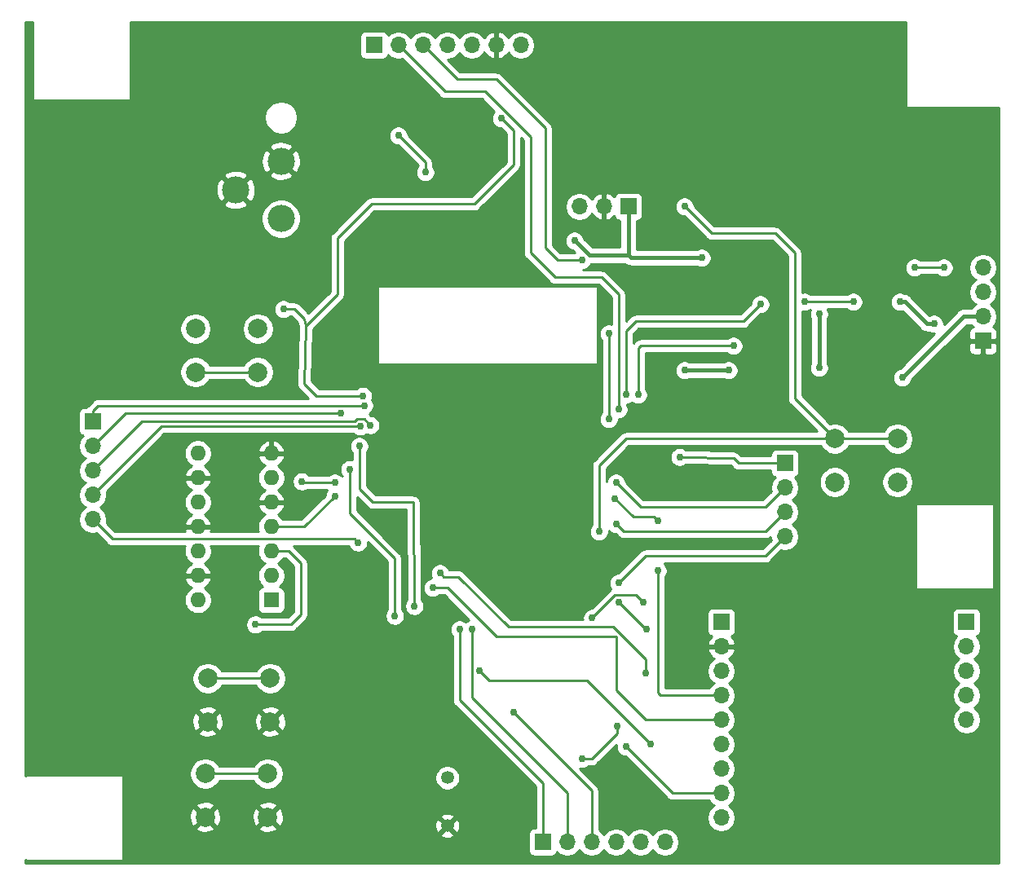
<source format=gbl>
G04 #@! TF.GenerationSoftware,KiCad,Pcbnew,(5.1.5)-3*
G04 #@! TF.CreationDate,2022-03-10T20:17:20-05:00*
G04 #@! TF.ProjectId,supervisor,73757065-7276-4697-936f-722e6b696361,rev?*
G04 #@! TF.SameCoordinates,Original*
G04 #@! TF.FileFunction,Copper,L2,Bot*
G04 #@! TF.FilePolarity,Positive*
%FSLAX46Y46*%
G04 Gerber Fmt 4.6, Leading zero omitted, Abs format (unit mm)*
G04 Created by KiCad (PCBNEW (5.1.5)-3) date 2022-03-10 20:17:20*
%MOMM*%
%LPD*%
G04 APERTURE LIST*
%ADD10O,1.700000X1.700000*%
%ADD11R,1.700000X1.700000*%
%ADD12C,2.830000*%
%ADD13C,1.350000*%
%ADD14C,2.000000*%
%ADD15R,1.600000X1.600000*%
%ADD16O,1.600000X1.600000*%
%ADD17C,0.762000*%
%ADD18C,0.457200*%
%ADD19C,0.254000*%
G04 APERTURE END LIST*
D10*
X173990000Y-131572000D03*
X173990000Y-134112000D03*
X173990000Y-136652000D03*
D11*
X173990000Y-116332000D03*
D10*
X173990000Y-123952000D03*
X173990000Y-121412000D03*
X173990000Y-126492000D03*
X173990000Y-118872000D03*
X173990000Y-129032000D03*
X199460000Y-123952000D03*
D11*
X199460000Y-116332000D03*
D10*
X199460000Y-121412000D03*
X199460000Y-126492000D03*
X199460000Y-118872000D03*
X161798000Y-73152000D03*
D11*
X164338000Y-73152000D03*
D10*
X159258000Y-73152000D03*
D11*
X201168000Y-87122000D03*
D10*
X201168000Y-84582000D03*
X201168000Y-82042000D03*
X201168000Y-79502000D03*
D12*
X128270000Y-74422000D03*
X128270000Y-68422000D03*
X123570000Y-71422000D03*
D13*
X145542000Y-132501000D03*
X145542000Y-137501000D03*
D14*
X120650000Y-126674000D03*
X120650000Y-122174000D03*
X127150000Y-126674000D03*
X127150000Y-122174000D03*
X120396000Y-136580000D03*
X120396000Y-132080000D03*
X126896000Y-136580000D03*
X126896000Y-132080000D03*
X125880000Y-85852000D03*
X125880000Y-90352000D03*
X119380000Y-85852000D03*
X119380000Y-90352000D03*
D15*
X127254000Y-114046000D03*
D16*
X119634000Y-98806000D03*
X127254000Y-111506000D03*
X119634000Y-101346000D03*
X127254000Y-108966000D03*
X119634000Y-103886000D03*
X127254000Y-106426000D03*
X119634000Y-106426000D03*
X127254000Y-103886000D03*
X119634000Y-108966000D03*
X127254000Y-101346000D03*
X119634000Y-111506000D03*
X127254000Y-98806000D03*
X119634000Y-114046000D03*
D11*
X155448000Y-139192000D03*
D10*
X157988000Y-139192000D03*
X160528000Y-139192000D03*
X163068000Y-139192000D03*
X165608000Y-139192000D03*
X168148000Y-139192000D03*
D11*
X108712000Y-95504000D03*
D10*
X108712000Y-98044000D03*
X108712000Y-100584000D03*
X108712000Y-103124000D03*
X108712000Y-105664000D03*
D11*
X180594000Y-99822000D03*
D10*
X180594000Y-102362000D03*
X180594000Y-104902000D03*
X180594000Y-107442000D03*
D11*
X137922000Y-56388000D03*
D10*
X140462000Y-56388000D03*
X143002000Y-56388000D03*
X145542000Y-56388000D03*
X148082000Y-56388000D03*
X150622000Y-56388000D03*
X153162000Y-56388000D03*
D14*
X185778000Y-101782000D03*
X185778000Y-97282000D03*
X192278000Y-101782000D03*
X192278000Y-97282000D03*
D17*
X130048000Y-81534000D03*
X138430000Y-74676000D03*
X136906000Y-86868000D03*
X136398000Y-83058000D03*
X171958000Y-78486000D03*
X196088000Y-85344000D03*
X192532000Y-83058000D03*
X158750000Y-76708000D03*
X128524000Y-83820000D03*
X136779000Y-92837000D03*
X151130000Y-64008000D03*
X136922684Y-93842791D03*
X134493000Y-94615000D03*
X137541000Y-95885000D03*
X136525000Y-96012000D03*
X136398000Y-98044000D03*
X142113000Y-114681000D03*
X135382000Y-100457000D03*
X140081000Y-115697000D03*
X133858000Y-101854000D03*
X130429000Y-101727000D03*
X133858000Y-103251000D03*
X136271000Y-108077000D03*
X146812000Y-117094000D03*
X148082000Y-117094000D03*
X164084000Y-129286000D03*
X163322000Y-112268000D03*
X170180000Y-73152000D03*
X161290000Y-106934000D03*
X163068000Y-106172000D03*
X163322000Y-114300000D03*
X166243000Y-117094000D03*
X167386000Y-110998000D03*
X167386000Y-105791000D03*
X162941000Y-103505000D03*
X163068000Y-101854000D03*
X165354000Y-92710000D03*
X175260000Y-87630000D03*
X159512000Y-78740000D03*
X162306000Y-86360000D03*
X162306000Y-95250000D03*
X163322000Y-94234000D03*
X164084000Y-92710000D03*
X178054000Y-83312000D03*
X182626000Y-83058000D03*
X187706000Y-83058000D03*
X169672000Y-99187000D03*
X125603000Y-116586000D03*
X159512000Y-130556000D03*
X163195001Y-127126999D03*
X170180000Y-90170000D03*
X174752000Y-90170000D03*
X184150000Y-89916000D03*
X184150000Y-84328000D03*
X192786000Y-90932000D03*
X197104000Y-79502000D03*
X194056000Y-79502000D03*
X144780000Y-111252000D03*
X166116000Y-121666000D03*
X166624000Y-129032000D03*
X148844000Y-121412000D03*
X152400000Y-125730000D03*
X165862000Y-114300000D03*
X160599119Y-115895119D03*
X144018000Y-112776000D03*
X143256000Y-69596000D03*
X140462000Y-65786000D03*
D18*
X171958000Y-78486000D02*
X164592000Y-78486000D01*
X196088000Y-85344000D02*
X195326000Y-85344000D01*
X193040000Y-83058000D02*
X192532000Y-83058000D01*
X195326000Y-85344000D02*
X193040000Y-83058000D01*
X164338000Y-78232000D02*
X164338000Y-73152000D01*
X164592000Y-78486000D02*
X164338000Y-78232000D01*
X160282130Y-78232000D02*
X158758130Y-76708000D01*
X164338000Y-78232000D02*
X160282130Y-78232000D01*
D19*
X128524000Y-83820000D02*
X129667000Y-83820000D01*
X129667000Y-83820000D02*
X130683000Y-84836000D01*
X130683000Y-91567000D02*
X131953000Y-92837000D01*
X131953000Y-92837000D02*
X136779000Y-92837000D01*
X134112000Y-76454000D02*
X134112000Y-82296000D01*
X134112000Y-82296000D02*
X130810000Y-85598000D01*
X137668000Y-72898000D02*
X134112000Y-76454000D01*
X148336000Y-72898000D02*
X137668000Y-72898000D01*
X130810000Y-85598000D02*
X130683000Y-91567000D01*
X130683000Y-84836000D02*
X130810000Y-85598000D01*
X151130000Y-64008000D02*
X152400000Y-65278000D01*
X152400000Y-65278000D02*
X152400000Y-68834000D01*
X152400000Y-68834000D02*
X148336000Y-72898000D01*
X108712000Y-94400000D02*
X108712000Y-95504000D01*
X109269209Y-93842791D02*
X108712000Y-94400000D01*
X136922684Y-93842791D02*
X109269209Y-93842791D01*
X112141000Y-94615000D02*
X108712000Y-98044000D01*
X134493000Y-94615000D02*
X112141000Y-94615000D01*
X135905248Y-95503990D02*
X113792010Y-95503990D01*
X136159239Y-95249999D02*
X135905248Y-95503990D01*
X113792010Y-95503990D02*
X108712000Y-100584000D01*
X137541000Y-95885000D02*
X136905999Y-95249999D01*
X136905999Y-95249999D02*
X136159239Y-95249999D01*
X115824000Y-96012000D02*
X108712000Y-103124000D01*
X118618000Y-96012000D02*
X115824000Y-96012000D01*
X118618000Y-96012000D02*
X118364000Y-96012000D01*
X136525000Y-96012000D02*
X118618000Y-96012000D01*
X136398000Y-98044000D02*
X136398000Y-102489000D01*
X137795000Y-103886000D02*
X141986000Y-103886000D01*
X136398000Y-102489000D02*
X137795000Y-103886000D01*
X141986000Y-103886000D02*
X142113000Y-114681000D01*
X135382000Y-100457000D02*
X135382000Y-105029000D01*
X140081000Y-109728000D02*
X138684000Y-108331000D01*
X140081000Y-115697000D02*
X140081000Y-109728000D01*
X135382000Y-105029000D02*
X138684000Y-108331000D01*
X138684000Y-108331000D02*
X139446001Y-109093001D01*
X133858000Y-101854000D02*
X133319185Y-101854000D01*
X133319185Y-101854000D02*
X130556000Y-101854000D01*
X130556000Y-101854000D02*
X130429000Y-101727000D01*
X127254000Y-106426000D02*
X130683000Y-106426000D01*
X130683000Y-106426000D02*
X133858000Y-103251000D01*
X110744001Y-107696001D02*
X108712000Y-105664000D01*
X136271000Y-108077000D02*
X135890001Y-107696001D01*
X135890001Y-107696001D02*
X110744001Y-107696001D01*
X146812000Y-124460000D02*
X146812000Y-117094000D01*
X155448000Y-133096000D02*
X155448000Y-139192000D01*
X146812000Y-124460000D02*
X155448000Y-133096000D01*
X148082000Y-117094000D02*
X148082000Y-124206000D01*
X157988000Y-134112000D02*
X157988000Y-139192000D01*
X148082000Y-124206000D02*
X157988000Y-134112000D01*
X168910000Y-134112000D02*
X173990000Y-134112000D01*
X164084000Y-129286000D02*
X168910000Y-134112000D01*
X166116000Y-109474000D02*
X163322000Y-112268000D01*
X169545000Y-109474000D02*
X166116000Y-109474000D01*
X169672000Y-109474000D02*
X169545000Y-109474000D01*
X178562000Y-109474000D02*
X180594000Y-107442000D01*
X169545000Y-109474000D02*
X178562000Y-109474000D01*
X170180000Y-73152000D02*
X172974000Y-75946000D01*
X172974000Y-75946000D02*
X179578000Y-75946000D01*
X179578000Y-75946000D02*
X181610000Y-77978000D01*
X181610000Y-93114000D02*
X185778000Y-97282000D01*
X181610000Y-77978000D02*
X181610000Y-93114000D01*
X187192213Y-97282000D02*
X192278000Y-97282000D01*
X185778000Y-97282000D02*
X187192213Y-97282000D01*
X185778000Y-97282000D02*
X164084000Y-97282000D01*
X164084000Y-97282000D02*
X161290000Y-100076000D01*
X161290000Y-100076000D02*
X161290000Y-106934000D01*
X163830000Y-106934000D02*
X169672000Y-106934000D01*
X163068000Y-106172000D02*
X163830000Y-106934000D01*
X175006000Y-106934000D02*
X178562000Y-106934000D01*
X175006000Y-106934000D02*
X175260000Y-106934000D01*
X178562000Y-106934000D02*
X180594000Y-104902000D01*
X169672000Y-106934000D02*
X175006000Y-106934000D01*
X163322000Y-114300000D02*
X166116000Y-117094000D01*
X166116000Y-117094000D02*
X166243000Y-117094000D01*
X173990000Y-123952000D02*
X167640000Y-123952000D01*
X167640000Y-123952000D02*
X167386000Y-123698000D01*
X167386000Y-123698000D02*
X167386000Y-110998000D01*
X164845999Y-105409999D02*
X162941000Y-103505000D01*
X167386000Y-105791000D02*
X167004999Y-105409999D01*
X167004999Y-105409999D02*
X164845999Y-105409999D01*
X178562000Y-104394000D02*
X180594000Y-102362000D01*
X163068000Y-101854000D02*
X165608000Y-104394000D01*
X165608000Y-104394000D02*
X178562000Y-104394000D01*
X175260000Y-87630000D02*
X175260000Y-87630000D01*
X169926000Y-87630000D02*
X169164000Y-87630000D01*
X169164000Y-87630000D02*
X169672000Y-87630000D01*
X165608000Y-87630000D02*
X169164000Y-87630000D01*
X165354000Y-87884000D02*
X165608000Y-87630000D01*
X165354000Y-91694000D02*
X165354000Y-87884000D01*
X165354000Y-91694000D02*
X165354000Y-92710000D01*
X175260000Y-87630000D02*
X169926000Y-87630000D01*
X143002000Y-56388000D02*
X146558000Y-59944000D01*
X146558000Y-59944000D02*
X150622000Y-59944000D01*
X150622000Y-59944000D02*
X155702000Y-65024000D01*
X155702000Y-65024000D02*
X155702000Y-77470000D01*
X155702000Y-77470000D02*
X156972000Y-78740000D01*
X156972000Y-78740000D02*
X159512000Y-78740000D01*
X162306000Y-86360000D02*
X162306000Y-95250000D01*
X156718000Y-80518000D02*
X161544000Y-80518000D01*
X163322000Y-82296000D02*
X163322000Y-94234000D01*
X145288000Y-61214000D02*
X149463762Y-61214000D01*
X140462000Y-56388000D02*
X145288000Y-61214000D01*
X154178000Y-77978000D02*
X156718000Y-80518000D01*
X161544000Y-80518000D02*
X163322000Y-82296000D01*
X149463762Y-61214000D02*
X154178000Y-65928238D01*
X154178000Y-65928238D02*
X154178000Y-77978000D01*
X169672000Y-85090000D02*
X169418000Y-85090000D01*
X178054000Y-83312000D02*
X176276000Y-85090000D01*
X176276000Y-85090000D02*
X174752000Y-85090000D01*
X169418000Y-85090000D02*
X174752000Y-85090000D01*
X174752000Y-85090000D02*
X175260000Y-85090000D01*
X182626000Y-83058000D02*
X187706000Y-83058000D01*
X164084000Y-86106000D02*
X165100000Y-85090000D01*
X164084000Y-92710000D02*
X164084000Y-86106000D01*
X169418000Y-85090000D02*
X165100000Y-85090000D01*
X169418000Y-99314000D02*
X169672000Y-99314000D01*
X169418000Y-99314000D02*
X169672000Y-99187000D01*
X169672000Y-99187000D02*
X175260000Y-99314000D01*
X175768000Y-99822000D02*
X180594000Y-99822000D01*
X175260000Y-99314000D02*
X175768000Y-99822000D01*
X129032000Y-108966000D02*
X127254000Y-108966000D01*
X130302000Y-110236000D02*
X129032000Y-108966000D01*
X130302000Y-115570000D02*
X130302000Y-110236000D01*
X125603000Y-116586000D02*
X129286000Y-116586000D01*
X129286000Y-116586000D02*
X130302000Y-115570000D01*
X160528000Y-130556000D02*
X159512000Y-130556000D01*
X163195001Y-127126999D02*
X163195001Y-127888999D01*
X163195001Y-127888999D02*
X162814000Y-128270000D01*
X162814000Y-128270000D02*
X160528000Y-130556000D01*
X125735787Y-122174000D02*
X120650000Y-122174000D01*
X127150000Y-122174000D02*
X125735787Y-122174000D01*
X126896000Y-132080000D02*
X120396000Y-132080000D01*
X119380000Y-90352000D02*
X125880000Y-90352000D01*
D18*
X170180000Y-90170000D02*
X174752000Y-90170000D01*
X184150000Y-89916000D02*
X184150000Y-84328000D01*
X199136000Y-84582000D02*
X201168000Y-84582000D01*
X192786000Y-90932000D02*
X199136000Y-84582000D01*
D19*
X197104000Y-79502000D02*
X194056000Y-79502000D01*
X145160999Y-111632999D02*
X146684999Y-111632999D01*
X144780000Y-111252000D02*
X145160999Y-111632999D01*
X146684999Y-111632999D02*
X151892000Y-116840000D01*
X162770434Y-116840000D02*
X166116000Y-120185566D01*
X151892000Y-116840000D02*
X162770434Y-116840000D01*
X166116000Y-120185566D02*
X166116000Y-121666000D01*
X166116000Y-121666000D02*
X166116000Y-121666000D01*
X166624000Y-129032000D02*
X160020000Y-122428000D01*
X160020000Y-122428000D02*
X149860000Y-122428000D01*
X149860000Y-122428000D02*
X148844000Y-121412000D01*
X160528000Y-133858000D02*
X160528000Y-139192000D01*
X152400000Y-125730000D02*
X160528000Y-133858000D01*
X162956239Y-113537999D02*
X160599119Y-115895119D01*
X165862000Y-114300000D02*
X165099999Y-113537999D01*
X165099999Y-113537999D02*
X162956239Y-113537999D01*
X160528000Y-115966238D02*
X160528000Y-115966238D01*
X160599119Y-115895119D02*
X160528000Y-115966238D01*
X150622000Y-117856000D02*
X145542000Y-112776000D01*
X163068000Y-117856000D02*
X150622000Y-117856000D01*
X145542000Y-112776000D02*
X144018000Y-112776000D01*
X163068000Y-123444000D02*
X163068000Y-119888000D01*
X166116000Y-126492000D02*
X163068000Y-123444000D01*
X173990000Y-126492000D02*
X166116000Y-126492000D01*
X163068000Y-120098434D02*
X163068000Y-119888000D01*
X163068000Y-119888000D02*
X163068000Y-117856000D01*
X143256000Y-69596000D02*
X143256000Y-68580000D01*
X143256000Y-68580000D02*
X140462000Y-65786000D01*
G36*
X102489000Y-61976000D02*
G01*
X102491440Y-62000776D01*
X102498667Y-62024601D01*
X102510403Y-62046557D01*
X102526197Y-62065803D01*
X102545443Y-62081597D01*
X102567399Y-62093333D01*
X102591224Y-62100560D01*
X102616000Y-62103000D01*
X112522000Y-62103000D01*
X112546776Y-62100560D01*
X112570601Y-62093333D01*
X112592557Y-62081597D01*
X112611803Y-62065803D01*
X112627597Y-62046557D01*
X112639333Y-62024601D01*
X112646560Y-62000776D01*
X112649000Y-61976000D01*
X112649000Y-54000000D01*
X193167000Y-54000000D01*
X193167000Y-62738000D01*
X193169440Y-62762776D01*
X193176667Y-62786601D01*
X193188403Y-62808557D01*
X193204197Y-62827803D01*
X193223443Y-62843597D01*
X193245399Y-62855333D01*
X193269224Y-62862560D01*
X193294000Y-62865000D01*
X202794001Y-62865000D01*
X202794000Y-141326000D01*
X101752000Y-141326000D01*
X101752000Y-141044940D01*
X101764197Y-141059803D01*
X101783443Y-141075597D01*
X101805399Y-141087333D01*
X101829224Y-141094560D01*
X101854000Y-141097000D01*
X111760000Y-141097000D01*
X111784776Y-141094560D01*
X111808601Y-141087333D01*
X111830557Y-141075597D01*
X111849803Y-141059803D01*
X111865597Y-141040557D01*
X111877333Y-141018601D01*
X111884560Y-140994776D01*
X111887000Y-140970000D01*
X111887000Y-138404400D01*
X144818205Y-138404400D01*
X144874630Y-138635621D01*
X145108808Y-138744017D01*
X145359633Y-138804645D01*
X145617465Y-138815174D01*
X145872398Y-138775200D01*
X146114633Y-138686259D01*
X146209370Y-138635621D01*
X146265795Y-138404400D01*
X145542000Y-137680605D01*
X144818205Y-138404400D01*
X111887000Y-138404400D01*
X111887000Y-137715413D01*
X119440192Y-137715413D01*
X119535956Y-137979814D01*
X119825571Y-138120704D01*
X120137108Y-138202384D01*
X120458595Y-138221718D01*
X120777675Y-138177961D01*
X121082088Y-138072795D01*
X121256044Y-137979814D01*
X121351808Y-137715413D01*
X125940192Y-137715413D01*
X126035956Y-137979814D01*
X126325571Y-138120704D01*
X126637108Y-138202384D01*
X126958595Y-138221718D01*
X127277675Y-138177961D01*
X127582088Y-138072795D01*
X127756044Y-137979814D01*
X127851808Y-137715413D01*
X127712860Y-137576465D01*
X144227826Y-137576465D01*
X144267800Y-137831398D01*
X144356741Y-138073633D01*
X144407379Y-138168370D01*
X144638600Y-138224795D01*
X145362395Y-137501000D01*
X145721605Y-137501000D01*
X146445400Y-138224795D01*
X146676621Y-138168370D01*
X146785017Y-137934192D01*
X146845645Y-137683367D01*
X146856174Y-137425535D01*
X146816200Y-137170602D01*
X146727259Y-136928367D01*
X146676621Y-136833630D01*
X146445400Y-136777205D01*
X145721605Y-137501000D01*
X145362395Y-137501000D01*
X144638600Y-136777205D01*
X144407379Y-136833630D01*
X144298983Y-137067808D01*
X144238355Y-137318633D01*
X144227826Y-137576465D01*
X127712860Y-137576465D01*
X126896000Y-136759605D01*
X125940192Y-137715413D01*
X121351808Y-137715413D01*
X120396000Y-136759605D01*
X119440192Y-137715413D01*
X111887000Y-137715413D01*
X111887000Y-136642595D01*
X118754282Y-136642595D01*
X118798039Y-136961675D01*
X118903205Y-137266088D01*
X118996186Y-137440044D01*
X119260587Y-137535808D01*
X120216395Y-136580000D01*
X120575605Y-136580000D01*
X121531413Y-137535808D01*
X121795814Y-137440044D01*
X121936704Y-137150429D01*
X122018384Y-136838892D01*
X122030189Y-136642595D01*
X125254282Y-136642595D01*
X125298039Y-136961675D01*
X125403205Y-137266088D01*
X125496186Y-137440044D01*
X125760587Y-137535808D01*
X126716395Y-136580000D01*
X127075605Y-136580000D01*
X128031413Y-137535808D01*
X128295814Y-137440044D01*
X128436704Y-137150429D01*
X128518384Y-136838892D01*
X128532895Y-136597600D01*
X144818205Y-136597600D01*
X145542000Y-137321395D01*
X146265795Y-136597600D01*
X146209370Y-136366379D01*
X145975192Y-136257983D01*
X145724367Y-136197355D01*
X145466535Y-136186826D01*
X145211602Y-136226800D01*
X144969367Y-136315741D01*
X144874630Y-136366379D01*
X144818205Y-136597600D01*
X128532895Y-136597600D01*
X128537718Y-136517405D01*
X128493961Y-136198325D01*
X128388795Y-135893912D01*
X128295814Y-135719956D01*
X128031413Y-135624192D01*
X127075605Y-136580000D01*
X126716395Y-136580000D01*
X125760587Y-135624192D01*
X125496186Y-135719956D01*
X125355296Y-136009571D01*
X125273616Y-136321108D01*
X125254282Y-136642595D01*
X122030189Y-136642595D01*
X122037718Y-136517405D01*
X121993961Y-136198325D01*
X121888795Y-135893912D01*
X121795814Y-135719956D01*
X121531413Y-135624192D01*
X120575605Y-136580000D01*
X120216395Y-136580000D01*
X119260587Y-135624192D01*
X118996186Y-135719956D01*
X118855296Y-136009571D01*
X118773616Y-136321108D01*
X118754282Y-136642595D01*
X111887000Y-136642595D01*
X111887000Y-135444587D01*
X119440192Y-135444587D01*
X120396000Y-136400395D01*
X121351808Y-135444587D01*
X125940192Y-135444587D01*
X126896000Y-136400395D01*
X127851808Y-135444587D01*
X127756044Y-135180186D01*
X127466429Y-135039296D01*
X127154892Y-134957616D01*
X126833405Y-134938282D01*
X126514325Y-134982039D01*
X126209912Y-135087205D01*
X126035956Y-135180186D01*
X125940192Y-135444587D01*
X121351808Y-135444587D01*
X121256044Y-135180186D01*
X120966429Y-135039296D01*
X120654892Y-134957616D01*
X120333405Y-134938282D01*
X120014325Y-134982039D01*
X119709912Y-135087205D01*
X119535956Y-135180186D01*
X119440192Y-135444587D01*
X111887000Y-135444587D01*
X111887000Y-132334000D01*
X111884560Y-132309224D01*
X111877333Y-132285399D01*
X111865597Y-132263443D01*
X111849803Y-132244197D01*
X111830557Y-132228403D01*
X111808601Y-132216667D01*
X111784776Y-132209440D01*
X111760000Y-132207000D01*
X101854000Y-132207000D01*
X101829224Y-132209440D01*
X101805399Y-132216667D01*
X101783443Y-132228403D01*
X101764197Y-132244197D01*
X101752000Y-132259060D01*
X101752000Y-131918967D01*
X118761000Y-131918967D01*
X118761000Y-132241033D01*
X118823832Y-132556912D01*
X118947082Y-132854463D01*
X119126013Y-133122252D01*
X119353748Y-133349987D01*
X119621537Y-133528918D01*
X119919088Y-133652168D01*
X120234967Y-133715000D01*
X120557033Y-133715000D01*
X120872912Y-133652168D01*
X121170463Y-133528918D01*
X121438252Y-133349987D01*
X121665987Y-133122252D01*
X121844918Y-132854463D01*
X121850080Y-132842000D01*
X125441920Y-132842000D01*
X125447082Y-132854463D01*
X125626013Y-133122252D01*
X125853748Y-133349987D01*
X126121537Y-133528918D01*
X126419088Y-133652168D01*
X126734967Y-133715000D01*
X127057033Y-133715000D01*
X127372912Y-133652168D01*
X127670463Y-133528918D01*
X127938252Y-133349987D01*
X128165987Y-133122252D01*
X128344918Y-132854463D01*
X128468168Y-132556912D01*
X128504953Y-132371976D01*
X144232000Y-132371976D01*
X144232000Y-132630024D01*
X144282342Y-132883113D01*
X144381093Y-133121518D01*
X144524456Y-133336077D01*
X144706923Y-133518544D01*
X144921482Y-133661907D01*
X145159887Y-133760658D01*
X145412976Y-133811000D01*
X145671024Y-133811000D01*
X145924113Y-133760658D01*
X146162518Y-133661907D01*
X146377077Y-133518544D01*
X146559544Y-133336077D01*
X146702907Y-133121518D01*
X146801658Y-132883113D01*
X146852000Y-132630024D01*
X146852000Y-132371976D01*
X146801658Y-132118887D01*
X146702907Y-131880482D01*
X146559544Y-131665923D01*
X146377077Y-131483456D01*
X146162518Y-131340093D01*
X145924113Y-131241342D01*
X145671024Y-131191000D01*
X145412976Y-131191000D01*
X145159887Y-131241342D01*
X144921482Y-131340093D01*
X144706923Y-131483456D01*
X144524456Y-131665923D01*
X144381093Y-131880482D01*
X144282342Y-132118887D01*
X144232000Y-132371976D01*
X128504953Y-132371976D01*
X128531000Y-132241033D01*
X128531000Y-131918967D01*
X128468168Y-131603088D01*
X128344918Y-131305537D01*
X128165987Y-131037748D01*
X127938252Y-130810013D01*
X127670463Y-130631082D01*
X127372912Y-130507832D01*
X127057033Y-130445000D01*
X126734967Y-130445000D01*
X126419088Y-130507832D01*
X126121537Y-130631082D01*
X125853748Y-130810013D01*
X125626013Y-131037748D01*
X125447082Y-131305537D01*
X125441920Y-131318000D01*
X121850080Y-131318000D01*
X121844918Y-131305537D01*
X121665987Y-131037748D01*
X121438252Y-130810013D01*
X121170463Y-130631082D01*
X120872912Y-130507832D01*
X120557033Y-130445000D01*
X120234967Y-130445000D01*
X119919088Y-130507832D01*
X119621537Y-130631082D01*
X119353748Y-130810013D01*
X119126013Y-131037748D01*
X118947082Y-131305537D01*
X118823832Y-131603088D01*
X118761000Y-131918967D01*
X101752000Y-131918967D01*
X101752000Y-127809413D01*
X119694192Y-127809413D01*
X119789956Y-128073814D01*
X120079571Y-128214704D01*
X120391108Y-128296384D01*
X120712595Y-128315718D01*
X121031675Y-128271961D01*
X121336088Y-128166795D01*
X121510044Y-128073814D01*
X121605808Y-127809413D01*
X126194192Y-127809413D01*
X126289956Y-128073814D01*
X126579571Y-128214704D01*
X126891108Y-128296384D01*
X127212595Y-128315718D01*
X127531675Y-128271961D01*
X127836088Y-128166795D01*
X128010044Y-128073814D01*
X128105808Y-127809413D01*
X127150000Y-126853605D01*
X126194192Y-127809413D01*
X121605808Y-127809413D01*
X120650000Y-126853605D01*
X119694192Y-127809413D01*
X101752000Y-127809413D01*
X101752000Y-126736595D01*
X119008282Y-126736595D01*
X119052039Y-127055675D01*
X119157205Y-127360088D01*
X119250186Y-127534044D01*
X119514587Y-127629808D01*
X120470395Y-126674000D01*
X120829605Y-126674000D01*
X121785413Y-127629808D01*
X122049814Y-127534044D01*
X122190704Y-127244429D01*
X122272384Y-126932892D01*
X122284189Y-126736595D01*
X125508282Y-126736595D01*
X125552039Y-127055675D01*
X125657205Y-127360088D01*
X125750186Y-127534044D01*
X126014587Y-127629808D01*
X126970395Y-126674000D01*
X127329605Y-126674000D01*
X128285413Y-127629808D01*
X128549814Y-127534044D01*
X128690704Y-127244429D01*
X128772384Y-126932892D01*
X128791718Y-126611405D01*
X128747961Y-126292325D01*
X128642795Y-125987912D01*
X128549814Y-125813956D01*
X128285413Y-125718192D01*
X127329605Y-126674000D01*
X126970395Y-126674000D01*
X126014587Y-125718192D01*
X125750186Y-125813956D01*
X125609296Y-126103571D01*
X125527616Y-126415108D01*
X125508282Y-126736595D01*
X122284189Y-126736595D01*
X122291718Y-126611405D01*
X122247961Y-126292325D01*
X122142795Y-125987912D01*
X122049814Y-125813956D01*
X121785413Y-125718192D01*
X120829605Y-126674000D01*
X120470395Y-126674000D01*
X119514587Y-125718192D01*
X119250186Y-125813956D01*
X119109296Y-126103571D01*
X119027616Y-126415108D01*
X119008282Y-126736595D01*
X101752000Y-126736595D01*
X101752000Y-125538587D01*
X119694192Y-125538587D01*
X120650000Y-126494395D01*
X121605808Y-125538587D01*
X126194192Y-125538587D01*
X127150000Y-126494395D01*
X128105808Y-125538587D01*
X128010044Y-125274186D01*
X127720429Y-125133296D01*
X127408892Y-125051616D01*
X127087405Y-125032282D01*
X126768325Y-125076039D01*
X126463912Y-125181205D01*
X126289956Y-125274186D01*
X126194192Y-125538587D01*
X121605808Y-125538587D01*
X121510044Y-125274186D01*
X121220429Y-125133296D01*
X120908892Y-125051616D01*
X120587405Y-125032282D01*
X120268325Y-125076039D01*
X119963912Y-125181205D01*
X119789956Y-125274186D01*
X119694192Y-125538587D01*
X101752000Y-125538587D01*
X101752000Y-122012967D01*
X119015000Y-122012967D01*
X119015000Y-122335033D01*
X119077832Y-122650912D01*
X119201082Y-122948463D01*
X119380013Y-123216252D01*
X119607748Y-123443987D01*
X119875537Y-123622918D01*
X120173088Y-123746168D01*
X120488967Y-123809000D01*
X120811033Y-123809000D01*
X121126912Y-123746168D01*
X121424463Y-123622918D01*
X121692252Y-123443987D01*
X121919987Y-123216252D01*
X122098918Y-122948463D01*
X122104080Y-122936000D01*
X125695920Y-122936000D01*
X125701082Y-122948463D01*
X125880013Y-123216252D01*
X126107748Y-123443987D01*
X126375537Y-123622918D01*
X126673088Y-123746168D01*
X126988967Y-123809000D01*
X127311033Y-123809000D01*
X127626912Y-123746168D01*
X127924463Y-123622918D01*
X128192252Y-123443987D01*
X128419987Y-123216252D01*
X128598918Y-122948463D01*
X128722168Y-122650912D01*
X128785000Y-122335033D01*
X128785000Y-122012967D01*
X128722168Y-121697088D01*
X128598918Y-121399537D01*
X128419987Y-121131748D01*
X128192252Y-120904013D01*
X127924463Y-120725082D01*
X127626912Y-120601832D01*
X127311033Y-120539000D01*
X126988967Y-120539000D01*
X126673088Y-120601832D01*
X126375537Y-120725082D01*
X126107748Y-120904013D01*
X125880013Y-121131748D01*
X125701082Y-121399537D01*
X125695920Y-121412000D01*
X122104080Y-121412000D01*
X122098918Y-121399537D01*
X121919987Y-121131748D01*
X121692252Y-120904013D01*
X121424463Y-120725082D01*
X121126912Y-120601832D01*
X120811033Y-120539000D01*
X120488967Y-120539000D01*
X120173088Y-120601832D01*
X119875537Y-120725082D01*
X119607748Y-120904013D01*
X119380013Y-121131748D01*
X119201082Y-121399537D01*
X119077832Y-121697088D01*
X119015000Y-122012967D01*
X101752000Y-122012967D01*
X101752000Y-113904665D01*
X118199000Y-113904665D01*
X118199000Y-114187335D01*
X118254147Y-114464574D01*
X118362320Y-114725727D01*
X118519363Y-114960759D01*
X118719241Y-115160637D01*
X118954273Y-115317680D01*
X119215426Y-115425853D01*
X119492665Y-115481000D01*
X119775335Y-115481000D01*
X120052574Y-115425853D01*
X120313727Y-115317680D01*
X120548759Y-115160637D01*
X120748637Y-114960759D01*
X120905680Y-114725727D01*
X121013853Y-114464574D01*
X121069000Y-114187335D01*
X121069000Y-113904665D01*
X121013853Y-113627426D01*
X120905680Y-113366273D01*
X120748637Y-113131241D01*
X120548759Y-112931363D01*
X120313727Y-112774320D01*
X120303135Y-112769933D01*
X120489131Y-112658385D01*
X120697519Y-112469414D01*
X120865037Y-112243420D01*
X120985246Y-111989087D01*
X121025904Y-111855039D01*
X120903915Y-111633000D01*
X119761000Y-111633000D01*
X119761000Y-111653000D01*
X119507000Y-111653000D01*
X119507000Y-111633000D01*
X118364085Y-111633000D01*
X118242096Y-111855039D01*
X118282754Y-111989087D01*
X118402963Y-112243420D01*
X118570481Y-112469414D01*
X118778869Y-112658385D01*
X118964865Y-112769933D01*
X118954273Y-112774320D01*
X118719241Y-112931363D01*
X118519363Y-113131241D01*
X118362320Y-113366273D01*
X118254147Y-113627426D01*
X118199000Y-113904665D01*
X101752000Y-113904665D01*
X101752000Y-94654000D01*
X107223928Y-94654000D01*
X107223928Y-96354000D01*
X107236188Y-96478482D01*
X107272498Y-96598180D01*
X107331463Y-96708494D01*
X107410815Y-96805185D01*
X107507506Y-96884537D01*
X107617820Y-96943502D01*
X107690380Y-96965513D01*
X107558525Y-97097368D01*
X107396010Y-97340589D01*
X107284068Y-97610842D01*
X107227000Y-97897740D01*
X107227000Y-98190260D01*
X107284068Y-98477158D01*
X107396010Y-98747411D01*
X107558525Y-98990632D01*
X107765368Y-99197475D01*
X107939760Y-99314000D01*
X107765368Y-99430525D01*
X107558525Y-99637368D01*
X107396010Y-99880589D01*
X107284068Y-100150842D01*
X107227000Y-100437740D01*
X107227000Y-100730260D01*
X107284068Y-101017158D01*
X107396010Y-101287411D01*
X107558525Y-101530632D01*
X107765368Y-101737475D01*
X107939760Y-101854000D01*
X107765368Y-101970525D01*
X107558525Y-102177368D01*
X107396010Y-102420589D01*
X107284068Y-102690842D01*
X107227000Y-102977740D01*
X107227000Y-103270260D01*
X107284068Y-103557158D01*
X107396010Y-103827411D01*
X107558525Y-104070632D01*
X107765368Y-104277475D01*
X107939760Y-104394000D01*
X107765368Y-104510525D01*
X107558525Y-104717368D01*
X107396010Y-104960589D01*
X107284068Y-105230842D01*
X107227000Y-105517740D01*
X107227000Y-105810260D01*
X107284068Y-106097158D01*
X107396010Y-106367411D01*
X107558525Y-106610632D01*
X107765368Y-106817475D01*
X108008589Y-106979990D01*
X108278842Y-107091932D01*
X108565740Y-107149000D01*
X108858260Y-107149000D01*
X109076048Y-107105679D01*
X110178721Y-108208352D01*
X110202579Y-108237423D01*
X110318609Y-108332646D01*
X110450986Y-108403403D01*
X110594623Y-108446975D01*
X110706575Y-108458001D01*
X110706577Y-108458001D01*
X110744000Y-108461687D01*
X110781423Y-108458001D01*
X118291188Y-108458001D01*
X118254147Y-108547426D01*
X118199000Y-108824665D01*
X118199000Y-109107335D01*
X118254147Y-109384574D01*
X118362320Y-109645727D01*
X118519363Y-109880759D01*
X118719241Y-110080637D01*
X118954273Y-110237680D01*
X118964865Y-110242067D01*
X118778869Y-110353615D01*
X118570481Y-110542586D01*
X118402963Y-110768580D01*
X118282754Y-111022913D01*
X118242096Y-111156961D01*
X118364085Y-111379000D01*
X119507000Y-111379000D01*
X119507000Y-111359000D01*
X119761000Y-111359000D01*
X119761000Y-111379000D01*
X120903915Y-111379000D01*
X121025904Y-111156961D01*
X120985246Y-111022913D01*
X120865037Y-110768580D01*
X120697519Y-110542586D01*
X120489131Y-110353615D01*
X120303135Y-110242067D01*
X120313727Y-110237680D01*
X120548759Y-110080637D01*
X120748637Y-109880759D01*
X120905680Y-109645727D01*
X121013853Y-109384574D01*
X121069000Y-109107335D01*
X121069000Y-108824665D01*
X121013853Y-108547426D01*
X120976812Y-108458001D01*
X125911188Y-108458001D01*
X125874147Y-108547426D01*
X125819000Y-108824665D01*
X125819000Y-109107335D01*
X125874147Y-109384574D01*
X125982320Y-109645727D01*
X126139363Y-109880759D01*
X126339241Y-110080637D01*
X126571759Y-110236000D01*
X126339241Y-110391363D01*
X126139363Y-110591241D01*
X125982320Y-110826273D01*
X125874147Y-111087426D01*
X125819000Y-111364665D01*
X125819000Y-111647335D01*
X125874147Y-111924574D01*
X125982320Y-112185727D01*
X126139363Y-112420759D01*
X126337961Y-112619357D01*
X126329518Y-112620188D01*
X126209820Y-112656498D01*
X126099506Y-112715463D01*
X126002815Y-112794815D01*
X125923463Y-112891506D01*
X125864498Y-113001820D01*
X125828188Y-113121518D01*
X125815928Y-113246000D01*
X125815928Y-114846000D01*
X125828188Y-114970482D01*
X125864498Y-115090180D01*
X125923463Y-115200494D01*
X126002815Y-115297185D01*
X126099506Y-115376537D01*
X126209820Y-115435502D01*
X126329518Y-115471812D01*
X126454000Y-115484072D01*
X128054000Y-115484072D01*
X128178482Y-115471812D01*
X128298180Y-115435502D01*
X128408494Y-115376537D01*
X128505185Y-115297185D01*
X128584537Y-115200494D01*
X128643502Y-115090180D01*
X128679812Y-114970482D01*
X128692072Y-114846000D01*
X128692072Y-113246000D01*
X128679812Y-113121518D01*
X128643502Y-113001820D01*
X128584537Y-112891506D01*
X128505185Y-112794815D01*
X128408494Y-112715463D01*
X128298180Y-112656498D01*
X128178482Y-112620188D01*
X128170039Y-112619357D01*
X128368637Y-112420759D01*
X128525680Y-112185727D01*
X128633853Y-111924574D01*
X128689000Y-111647335D01*
X128689000Y-111364665D01*
X128633853Y-111087426D01*
X128525680Y-110826273D01*
X128368637Y-110591241D01*
X128168759Y-110391363D01*
X127936241Y-110236000D01*
X128168759Y-110080637D01*
X128368637Y-109880759D01*
X128470707Y-109728000D01*
X128716370Y-109728000D01*
X129540001Y-110551632D01*
X129540000Y-115254369D01*
X128970370Y-115824000D01*
X126277841Y-115824000D01*
X126250662Y-115796821D01*
X126084256Y-115685632D01*
X125899356Y-115609044D01*
X125703067Y-115570000D01*
X125502933Y-115570000D01*
X125306644Y-115609044D01*
X125121744Y-115685632D01*
X124955338Y-115796821D01*
X124813821Y-115938338D01*
X124702632Y-116104744D01*
X124626044Y-116289644D01*
X124587000Y-116485933D01*
X124587000Y-116686067D01*
X124626044Y-116882356D01*
X124702632Y-117067256D01*
X124813821Y-117233662D01*
X124955338Y-117375179D01*
X125121744Y-117486368D01*
X125306644Y-117562956D01*
X125502933Y-117602000D01*
X125703067Y-117602000D01*
X125899356Y-117562956D01*
X126084256Y-117486368D01*
X126250662Y-117375179D01*
X126277841Y-117348000D01*
X129248577Y-117348000D01*
X129286000Y-117351686D01*
X129323423Y-117348000D01*
X129323426Y-117348000D01*
X129435378Y-117336974D01*
X129579015Y-117293402D01*
X129711392Y-117222645D01*
X129827422Y-117127422D01*
X129851284Y-117098346D01*
X130814353Y-116135278D01*
X130843422Y-116111422D01*
X130874421Y-116073649D01*
X130938645Y-115995393D01*
X130976465Y-115924636D01*
X131009402Y-115863015D01*
X131052974Y-115719378D01*
X131064000Y-115607426D01*
X131064000Y-115607423D01*
X131067686Y-115570000D01*
X131064000Y-115532577D01*
X131064000Y-110273422D01*
X131067686Y-110235999D01*
X131062627Y-110184631D01*
X131052974Y-110086622D01*
X131009402Y-109942985D01*
X130938645Y-109810608D01*
X130843422Y-109694578D01*
X130814352Y-109670721D01*
X129601631Y-108458001D01*
X135329105Y-108458001D01*
X135370632Y-108558256D01*
X135481821Y-108724662D01*
X135623338Y-108866179D01*
X135789744Y-108977368D01*
X135974644Y-109053956D01*
X136170933Y-109093000D01*
X136371067Y-109093000D01*
X136567356Y-109053956D01*
X136752256Y-108977368D01*
X136918662Y-108866179D01*
X137060179Y-108724662D01*
X137171368Y-108558256D01*
X137247956Y-108373356D01*
X137287000Y-108177067D01*
X137287000Y-108011631D01*
X138171648Y-108896279D01*
X138171653Y-108896283D01*
X138803968Y-109528598D01*
X139319001Y-110043632D01*
X139319000Y-115022159D01*
X139291821Y-115049338D01*
X139180632Y-115215744D01*
X139104044Y-115400644D01*
X139065000Y-115596933D01*
X139065000Y-115797067D01*
X139104044Y-115993356D01*
X139180632Y-116178256D01*
X139291821Y-116344662D01*
X139433338Y-116486179D01*
X139599744Y-116597368D01*
X139784644Y-116673956D01*
X139980933Y-116713000D01*
X140181067Y-116713000D01*
X140377356Y-116673956D01*
X140562256Y-116597368D01*
X140728662Y-116486179D01*
X140870179Y-116344662D01*
X140981368Y-116178256D01*
X141057956Y-115993356D01*
X141097000Y-115797067D01*
X141097000Y-115596933D01*
X141057956Y-115400644D01*
X140981368Y-115215744D01*
X140870179Y-115049338D01*
X140843000Y-115022159D01*
X140843000Y-109765422D01*
X140846686Y-109727999D01*
X140843000Y-109690574D01*
X140831974Y-109578622D01*
X140788402Y-109434985D01*
X140717645Y-109302608D01*
X140622422Y-109186578D01*
X140593352Y-109162721D01*
X139911009Y-108480378D01*
X139249283Y-107818653D01*
X139249279Y-107818648D01*
X136144000Y-104713370D01*
X136144000Y-103312630D01*
X137229721Y-104398352D01*
X137253578Y-104427422D01*
X137369608Y-104522645D01*
X137501985Y-104593402D01*
X137645622Y-104636974D01*
X137757574Y-104648000D01*
X137757576Y-104648000D01*
X137794999Y-104651686D01*
X137832422Y-104648000D01*
X141232913Y-104648000D01*
X141343102Y-114014057D01*
X141323821Y-114033338D01*
X141212632Y-114199744D01*
X141136044Y-114384644D01*
X141097000Y-114580933D01*
X141097000Y-114781067D01*
X141136044Y-114977356D01*
X141212632Y-115162256D01*
X141323821Y-115328662D01*
X141465338Y-115470179D01*
X141631744Y-115581368D01*
X141816644Y-115657956D01*
X142012933Y-115697000D01*
X142213067Y-115697000D01*
X142409356Y-115657956D01*
X142594256Y-115581368D01*
X142760662Y-115470179D01*
X142902179Y-115328662D01*
X143013368Y-115162256D01*
X143089956Y-114977356D01*
X143129000Y-114781067D01*
X143129000Y-114580933D01*
X143089956Y-114384644D01*
X143013368Y-114199744D01*
X142902179Y-114033338D01*
X142867019Y-113998178D01*
X142851464Y-112675933D01*
X143002000Y-112675933D01*
X143002000Y-112876067D01*
X143041044Y-113072356D01*
X143117632Y-113257256D01*
X143228821Y-113423662D01*
X143370338Y-113565179D01*
X143536744Y-113676368D01*
X143721644Y-113752956D01*
X143917933Y-113792000D01*
X144118067Y-113792000D01*
X144314356Y-113752956D01*
X144499256Y-113676368D01*
X144665662Y-113565179D01*
X144692841Y-113538000D01*
X145226370Y-113538000D01*
X147802134Y-116113764D01*
X147785644Y-116117044D01*
X147600744Y-116193632D01*
X147447000Y-116296361D01*
X147293256Y-116193632D01*
X147108356Y-116117044D01*
X146912067Y-116078000D01*
X146711933Y-116078000D01*
X146515644Y-116117044D01*
X146330744Y-116193632D01*
X146164338Y-116304821D01*
X146022821Y-116446338D01*
X145911632Y-116612744D01*
X145835044Y-116797644D01*
X145796000Y-116993933D01*
X145796000Y-117194067D01*
X145835044Y-117390356D01*
X145911632Y-117575256D01*
X146022821Y-117741662D01*
X146050001Y-117768842D01*
X146050000Y-124422577D01*
X146046314Y-124460000D01*
X146050000Y-124497423D01*
X146050000Y-124497425D01*
X146061026Y-124609377D01*
X146104598Y-124753014D01*
X146137535Y-124814635D01*
X146175355Y-124885392D01*
X146214983Y-124933678D01*
X146270578Y-125001422D01*
X146299654Y-125025284D01*
X154686000Y-133411631D01*
X154686001Y-137703928D01*
X154598000Y-137703928D01*
X154473518Y-137716188D01*
X154353820Y-137752498D01*
X154243506Y-137811463D01*
X154146815Y-137890815D01*
X154067463Y-137987506D01*
X154008498Y-138097820D01*
X153972188Y-138217518D01*
X153959928Y-138342000D01*
X153959928Y-140042000D01*
X153972188Y-140166482D01*
X154008498Y-140286180D01*
X154067463Y-140396494D01*
X154146815Y-140493185D01*
X154243506Y-140572537D01*
X154353820Y-140631502D01*
X154473518Y-140667812D01*
X154598000Y-140680072D01*
X156298000Y-140680072D01*
X156422482Y-140667812D01*
X156542180Y-140631502D01*
X156652494Y-140572537D01*
X156749185Y-140493185D01*
X156828537Y-140396494D01*
X156887502Y-140286180D01*
X156909513Y-140213620D01*
X157041368Y-140345475D01*
X157284589Y-140507990D01*
X157554842Y-140619932D01*
X157841740Y-140677000D01*
X158134260Y-140677000D01*
X158421158Y-140619932D01*
X158691411Y-140507990D01*
X158934632Y-140345475D01*
X159141475Y-140138632D01*
X159258000Y-139964240D01*
X159374525Y-140138632D01*
X159581368Y-140345475D01*
X159824589Y-140507990D01*
X160094842Y-140619932D01*
X160381740Y-140677000D01*
X160674260Y-140677000D01*
X160961158Y-140619932D01*
X161231411Y-140507990D01*
X161474632Y-140345475D01*
X161681475Y-140138632D01*
X161798000Y-139964240D01*
X161914525Y-140138632D01*
X162121368Y-140345475D01*
X162364589Y-140507990D01*
X162634842Y-140619932D01*
X162921740Y-140677000D01*
X163214260Y-140677000D01*
X163501158Y-140619932D01*
X163771411Y-140507990D01*
X164014632Y-140345475D01*
X164221475Y-140138632D01*
X164338000Y-139964240D01*
X164454525Y-140138632D01*
X164661368Y-140345475D01*
X164904589Y-140507990D01*
X165174842Y-140619932D01*
X165461740Y-140677000D01*
X165754260Y-140677000D01*
X166041158Y-140619932D01*
X166311411Y-140507990D01*
X166554632Y-140345475D01*
X166761475Y-140138632D01*
X166878000Y-139964240D01*
X166994525Y-140138632D01*
X167201368Y-140345475D01*
X167444589Y-140507990D01*
X167714842Y-140619932D01*
X168001740Y-140677000D01*
X168294260Y-140677000D01*
X168581158Y-140619932D01*
X168851411Y-140507990D01*
X169094632Y-140345475D01*
X169301475Y-140138632D01*
X169463990Y-139895411D01*
X169575932Y-139625158D01*
X169633000Y-139338260D01*
X169633000Y-139045740D01*
X169575932Y-138758842D01*
X169463990Y-138488589D01*
X169301475Y-138245368D01*
X169094632Y-138038525D01*
X168851411Y-137876010D01*
X168581158Y-137764068D01*
X168294260Y-137707000D01*
X168001740Y-137707000D01*
X167714842Y-137764068D01*
X167444589Y-137876010D01*
X167201368Y-138038525D01*
X166994525Y-138245368D01*
X166878000Y-138419760D01*
X166761475Y-138245368D01*
X166554632Y-138038525D01*
X166311411Y-137876010D01*
X166041158Y-137764068D01*
X165754260Y-137707000D01*
X165461740Y-137707000D01*
X165174842Y-137764068D01*
X164904589Y-137876010D01*
X164661368Y-138038525D01*
X164454525Y-138245368D01*
X164338000Y-138419760D01*
X164221475Y-138245368D01*
X164014632Y-138038525D01*
X163771411Y-137876010D01*
X163501158Y-137764068D01*
X163214260Y-137707000D01*
X162921740Y-137707000D01*
X162634842Y-137764068D01*
X162364589Y-137876010D01*
X162121368Y-138038525D01*
X161914525Y-138245368D01*
X161798000Y-138419760D01*
X161681475Y-138245368D01*
X161474632Y-138038525D01*
X161290000Y-137915158D01*
X161290000Y-133895423D01*
X161293686Y-133858000D01*
X161290000Y-133820574D01*
X161278974Y-133708622D01*
X161235402Y-133564985D01*
X161164646Y-133432609D01*
X161164645Y-133432607D01*
X161093279Y-133345648D01*
X161069422Y-133316578D01*
X161040353Y-133292722D01*
X159296712Y-131549081D01*
X159411933Y-131572000D01*
X159612067Y-131572000D01*
X159808356Y-131532956D01*
X159993256Y-131456368D01*
X160159662Y-131345179D01*
X160186841Y-131318000D01*
X160490577Y-131318000D01*
X160528000Y-131321686D01*
X160565423Y-131318000D01*
X160565426Y-131318000D01*
X160677378Y-131306974D01*
X160821015Y-131263402D01*
X160953392Y-131192645D01*
X161069422Y-131097422D01*
X161093284Y-131068346D01*
X163090919Y-129070712D01*
X163068000Y-129185933D01*
X163068000Y-129386067D01*
X163107044Y-129582356D01*
X163183632Y-129767256D01*
X163294821Y-129933662D01*
X163436338Y-130075179D01*
X163602744Y-130186368D01*
X163787644Y-130262956D01*
X163983933Y-130302000D01*
X164022370Y-130302000D01*
X168344716Y-134624346D01*
X168368578Y-134653422D01*
X168442219Y-134713857D01*
X168484607Y-134748645D01*
X168555364Y-134786465D01*
X168616985Y-134819402D01*
X168760622Y-134862974D01*
X168872574Y-134874000D01*
X168872577Y-134874000D01*
X168910000Y-134877686D01*
X168947423Y-134874000D01*
X172713158Y-134874000D01*
X172836525Y-135058632D01*
X173043368Y-135265475D01*
X173217760Y-135382000D01*
X173043368Y-135498525D01*
X172836525Y-135705368D01*
X172674010Y-135948589D01*
X172562068Y-136218842D01*
X172505000Y-136505740D01*
X172505000Y-136798260D01*
X172562068Y-137085158D01*
X172674010Y-137355411D01*
X172836525Y-137598632D01*
X173043368Y-137805475D01*
X173286589Y-137967990D01*
X173556842Y-138079932D01*
X173843740Y-138137000D01*
X174136260Y-138137000D01*
X174423158Y-138079932D01*
X174693411Y-137967990D01*
X174936632Y-137805475D01*
X175143475Y-137598632D01*
X175305990Y-137355411D01*
X175417932Y-137085158D01*
X175475000Y-136798260D01*
X175475000Y-136505740D01*
X175417932Y-136218842D01*
X175305990Y-135948589D01*
X175143475Y-135705368D01*
X174936632Y-135498525D01*
X174762240Y-135382000D01*
X174936632Y-135265475D01*
X175143475Y-135058632D01*
X175305990Y-134815411D01*
X175417932Y-134545158D01*
X175475000Y-134258260D01*
X175475000Y-133965740D01*
X175417932Y-133678842D01*
X175305990Y-133408589D01*
X175143475Y-133165368D01*
X174936632Y-132958525D01*
X174762240Y-132842000D01*
X174936632Y-132725475D01*
X175143475Y-132518632D01*
X175305990Y-132275411D01*
X175417932Y-132005158D01*
X175475000Y-131718260D01*
X175475000Y-131425740D01*
X175417932Y-131138842D01*
X175305990Y-130868589D01*
X175143475Y-130625368D01*
X174936632Y-130418525D01*
X174762240Y-130302000D01*
X174936632Y-130185475D01*
X175143475Y-129978632D01*
X175305990Y-129735411D01*
X175417932Y-129465158D01*
X175475000Y-129178260D01*
X175475000Y-128885740D01*
X175417932Y-128598842D01*
X175305990Y-128328589D01*
X175143475Y-128085368D01*
X174936632Y-127878525D01*
X174762240Y-127762000D01*
X174936632Y-127645475D01*
X175143475Y-127438632D01*
X175305990Y-127195411D01*
X175417932Y-126925158D01*
X175475000Y-126638260D01*
X175475000Y-126345740D01*
X175417932Y-126058842D01*
X175305990Y-125788589D01*
X175143475Y-125545368D01*
X174936632Y-125338525D01*
X174762240Y-125222000D01*
X174936632Y-125105475D01*
X175143475Y-124898632D01*
X175305990Y-124655411D01*
X175417932Y-124385158D01*
X175475000Y-124098260D01*
X175475000Y-123805740D01*
X175417932Y-123518842D01*
X175305990Y-123248589D01*
X175143475Y-123005368D01*
X174936632Y-122798525D01*
X174762240Y-122682000D01*
X174936632Y-122565475D01*
X175143475Y-122358632D01*
X175305990Y-122115411D01*
X175417932Y-121845158D01*
X175475000Y-121558260D01*
X175475000Y-121265740D01*
X175417932Y-120978842D01*
X175305990Y-120708589D01*
X175143475Y-120465368D01*
X174936632Y-120258525D01*
X174754466Y-120136805D01*
X174871355Y-120067178D01*
X175087588Y-119872269D01*
X175261641Y-119638920D01*
X175386825Y-119376099D01*
X175431476Y-119228890D01*
X175310155Y-118999000D01*
X174117000Y-118999000D01*
X174117000Y-119019000D01*
X173863000Y-119019000D01*
X173863000Y-118999000D01*
X172669845Y-118999000D01*
X172548524Y-119228890D01*
X172593175Y-119376099D01*
X172718359Y-119638920D01*
X172892412Y-119872269D01*
X173108645Y-120067178D01*
X173225534Y-120136805D01*
X173043368Y-120258525D01*
X172836525Y-120465368D01*
X172674010Y-120708589D01*
X172562068Y-120978842D01*
X172505000Y-121265740D01*
X172505000Y-121558260D01*
X172562068Y-121845158D01*
X172674010Y-122115411D01*
X172836525Y-122358632D01*
X173043368Y-122565475D01*
X173217760Y-122682000D01*
X173043368Y-122798525D01*
X172836525Y-123005368D01*
X172713158Y-123190000D01*
X168148000Y-123190000D01*
X168148000Y-115482000D01*
X172501928Y-115482000D01*
X172501928Y-117182000D01*
X172514188Y-117306482D01*
X172550498Y-117426180D01*
X172609463Y-117536494D01*
X172688815Y-117633185D01*
X172785506Y-117712537D01*
X172895820Y-117771502D01*
X172976466Y-117795966D01*
X172892412Y-117871731D01*
X172718359Y-118105080D01*
X172593175Y-118367901D01*
X172548524Y-118515110D01*
X172669845Y-118745000D01*
X173863000Y-118745000D01*
X173863000Y-118725000D01*
X174117000Y-118725000D01*
X174117000Y-118745000D01*
X175310155Y-118745000D01*
X175431476Y-118515110D01*
X175386825Y-118367901D01*
X175261641Y-118105080D01*
X175087588Y-117871731D01*
X175003534Y-117795966D01*
X175084180Y-117771502D01*
X175194494Y-117712537D01*
X175291185Y-117633185D01*
X175370537Y-117536494D01*
X175429502Y-117426180D01*
X175465812Y-117306482D01*
X175478072Y-117182000D01*
X175478072Y-115482000D01*
X197971928Y-115482000D01*
X197971928Y-117182000D01*
X197984188Y-117306482D01*
X198020498Y-117426180D01*
X198079463Y-117536494D01*
X198158815Y-117633185D01*
X198255506Y-117712537D01*
X198365820Y-117771502D01*
X198438380Y-117793513D01*
X198306525Y-117925368D01*
X198144010Y-118168589D01*
X198032068Y-118438842D01*
X197975000Y-118725740D01*
X197975000Y-119018260D01*
X198032068Y-119305158D01*
X198144010Y-119575411D01*
X198306525Y-119818632D01*
X198513368Y-120025475D01*
X198687760Y-120142000D01*
X198513368Y-120258525D01*
X198306525Y-120465368D01*
X198144010Y-120708589D01*
X198032068Y-120978842D01*
X197975000Y-121265740D01*
X197975000Y-121558260D01*
X198032068Y-121845158D01*
X198144010Y-122115411D01*
X198306525Y-122358632D01*
X198513368Y-122565475D01*
X198687760Y-122682000D01*
X198513368Y-122798525D01*
X198306525Y-123005368D01*
X198144010Y-123248589D01*
X198032068Y-123518842D01*
X197975000Y-123805740D01*
X197975000Y-124098260D01*
X198032068Y-124385158D01*
X198144010Y-124655411D01*
X198306525Y-124898632D01*
X198513368Y-125105475D01*
X198687760Y-125222000D01*
X198513368Y-125338525D01*
X198306525Y-125545368D01*
X198144010Y-125788589D01*
X198032068Y-126058842D01*
X197975000Y-126345740D01*
X197975000Y-126638260D01*
X198032068Y-126925158D01*
X198144010Y-127195411D01*
X198306525Y-127438632D01*
X198513368Y-127645475D01*
X198756589Y-127807990D01*
X199026842Y-127919932D01*
X199313740Y-127977000D01*
X199606260Y-127977000D01*
X199893158Y-127919932D01*
X200163411Y-127807990D01*
X200406632Y-127645475D01*
X200613475Y-127438632D01*
X200775990Y-127195411D01*
X200887932Y-126925158D01*
X200945000Y-126638260D01*
X200945000Y-126345740D01*
X200887932Y-126058842D01*
X200775990Y-125788589D01*
X200613475Y-125545368D01*
X200406632Y-125338525D01*
X200232240Y-125222000D01*
X200406632Y-125105475D01*
X200613475Y-124898632D01*
X200775990Y-124655411D01*
X200887932Y-124385158D01*
X200945000Y-124098260D01*
X200945000Y-123805740D01*
X200887932Y-123518842D01*
X200775990Y-123248589D01*
X200613475Y-123005368D01*
X200406632Y-122798525D01*
X200232240Y-122682000D01*
X200406632Y-122565475D01*
X200613475Y-122358632D01*
X200775990Y-122115411D01*
X200887932Y-121845158D01*
X200945000Y-121558260D01*
X200945000Y-121265740D01*
X200887932Y-120978842D01*
X200775990Y-120708589D01*
X200613475Y-120465368D01*
X200406632Y-120258525D01*
X200232240Y-120142000D01*
X200406632Y-120025475D01*
X200613475Y-119818632D01*
X200775990Y-119575411D01*
X200887932Y-119305158D01*
X200945000Y-119018260D01*
X200945000Y-118725740D01*
X200887932Y-118438842D01*
X200775990Y-118168589D01*
X200613475Y-117925368D01*
X200481620Y-117793513D01*
X200554180Y-117771502D01*
X200664494Y-117712537D01*
X200761185Y-117633185D01*
X200840537Y-117536494D01*
X200899502Y-117426180D01*
X200935812Y-117306482D01*
X200948072Y-117182000D01*
X200948072Y-115482000D01*
X200935812Y-115357518D01*
X200899502Y-115237820D01*
X200840537Y-115127506D01*
X200761185Y-115030815D01*
X200664494Y-114951463D01*
X200554180Y-114892498D01*
X200434482Y-114856188D01*
X200310000Y-114843928D01*
X198610000Y-114843928D01*
X198485518Y-114856188D01*
X198365820Y-114892498D01*
X198255506Y-114951463D01*
X198158815Y-115030815D01*
X198079463Y-115127506D01*
X198020498Y-115237820D01*
X197984188Y-115357518D01*
X197971928Y-115482000D01*
X175478072Y-115482000D01*
X175465812Y-115357518D01*
X175429502Y-115237820D01*
X175370537Y-115127506D01*
X175291185Y-115030815D01*
X175194494Y-114951463D01*
X175084180Y-114892498D01*
X174964482Y-114856188D01*
X174840000Y-114843928D01*
X173140000Y-114843928D01*
X173015518Y-114856188D01*
X172895820Y-114892498D01*
X172785506Y-114951463D01*
X172688815Y-115030815D01*
X172609463Y-115127506D01*
X172550498Y-115237820D01*
X172514188Y-115357518D01*
X172501928Y-115482000D01*
X168148000Y-115482000D01*
X168148000Y-111672841D01*
X168175179Y-111645662D01*
X168286368Y-111479256D01*
X168362956Y-111294356D01*
X168402000Y-111098067D01*
X168402000Y-110897933D01*
X168362956Y-110701644D01*
X168286368Y-110516744D01*
X168175179Y-110350338D01*
X168060841Y-110236000D01*
X178524577Y-110236000D01*
X178562000Y-110239686D01*
X178599423Y-110236000D01*
X178599426Y-110236000D01*
X178711378Y-110224974D01*
X178855015Y-110181402D01*
X178987392Y-110110645D01*
X179103422Y-110015422D01*
X179127284Y-109986346D01*
X180229952Y-108883679D01*
X180447740Y-108927000D01*
X180740260Y-108927000D01*
X181027158Y-108869932D01*
X181297411Y-108757990D01*
X181540632Y-108595475D01*
X181747475Y-108388632D01*
X181909990Y-108145411D01*
X182021932Y-107875158D01*
X182079000Y-107588260D01*
X182079000Y-107295740D01*
X182021932Y-107008842D01*
X181909990Y-106738589D01*
X181747475Y-106495368D01*
X181540632Y-106288525D01*
X181366240Y-106172000D01*
X181540632Y-106055475D01*
X181747475Y-105848632D01*
X181909990Y-105605411D01*
X182021932Y-105335158D01*
X182079000Y-105048260D01*
X182079000Y-104755740D01*
X182021932Y-104468842D01*
X181909990Y-104198589D01*
X181870843Y-104140000D01*
X194183000Y-104140000D01*
X194183000Y-112776000D01*
X194185440Y-112800776D01*
X194192667Y-112824601D01*
X194204403Y-112846557D01*
X194220197Y-112865803D01*
X194239443Y-112881597D01*
X194261399Y-112893333D01*
X194285224Y-112900560D01*
X194310000Y-112903000D01*
X202184000Y-112903000D01*
X202208776Y-112900560D01*
X202232601Y-112893333D01*
X202254557Y-112881597D01*
X202273803Y-112865803D01*
X202289597Y-112846557D01*
X202301333Y-112824601D01*
X202308560Y-112800776D01*
X202311000Y-112776000D01*
X202311000Y-104140000D01*
X202308560Y-104115224D01*
X202301333Y-104091399D01*
X202289597Y-104069443D01*
X202273803Y-104050197D01*
X202254557Y-104034403D01*
X202232601Y-104022667D01*
X202208776Y-104015440D01*
X202184000Y-104013000D01*
X194310000Y-104013000D01*
X194285224Y-104015440D01*
X194261399Y-104022667D01*
X194239443Y-104034403D01*
X194220197Y-104050197D01*
X194204403Y-104069443D01*
X194192667Y-104091399D01*
X194185440Y-104115224D01*
X194183000Y-104140000D01*
X181870843Y-104140000D01*
X181747475Y-103955368D01*
X181540632Y-103748525D01*
X181366240Y-103632000D01*
X181540632Y-103515475D01*
X181747475Y-103308632D01*
X181909990Y-103065411D01*
X182021932Y-102795158D01*
X182079000Y-102508260D01*
X182079000Y-102215740D01*
X182021932Y-101928842D01*
X181909990Y-101658589D01*
X181884852Y-101620967D01*
X184143000Y-101620967D01*
X184143000Y-101943033D01*
X184205832Y-102258912D01*
X184329082Y-102556463D01*
X184508013Y-102824252D01*
X184735748Y-103051987D01*
X185003537Y-103230918D01*
X185301088Y-103354168D01*
X185616967Y-103417000D01*
X185939033Y-103417000D01*
X186254912Y-103354168D01*
X186552463Y-103230918D01*
X186820252Y-103051987D01*
X187047987Y-102824252D01*
X187226918Y-102556463D01*
X187350168Y-102258912D01*
X187413000Y-101943033D01*
X187413000Y-101620967D01*
X190643000Y-101620967D01*
X190643000Y-101943033D01*
X190705832Y-102258912D01*
X190829082Y-102556463D01*
X191008013Y-102824252D01*
X191235748Y-103051987D01*
X191503537Y-103230918D01*
X191801088Y-103354168D01*
X192116967Y-103417000D01*
X192439033Y-103417000D01*
X192754912Y-103354168D01*
X193052463Y-103230918D01*
X193320252Y-103051987D01*
X193547987Y-102824252D01*
X193726918Y-102556463D01*
X193850168Y-102258912D01*
X193913000Y-101943033D01*
X193913000Y-101620967D01*
X193850168Y-101305088D01*
X193726918Y-101007537D01*
X193547987Y-100739748D01*
X193320252Y-100512013D01*
X193052463Y-100333082D01*
X192754912Y-100209832D01*
X192439033Y-100147000D01*
X192116967Y-100147000D01*
X191801088Y-100209832D01*
X191503537Y-100333082D01*
X191235748Y-100512013D01*
X191008013Y-100739748D01*
X190829082Y-101007537D01*
X190705832Y-101305088D01*
X190643000Y-101620967D01*
X187413000Y-101620967D01*
X187350168Y-101305088D01*
X187226918Y-101007537D01*
X187047987Y-100739748D01*
X186820252Y-100512013D01*
X186552463Y-100333082D01*
X186254912Y-100209832D01*
X185939033Y-100147000D01*
X185616967Y-100147000D01*
X185301088Y-100209832D01*
X185003537Y-100333082D01*
X184735748Y-100512013D01*
X184508013Y-100739748D01*
X184329082Y-101007537D01*
X184205832Y-101305088D01*
X184143000Y-101620967D01*
X181884852Y-101620967D01*
X181747475Y-101415368D01*
X181615620Y-101283513D01*
X181688180Y-101261502D01*
X181798494Y-101202537D01*
X181895185Y-101123185D01*
X181974537Y-101026494D01*
X182033502Y-100916180D01*
X182069812Y-100796482D01*
X182082072Y-100672000D01*
X182082072Y-98972000D01*
X182069812Y-98847518D01*
X182033502Y-98727820D01*
X181974537Y-98617506D01*
X181895185Y-98520815D01*
X181798494Y-98441463D01*
X181688180Y-98382498D01*
X181568482Y-98346188D01*
X181444000Y-98333928D01*
X179744000Y-98333928D01*
X179619518Y-98346188D01*
X179499820Y-98382498D01*
X179389506Y-98441463D01*
X179292815Y-98520815D01*
X179213463Y-98617506D01*
X179154498Y-98727820D01*
X179118188Y-98847518D01*
X179105928Y-98972000D01*
X179105928Y-99060000D01*
X176083630Y-99060000D01*
X175831422Y-98807792D01*
X175813584Y-98785020D01*
X175778484Y-98754854D01*
X175772351Y-98748721D01*
X175750100Y-98730460D01*
X175699747Y-98687185D01*
X175692144Y-98682896D01*
X175685392Y-98677355D01*
X175626829Y-98646053D01*
X175569012Y-98613439D01*
X175560715Y-98610715D01*
X175553015Y-98606599D01*
X175489502Y-98587333D01*
X175426402Y-98566614D01*
X175417730Y-98565560D01*
X175409378Y-98563027D01*
X175343297Y-98556518D01*
X175314730Y-98553048D01*
X175306064Y-98552851D01*
X175260000Y-98548314D01*
X175231209Y-98551150D01*
X170362334Y-98440493D01*
X170319662Y-98397821D01*
X170153256Y-98286632D01*
X169968356Y-98210044D01*
X169772067Y-98171000D01*
X169571933Y-98171000D01*
X169375644Y-98210044D01*
X169190744Y-98286632D01*
X169024338Y-98397821D01*
X168882821Y-98539338D01*
X168771632Y-98705744D01*
X168695044Y-98890644D01*
X168656000Y-99086933D01*
X168656000Y-99276574D01*
X168652314Y-99314000D01*
X168654982Y-99341085D01*
X168654241Y-99368279D01*
X168662320Y-99415591D01*
X168667026Y-99463378D01*
X168674926Y-99489420D01*
X168679505Y-99516238D01*
X168696660Y-99561069D01*
X168710598Y-99607015D01*
X168723427Y-99631016D01*
X168733150Y-99656425D01*
X168758721Y-99697046D01*
X168781355Y-99739392D01*
X168798620Y-99760429D01*
X168813113Y-99783453D01*
X168846117Y-99818305D01*
X168876578Y-99855422D01*
X168897615Y-99872686D01*
X168916321Y-99892440D01*
X168955491Y-99920184D01*
X168992608Y-99950645D01*
X169005919Y-99957760D01*
X169024338Y-99976179D01*
X169190744Y-100087368D01*
X169375644Y-100163956D01*
X169571933Y-100203000D01*
X169772067Y-100203000D01*
X169968356Y-100163956D01*
X170153256Y-100087368D01*
X170319662Y-99976179D01*
X170331653Y-99964188D01*
X174937230Y-100068860D01*
X175202716Y-100334346D01*
X175226578Y-100363422D01*
X175342608Y-100458645D01*
X175474985Y-100529402D01*
X175618622Y-100572974D01*
X175730574Y-100584000D01*
X175730583Y-100584000D01*
X175767999Y-100587685D01*
X175805415Y-100584000D01*
X179105928Y-100584000D01*
X179105928Y-100672000D01*
X179118188Y-100796482D01*
X179154498Y-100916180D01*
X179213463Y-101026494D01*
X179292815Y-101123185D01*
X179389506Y-101202537D01*
X179499820Y-101261502D01*
X179572380Y-101283513D01*
X179440525Y-101415368D01*
X179278010Y-101658589D01*
X179166068Y-101928842D01*
X179109000Y-102215740D01*
X179109000Y-102508260D01*
X179152321Y-102726048D01*
X178246370Y-103632000D01*
X165923631Y-103632000D01*
X164084000Y-101792370D01*
X164084000Y-101753933D01*
X164044956Y-101557644D01*
X163968368Y-101372744D01*
X163857179Y-101206338D01*
X163715662Y-101064821D01*
X163549256Y-100953632D01*
X163364356Y-100877044D01*
X163168067Y-100838000D01*
X162967933Y-100838000D01*
X162771644Y-100877044D01*
X162586744Y-100953632D01*
X162420338Y-101064821D01*
X162278821Y-101206338D01*
X162167632Y-101372744D01*
X162091044Y-101557644D01*
X162052000Y-101753933D01*
X162052000Y-100391630D01*
X164399630Y-98044000D01*
X184323920Y-98044000D01*
X184329082Y-98056463D01*
X184508013Y-98324252D01*
X184735748Y-98551987D01*
X185003537Y-98730918D01*
X185301088Y-98854168D01*
X185616967Y-98917000D01*
X185939033Y-98917000D01*
X186254912Y-98854168D01*
X186552463Y-98730918D01*
X186820252Y-98551987D01*
X187047987Y-98324252D01*
X187226918Y-98056463D01*
X187232080Y-98044000D01*
X190823920Y-98044000D01*
X190829082Y-98056463D01*
X191008013Y-98324252D01*
X191235748Y-98551987D01*
X191503537Y-98730918D01*
X191801088Y-98854168D01*
X192116967Y-98917000D01*
X192439033Y-98917000D01*
X192754912Y-98854168D01*
X193052463Y-98730918D01*
X193320252Y-98551987D01*
X193547987Y-98324252D01*
X193726918Y-98056463D01*
X193850168Y-97758912D01*
X193913000Y-97443033D01*
X193913000Y-97120967D01*
X193850168Y-96805088D01*
X193726918Y-96507537D01*
X193547987Y-96239748D01*
X193320252Y-96012013D01*
X193052463Y-95833082D01*
X192754912Y-95709832D01*
X192439033Y-95647000D01*
X192116967Y-95647000D01*
X191801088Y-95709832D01*
X191503537Y-95833082D01*
X191235748Y-96012013D01*
X191008013Y-96239748D01*
X190829082Y-96507537D01*
X190823920Y-96520000D01*
X187232080Y-96520000D01*
X187226918Y-96507537D01*
X187047987Y-96239748D01*
X186820252Y-96012013D01*
X186552463Y-95833082D01*
X186254912Y-95709832D01*
X185939033Y-95647000D01*
X185616967Y-95647000D01*
X185301088Y-95709832D01*
X185288625Y-95714994D01*
X182372000Y-92798370D01*
X182372000Y-84043381D01*
X182525933Y-84074000D01*
X182726067Y-84074000D01*
X182922356Y-84034956D01*
X183107256Y-83958368D01*
X183240187Y-83869546D01*
X183173044Y-84031644D01*
X183134000Y-84227933D01*
X183134000Y-84428067D01*
X183173044Y-84624356D01*
X183249632Y-84809256D01*
X183286401Y-84864285D01*
X183286400Y-89379717D01*
X183249632Y-89434744D01*
X183173044Y-89619644D01*
X183134000Y-89815933D01*
X183134000Y-90016067D01*
X183173044Y-90212356D01*
X183249632Y-90397256D01*
X183360821Y-90563662D01*
X183502338Y-90705179D01*
X183668744Y-90816368D01*
X183853644Y-90892956D01*
X184049933Y-90932000D01*
X184250067Y-90932000D01*
X184446356Y-90892956D01*
X184631256Y-90816368D01*
X184797662Y-90705179D01*
X184939179Y-90563662D01*
X185050368Y-90397256D01*
X185126956Y-90212356D01*
X185166000Y-90016067D01*
X185166000Y-89815933D01*
X185126956Y-89619644D01*
X185050368Y-89434744D01*
X185013600Y-89379717D01*
X185013600Y-84864283D01*
X185050368Y-84809256D01*
X185126956Y-84624356D01*
X185166000Y-84428067D01*
X185166000Y-84227933D01*
X185126956Y-84031644D01*
X185050368Y-83846744D01*
X185032498Y-83820000D01*
X187031159Y-83820000D01*
X187058338Y-83847179D01*
X187224744Y-83958368D01*
X187409644Y-84034956D01*
X187605933Y-84074000D01*
X187806067Y-84074000D01*
X188002356Y-84034956D01*
X188187256Y-83958368D01*
X188353662Y-83847179D01*
X188495179Y-83705662D01*
X188606368Y-83539256D01*
X188682956Y-83354356D01*
X188722000Y-83158067D01*
X188722000Y-82957933D01*
X191516000Y-82957933D01*
X191516000Y-83158067D01*
X191555044Y-83354356D01*
X191631632Y-83539256D01*
X191742821Y-83705662D01*
X191884338Y-83847179D01*
X192050744Y-83958368D01*
X192235644Y-84034956D01*
X192431933Y-84074000D01*
X192632067Y-84074000D01*
X192801070Y-84040383D01*
X194685345Y-85924660D01*
X194712388Y-85957612D01*
X194843888Y-86065531D01*
X194993916Y-86145722D01*
X195156705Y-86195104D01*
X195283580Y-86207600D01*
X195283582Y-86207600D01*
X195325999Y-86211778D01*
X195368417Y-86207600D01*
X195551717Y-86207600D01*
X195606744Y-86244368D01*
X195791644Y-86320956D01*
X195987933Y-86360000D01*
X196136686Y-86360000D01*
X192554554Y-89942133D01*
X192489644Y-89955044D01*
X192304744Y-90031632D01*
X192138338Y-90142821D01*
X191996821Y-90284338D01*
X191885632Y-90450744D01*
X191809044Y-90635644D01*
X191770000Y-90831933D01*
X191770000Y-91032067D01*
X191809044Y-91228356D01*
X191885632Y-91413256D01*
X191996821Y-91579662D01*
X192138338Y-91721179D01*
X192304744Y-91832368D01*
X192489644Y-91908956D01*
X192685933Y-91948000D01*
X192886067Y-91948000D01*
X193082356Y-91908956D01*
X193267256Y-91832368D01*
X193433662Y-91721179D01*
X193575179Y-91579662D01*
X193686368Y-91413256D01*
X193762956Y-91228356D01*
X193775867Y-91163446D01*
X196967314Y-87972000D01*
X199679928Y-87972000D01*
X199692188Y-88096482D01*
X199728498Y-88216180D01*
X199787463Y-88326494D01*
X199866815Y-88423185D01*
X199963506Y-88502537D01*
X200073820Y-88561502D01*
X200193518Y-88597812D01*
X200318000Y-88610072D01*
X200882250Y-88607000D01*
X201041000Y-88448250D01*
X201041000Y-87249000D01*
X201295000Y-87249000D01*
X201295000Y-88448250D01*
X201453750Y-88607000D01*
X202018000Y-88610072D01*
X202142482Y-88597812D01*
X202262180Y-88561502D01*
X202372494Y-88502537D01*
X202469185Y-88423185D01*
X202548537Y-88326494D01*
X202607502Y-88216180D01*
X202643812Y-88096482D01*
X202656072Y-87972000D01*
X202653000Y-87407750D01*
X202494250Y-87249000D01*
X201295000Y-87249000D01*
X201041000Y-87249000D01*
X199841750Y-87249000D01*
X199683000Y-87407750D01*
X199679928Y-87972000D01*
X196967314Y-87972000D01*
X199493715Y-85445600D01*
X199959045Y-85445600D01*
X200014525Y-85528632D01*
X200146380Y-85660487D01*
X200073820Y-85682498D01*
X199963506Y-85741463D01*
X199866815Y-85820815D01*
X199787463Y-85917506D01*
X199728498Y-86027820D01*
X199692188Y-86147518D01*
X199679928Y-86272000D01*
X199683000Y-86836250D01*
X199841750Y-86995000D01*
X201041000Y-86995000D01*
X201041000Y-86975000D01*
X201295000Y-86975000D01*
X201295000Y-86995000D01*
X202494250Y-86995000D01*
X202653000Y-86836250D01*
X202656072Y-86272000D01*
X202643812Y-86147518D01*
X202607502Y-86027820D01*
X202548537Y-85917506D01*
X202469185Y-85820815D01*
X202372494Y-85741463D01*
X202262180Y-85682498D01*
X202189620Y-85660487D01*
X202321475Y-85528632D01*
X202483990Y-85285411D01*
X202595932Y-85015158D01*
X202653000Y-84728260D01*
X202653000Y-84435740D01*
X202595932Y-84148842D01*
X202483990Y-83878589D01*
X202321475Y-83635368D01*
X202114632Y-83428525D01*
X201940240Y-83312000D01*
X202114632Y-83195475D01*
X202321475Y-82988632D01*
X202483990Y-82745411D01*
X202595932Y-82475158D01*
X202653000Y-82188260D01*
X202653000Y-81895740D01*
X202595932Y-81608842D01*
X202483990Y-81338589D01*
X202321475Y-81095368D01*
X202114632Y-80888525D01*
X201940240Y-80772000D01*
X202114632Y-80655475D01*
X202321475Y-80448632D01*
X202483990Y-80205411D01*
X202595932Y-79935158D01*
X202653000Y-79648260D01*
X202653000Y-79355740D01*
X202595932Y-79068842D01*
X202483990Y-78798589D01*
X202321475Y-78555368D01*
X202114632Y-78348525D01*
X201871411Y-78186010D01*
X201601158Y-78074068D01*
X201314260Y-78017000D01*
X201021740Y-78017000D01*
X200734842Y-78074068D01*
X200464589Y-78186010D01*
X200221368Y-78348525D01*
X200014525Y-78555368D01*
X199852010Y-78798589D01*
X199740068Y-79068842D01*
X199683000Y-79355740D01*
X199683000Y-79648260D01*
X199740068Y-79935158D01*
X199852010Y-80205411D01*
X200014525Y-80448632D01*
X200221368Y-80655475D01*
X200395760Y-80772000D01*
X200221368Y-80888525D01*
X200014525Y-81095368D01*
X199852010Y-81338589D01*
X199740068Y-81608842D01*
X199683000Y-81895740D01*
X199683000Y-82188260D01*
X199740068Y-82475158D01*
X199852010Y-82745411D01*
X200014525Y-82988632D01*
X200221368Y-83195475D01*
X200395760Y-83312000D01*
X200221368Y-83428525D01*
X200014525Y-83635368D01*
X199959045Y-83718400D01*
X199178419Y-83718400D01*
X199135999Y-83714222D01*
X198966705Y-83730896D01*
X198803916Y-83780278D01*
X198653888Y-83860469D01*
X198522388Y-83968388D01*
X198495345Y-84001340D01*
X197104000Y-85392685D01*
X197104000Y-85243933D01*
X197064956Y-85047644D01*
X196988368Y-84862744D01*
X196877179Y-84696338D01*
X196735662Y-84554821D01*
X196569256Y-84443632D01*
X196384356Y-84367044D01*
X196188067Y-84328000D01*
X195987933Y-84328000D01*
X195791644Y-84367044D01*
X195635172Y-84431857D01*
X193680664Y-82477351D01*
X193653612Y-82444388D01*
X193522112Y-82336469D01*
X193372084Y-82256278D01*
X193209295Y-82206896D01*
X193082420Y-82194400D01*
X193065839Y-82192767D01*
X193013256Y-82157632D01*
X192828356Y-82081044D01*
X192632067Y-82042000D01*
X192431933Y-82042000D01*
X192235644Y-82081044D01*
X192050744Y-82157632D01*
X191884338Y-82268821D01*
X191742821Y-82410338D01*
X191631632Y-82576744D01*
X191555044Y-82761644D01*
X191516000Y-82957933D01*
X188722000Y-82957933D01*
X188682956Y-82761644D01*
X188606368Y-82576744D01*
X188495179Y-82410338D01*
X188353662Y-82268821D01*
X188187256Y-82157632D01*
X188002356Y-82081044D01*
X187806067Y-82042000D01*
X187605933Y-82042000D01*
X187409644Y-82081044D01*
X187224744Y-82157632D01*
X187058338Y-82268821D01*
X187031159Y-82296000D01*
X183300841Y-82296000D01*
X183273662Y-82268821D01*
X183107256Y-82157632D01*
X182922356Y-82081044D01*
X182726067Y-82042000D01*
X182525933Y-82042000D01*
X182372000Y-82072619D01*
X182372000Y-79401933D01*
X193040000Y-79401933D01*
X193040000Y-79602067D01*
X193079044Y-79798356D01*
X193155632Y-79983256D01*
X193266821Y-80149662D01*
X193408338Y-80291179D01*
X193574744Y-80402368D01*
X193759644Y-80478956D01*
X193955933Y-80518000D01*
X194156067Y-80518000D01*
X194352356Y-80478956D01*
X194537256Y-80402368D01*
X194703662Y-80291179D01*
X194730841Y-80264000D01*
X196429159Y-80264000D01*
X196456338Y-80291179D01*
X196622744Y-80402368D01*
X196807644Y-80478956D01*
X197003933Y-80518000D01*
X197204067Y-80518000D01*
X197400356Y-80478956D01*
X197585256Y-80402368D01*
X197751662Y-80291179D01*
X197893179Y-80149662D01*
X198004368Y-79983256D01*
X198080956Y-79798356D01*
X198120000Y-79602067D01*
X198120000Y-79401933D01*
X198080956Y-79205644D01*
X198004368Y-79020744D01*
X197893179Y-78854338D01*
X197751662Y-78712821D01*
X197585256Y-78601632D01*
X197400356Y-78525044D01*
X197204067Y-78486000D01*
X197003933Y-78486000D01*
X196807644Y-78525044D01*
X196622744Y-78601632D01*
X196456338Y-78712821D01*
X196429159Y-78740000D01*
X194730841Y-78740000D01*
X194703662Y-78712821D01*
X194537256Y-78601632D01*
X194352356Y-78525044D01*
X194156067Y-78486000D01*
X193955933Y-78486000D01*
X193759644Y-78525044D01*
X193574744Y-78601632D01*
X193408338Y-78712821D01*
X193266821Y-78854338D01*
X193155632Y-79020744D01*
X193079044Y-79205644D01*
X193040000Y-79401933D01*
X182372000Y-79401933D01*
X182372000Y-78015423D01*
X182375686Y-77978000D01*
X182372000Y-77940574D01*
X182360974Y-77828622D01*
X182317402Y-77684985D01*
X182246646Y-77552609D01*
X182246645Y-77552607D01*
X182175279Y-77465648D01*
X182151422Y-77436578D01*
X182122352Y-77412721D01*
X180143284Y-75433654D01*
X180119422Y-75404578D01*
X180003392Y-75309355D01*
X179871015Y-75238598D01*
X179727378Y-75195026D01*
X179615426Y-75184000D01*
X179615423Y-75184000D01*
X179578000Y-75180314D01*
X179540577Y-75184000D01*
X173289630Y-75184000D01*
X171196000Y-73090370D01*
X171196000Y-73051933D01*
X171156956Y-72855644D01*
X171080368Y-72670744D01*
X170969179Y-72504338D01*
X170827662Y-72362821D01*
X170661256Y-72251632D01*
X170476356Y-72175044D01*
X170280067Y-72136000D01*
X170079933Y-72136000D01*
X169883644Y-72175044D01*
X169698744Y-72251632D01*
X169532338Y-72362821D01*
X169390821Y-72504338D01*
X169279632Y-72670744D01*
X169203044Y-72855644D01*
X169164000Y-73051933D01*
X169164000Y-73252067D01*
X169203044Y-73448356D01*
X169279632Y-73633256D01*
X169390821Y-73799662D01*
X169532338Y-73941179D01*
X169698744Y-74052368D01*
X169883644Y-74128956D01*
X170079933Y-74168000D01*
X170118370Y-74168000D01*
X172408716Y-76458346D01*
X172432578Y-76487422D01*
X172495068Y-76538706D01*
X172548607Y-76582645D01*
X172619364Y-76620465D01*
X172680985Y-76653402D01*
X172824622Y-76696974D01*
X172936574Y-76708000D01*
X172936577Y-76708000D01*
X172974000Y-76711686D01*
X173011423Y-76708000D01*
X179262370Y-76708000D01*
X180848000Y-78293631D01*
X180848001Y-93076567D01*
X180844314Y-93114000D01*
X180859027Y-93263378D01*
X180902599Y-93407015D01*
X180973355Y-93539392D01*
X181031604Y-93610368D01*
X181068579Y-93655422D01*
X181097649Y-93679279D01*
X183938369Y-96520000D01*
X164121423Y-96520000D01*
X164084000Y-96516314D01*
X164046577Y-96520000D01*
X164046574Y-96520000D01*
X163934622Y-96531026D01*
X163790985Y-96574598D01*
X163757678Y-96592401D01*
X163658607Y-96645355D01*
X163623486Y-96674179D01*
X163542578Y-96740578D01*
X163518716Y-96769654D01*
X160777654Y-99510716D01*
X160748578Y-99534578D01*
X160696681Y-99597816D01*
X160653355Y-99650608D01*
X160623734Y-99706026D01*
X160582598Y-99782986D01*
X160539026Y-99926623D01*
X160529054Y-100027877D01*
X160524314Y-100076000D01*
X160528000Y-100113423D01*
X160528001Y-106259158D01*
X160500821Y-106286338D01*
X160389632Y-106452744D01*
X160313044Y-106637644D01*
X160274000Y-106833933D01*
X160274000Y-107034067D01*
X160313044Y-107230356D01*
X160389632Y-107415256D01*
X160500821Y-107581662D01*
X160642338Y-107723179D01*
X160808744Y-107834368D01*
X160993644Y-107910956D01*
X161189933Y-107950000D01*
X161390067Y-107950000D01*
X161586356Y-107910956D01*
X161771256Y-107834368D01*
X161937662Y-107723179D01*
X162079179Y-107581662D01*
X162190368Y-107415256D01*
X162266956Y-107230356D01*
X162306000Y-107034067D01*
X162306000Y-106846841D01*
X162420338Y-106961179D01*
X162586744Y-107072368D01*
X162771644Y-107148956D01*
X162967933Y-107188000D01*
X163006369Y-107188000D01*
X163264720Y-107446351D01*
X163288578Y-107475422D01*
X163317648Y-107499279D01*
X163404607Y-107570645D01*
X163451565Y-107595744D01*
X163536985Y-107641402D01*
X163680622Y-107684974D01*
X163792574Y-107696000D01*
X163792577Y-107696000D01*
X163830000Y-107699686D01*
X163867423Y-107696000D01*
X178524577Y-107696000D01*
X178562000Y-107699686D01*
X178599423Y-107696000D01*
X178599426Y-107696000D01*
X178711378Y-107684974D01*
X178855015Y-107641402D01*
X178987392Y-107570645D01*
X179103422Y-107475422D01*
X179109000Y-107468625D01*
X179109000Y-107588260D01*
X179152321Y-107806048D01*
X178246370Y-108712000D01*
X166153423Y-108712000D01*
X166116000Y-108708314D01*
X166078577Y-108712000D01*
X166078574Y-108712000D01*
X165966622Y-108723026D01*
X165822985Y-108766598D01*
X165789678Y-108784401D01*
X165690607Y-108837355D01*
X165667980Y-108855925D01*
X165574578Y-108932578D01*
X165550716Y-108961654D01*
X163260370Y-111252000D01*
X163221933Y-111252000D01*
X163025644Y-111291044D01*
X162840744Y-111367632D01*
X162674338Y-111478821D01*
X162532821Y-111620338D01*
X162421632Y-111786744D01*
X162345044Y-111971644D01*
X162306000Y-112167933D01*
X162306000Y-112368067D01*
X162345044Y-112564356D01*
X162421632Y-112749256D01*
X162525947Y-112905375D01*
X162414817Y-112996577D01*
X162390960Y-113025647D01*
X160537489Y-114879119D01*
X160499052Y-114879119D01*
X160302763Y-114918163D01*
X160117863Y-114994751D01*
X159951457Y-115105940D01*
X159809940Y-115247457D01*
X159698751Y-115413863D01*
X159622163Y-115598763D01*
X159583119Y-115795052D01*
X159583119Y-115995186D01*
X159599592Y-116078000D01*
X152207631Y-116078000D01*
X147250283Y-111120653D01*
X147226421Y-111091577D01*
X147110391Y-110996354D01*
X146978014Y-110925597D01*
X146834377Y-110882025D01*
X146722425Y-110870999D01*
X146722422Y-110870999D01*
X146684999Y-110867313D01*
X146647576Y-110870999D01*
X145721895Y-110870999D01*
X145680368Y-110770744D01*
X145569179Y-110604338D01*
X145427662Y-110462821D01*
X145261256Y-110351632D01*
X145076356Y-110275044D01*
X144880067Y-110236000D01*
X144679933Y-110236000D01*
X144483644Y-110275044D01*
X144298744Y-110351632D01*
X144132338Y-110462821D01*
X143990821Y-110604338D01*
X143879632Y-110770744D01*
X143803044Y-110955644D01*
X143764000Y-111151933D01*
X143764000Y-111352067D01*
X143803044Y-111548356D01*
X143879632Y-111733256D01*
X143899899Y-111763587D01*
X143721644Y-111799044D01*
X143536744Y-111875632D01*
X143370338Y-111986821D01*
X143228821Y-112128338D01*
X143117632Y-112294744D01*
X143041044Y-112479644D01*
X143002000Y-112675933D01*
X142851464Y-112675933D01*
X142748440Y-103918963D01*
X142751686Y-103886000D01*
X142747559Y-103844094D01*
X142747506Y-103839613D01*
X142743899Y-103806933D01*
X142736974Y-103736622D01*
X142735660Y-103732290D01*
X142735164Y-103727798D01*
X142713899Y-103660553D01*
X142693402Y-103592985D01*
X142691269Y-103588995D01*
X142689906Y-103584684D01*
X142655937Y-103522893D01*
X142622645Y-103460608D01*
X142619772Y-103457107D01*
X142617596Y-103453149D01*
X142572242Y-103399192D01*
X142527422Y-103344578D01*
X142523923Y-103341706D01*
X142521015Y-103338247D01*
X142465977Y-103294151D01*
X142411392Y-103249355D01*
X142407402Y-103247222D01*
X142403873Y-103244395D01*
X142341278Y-103211878D01*
X142279015Y-103178598D01*
X142274684Y-103177284D01*
X142270672Y-103175200D01*
X142202936Y-103155519D01*
X142135378Y-103135026D01*
X142130875Y-103134582D01*
X142126533Y-103133321D01*
X142056241Y-103127232D01*
X142023426Y-103124000D01*
X142018932Y-103124000D01*
X141976993Y-103120367D01*
X141944081Y-103124000D01*
X138110631Y-103124000D01*
X137160000Y-102173370D01*
X137160000Y-98718841D01*
X137187179Y-98691662D01*
X137298368Y-98525256D01*
X137374956Y-98340356D01*
X137414000Y-98144067D01*
X137414000Y-97943933D01*
X137374956Y-97747644D01*
X137298368Y-97562744D01*
X137187179Y-97396338D01*
X137045662Y-97254821D01*
X136879256Y-97143632D01*
X136694356Y-97067044D01*
X136498067Y-97028000D01*
X136625067Y-97028000D01*
X136821356Y-96988956D01*
X137006256Y-96912368D01*
X137144058Y-96820292D01*
X137244644Y-96861956D01*
X137440933Y-96901000D01*
X137641067Y-96901000D01*
X137837356Y-96861956D01*
X138022256Y-96785368D01*
X138188662Y-96674179D01*
X138330179Y-96532662D01*
X138441368Y-96366256D01*
X138517956Y-96181356D01*
X138557000Y-95985067D01*
X138557000Y-95784933D01*
X138517956Y-95588644D01*
X138441368Y-95403744D01*
X138330179Y-95237338D01*
X138188662Y-95095821D01*
X138022256Y-94984632D01*
X137837356Y-94908044D01*
X137641067Y-94869000D01*
X137602630Y-94869000D01*
X137471282Y-94737652D01*
X137450351Y-94712148D01*
X137570346Y-94631970D01*
X137711863Y-94490453D01*
X137823052Y-94324047D01*
X137899640Y-94139147D01*
X137938684Y-93942858D01*
X137938684Y-93742724D01*
X137899640Y-93546435D01*
X137823052Y-93361535D01*
X137723287Y-93212226D01*
X137755956Y-93133356D01*
X137795000Y-92937067D01*
X137795000Y-92736933D01*
X137755956Y-92540644D01*
X137679368Y-92355744D01*
X137568179Y-92189338D01*
X137426662Y-92047821D01*
X137260256Y-91936632D01*
X137075356Y-91860044D01*
X136879067Y-91821000D01*
X136678933Y-91821000D01*
X136482644Y-91860044D01*
X136297744Y-91936632D01*
X136131338Y-92047821D01*
X136104159Y-92075000D01*
X132268631Y-92075000D01*
X131451744Y-91258114D01*
X131565314Y-85920316D01*
X134624352Y-82861279D01*
X134653422Y-82837422D01*
X134748645Y-82721392D01*
X134819402Y-82589015D01*
X134862974Y-82445378D01*
X134874000Y-82333426D01*
X134874000Y-82333424D01*
X134877686Y-82296001D01*
X134874000Y-82258574D01*
X134874000Y-81534000D01*
X138303000Y-81534000D01*
X138303000Y-89408000D01*
X138305440Y-89432776D01*
X138312667Y-89456601D01*
X138324403Y-89478557D01*
X138340197Y-89497803D01*
X138359443Y-89513597D01*
X138381399Y-89525333D01*
X138405224Y-89532560D01*
X138430000Y-89535000D01*
X161036000Y-89535000D01*
X161060776Y-89532560D01*
X161084601Y-89525333D01*
X161106557Y-89513597D01*
X161125803Y-89497803D01*
X161141597Y-89478557D01*
X161153333Y-89456601D01*
X161160560Y-89432776D01*
X161163000Y-89408000D01*
X161163000Y-81534000D01*
X161160560Y-81509224D01*
X161153333Y-81485399D01*
X161141597Y-81463443D01*
X161125803Y-81444197D01*
X161106557Y-81428403D01*
X161084601Y-81416667D01*
X161060776Y-81409440D01*
X161036000Y-81407000D01*
X138430000Y-81407000D01*
X138405224Y-81409440D01*
X138381399Y-81416667D01*
X138359443Y-81428403D01*
X138340197Y-81444197D01*
X138324403Y-81463443D01*
X138312667Y-81485399D01*
X138305440Y-81509224D01*
X138303000Y-81534000D01*
X134874000Y-81534000D01*
X134874000Y-76769630D01*
X137983631Y-73660000D01*
X148298577Y-73660000D01*
X148336000Y-73663686D01*
X148373423Y-73660000D01*
X148373426Y-73660000D01*
X148485378Y-73648974D01*
X148629015Y-73605402D01*
X148761392Y-73534645D01*
X148877422Y-73439422D01*
X148901284Y-73410346D01*
X152912352Y-69399279D01*
X152941422Y-69375422D01*
X152977900Y-69330973D01*
X153036645Y-69259393D01*
X153085800Y-69167430D01*
X153107402Y-69127015D01*
X153150974Y-68983378D01*
X153162000Y-68871426D01*
X153162000Y-68871423D01*
X153165686Y-68834000D01*
X153162000Y-68796577D01*
X153162000Y-65989869D01*
X153416000Y-66243869D01*
X153416001Y-77940567D01*
X153412314Y-77978000D01*
X153427027Y-78127378D01*
X153470599Y-78271015D01*
X153541355Y-78403392D01*
X153609150Y-78486000D01*
X153636579Y-78519422D01*
X153665649Y-78543279D01*
X156152720Y-81030351D01*
X156176578Y-81059422D01*
X156292608Y-81154645D01*
X156424985Y-81225402D01*
X156568622Y-81268974D01*
X156680574Y-81280000D01*
X156680576Y-81280000D01*
X156717999Y-81283686D01*
X156755422Y-81280000D01*
X161228370Y-81280000D01*
X162560000Y-82611630D01*
X162560000Y-85374619D01*
X162406067Y-85344000D01*
X162205933Y-85344000D01*
X162009644Y-85383044D01*
X161824744Y-85459632D01*
X161658338Y-85570821D01*
X161516821Y-85712338D01*
X161405632Y-85878744D01*
X161329044Y-86063644D01*
X161290000Y-86259933D01*
X161290000Y-86460067D01*
X161329044Y-86656356D01*
X161405632Y-86841256D01*
X161516821Y-87007662D01*
X161544000Y-87034841D01*
X161544001Y-94575158D01*
X161516821Y-94602338D01*
X161405632Y-94768744D01*
X161329044Y-94953644D01*
X161290000Y-95149933D01*
X161290000Y-95350067D01*
X161329044Y-95546356D01*
X161405632Y-95731256D01*
X161516821Y-95897662D01*
X161658338Y-96039179D01*
X161824744Y-96150368D01*
X162009644Y-96226956D01*
X162205933Y-96266000D01*
X162406067Y-96266000D01*
X162602356Y-96226956D01*
X162787256Y-96150368D01*
X162953662Y-96039179D01*
X163095179Y-95897662D01*
X163206368Y-95731256D01*
X163282956Y-95546356D01*
X163322000Y-95350067D01*
X163322000Y-95250000D01*
X163422067Y-95250000D01*
X163618356Y-95210956D01*
X163803256Y-95134368D01*
X163969662Y-95023179D01*
X164111179Y-94881662D01*
X164222368Y-94715256D01*
X164298956Y-94530356D01*
X164338000Y-94334067D01*
X164338000Y-94133933D01*
X164298956Y-93937644D01*
X164222368Y-93752744D01*
X164202101Y-93722413D01*
X164380356Y-93686956D01*
X164565256Y-93610368D01*
X164719000Y-93507639D01*
X164872744Y-93610368D01*
X165057644Y-93686956D01*
X165253933Y-93726000D01*
X165454067Y-93726000D01*
X165650356Y-93686956D01*
X165835256Y-93610368D01*
X166001662Y-93499179D01*
X166143179Y-93357662D01*
X166254368Y-93191256D01*
X166330956Y-93006356D01*
X166370000Y-92810067D01*
X166370000Y-92609933D01*
X166330956Y-92413644D01*
X166254368Y-92228744D01*
X166143179Y-92062338D01*
X166116000Y-92035159D01*
X166116000Y-90069933D01*
X169164000Y-90069933D01*
X169164000Y-90270067D01*
X169203044Y-90466356D01*
X169279632Y-90651256D01*
X169390821Y-90817662D01*
X169532338Y-90959179D01*
X169698744Y-91070368D01*
X169883644Y-91146956D01*
X170079933Y-91186000D01*
X170280067Y-91186000D01*
X170476356Y-91146956D01*
X170661256Y-91070368D01*
X170716283Y-91033600D01*
X174215717Y-91033600D01*
X174270744Y-91070368D01*
X174455644Y-91146956D01*
X174651933Y-91186000D01*
X174852067Y-91186000D01*
X175048356Y-91146956D01*
X175233256Y-91070368D01*
X175399662Y-90959179D01*
X175541179Y-90817662D01*
X175652368Y-90651256D01*
X175728956Y-90466356D01*
X175768000Y-90270067D01*
X175768000Y-90069933D01*
X175728956Y-89873644D01*
X175652368Y-89688744D01*
X175541179Y-89522338D01*
X175399662Y-89380821D01*
X175233256Y-89269632D01*
X175048356Y-89193044D01*
X174852067Y-89154000D01*
X174651933Y-89154000D01*
X174455644Y-89193044D01*
X174270744Y-89269632D01*
X174215717Y-89306400D01*
X170716283Y-89306400D01*
X170661256Y-89269632D01*
X170476356Y-89193044D01*
X170280067Y-89154000D01*
X170079933Y-89154000D01*
X169883644Y-89193044D01*
X169698744Y-89269632D01*
X169532338Y-89380821D01*
X169390821Y-89522338D01*
X169279632Y-89688744D01*
X169203044Y-89873644D01*
X169164000Y-90069933D01*
X166116000Y-90069933D01*
X166116000Y-88392000D01*
X174585159Y-88392000D01*
X174612338Y-88419179D01*
X174778744Y-88530368D01*
X174963644Y-88606956D01*
X175159933Y-88646000D01*
X175360067Y-88646000D01*
X175556356Y-88606956D01*
X175741256Y-88530368D01*
X175907662Y-88419179D01*
X176049179Y-88277662D01*
X176160368Y-88111256D01*
X176236956Y-87926356D01*
X176276000Y-87730067D01*
X176276000Y-87529933D01*
X176236956Y-87333644D01*
X176160368Y-87148744D01*
X176049179Y-86982338D01*
X175907662Y-86840821D01*
X175741256Y-86729632D01*
X175556356Y-86653044D01*
X175360067Y-86614000D01*
X175159933Y-86614000D01*
X174963644Y-86653044D01*
X174778744Y-86729632D01*
X174612338Y-86840821D01*
X174585159Y-86868000D01*
X165645422Y-86868000D01*
X165607999Y-86864314D01*
X165570576Y-86868000D01*
X165570574Y-86868000D01*
X165458622Y-86879026D01*
X165314985Y-86922598D01*
X165182608Y-86993355D01*
X165066578Y-87088578D01*
X165042716Y-87117654D01*
X164846000Y-87314370D01*
X164846000Y-86421630D01*
X165415631Y-85852000D01*
X176238577Y-85852000D01*
X176276000Y-85855686D01*
X176313423Y-85852000D01*
X176313426Y-85852000D01*
X176425378Y-85840974D01*
X176569015Y-85797402D01*
X176701392Y-85726645D01*
X176817422Y-85631422D01*
X176841284Y-85602346D01*
X178115630Y-84328000D01*
X178154067Y-84328000D01*
X178350356Y-84288956D01*
X178535256Y-84212368D01*
X178701662Y-84101179D01*
X178843179Y-83959662D01*
X178954368Y-83793256D01*
X179030956Y-83608356D01*
X179070000Y-83412067D01*
X179070000Y-83211933D01*
X179030956Y-83015644D01*
X178954368Y-82830744D01*
X178843179Y-82664338D01*
X178701662Y-82522821D01*
X178535256Y-82411632D01*
X178350356Y-82335044D01*
X178154067Y-82296000D01*
X177953933Y-82296000D01*
X177757644Y-82335044D01*
X177572744Y-82411632D01*
X177406338Y-82522821D01*
X177264821Y-82664338D01*
X177153632Y-82830744D01*
X177077044Y-83015644D01*
X177038000Y-83211933D01*
X177038000Y-83250370D01*
X175960370Y-84328000D01*
X165137423Y-84328000D01*
X165100000Y-84324314D01*
X165062577Y-84328000D01*
X165062574Y-84328000D01*
X164950622Y-84339026D01*
X164806985Y-84382598D01*
X164768662Y-84403082D01*
X164674607Y-84453355D01*
X164641653Y-84480400D01*
X164558578Y-84548578D01*
X164534721Y-84577649D01*
X164084000Y-85028369D01*
X164084000Y-82333423D01*
X164087686Y-82296000D01*
X164078910Y-82206896D01*
X164072974Y-82146622D01*
X164029402Y-82002985D01*
X163996465Y-81941364D01*
X163958645Y-81870607D01*
X163923857Y-81828219D01*
X163863422Y-81754578D01*
X163834347Y-81730717D01*
X162109284Y-80005654D01*
X162085422Y-79976578D01*
X161969392Y-79881355D01*
X161837015Y-79810598D01*
X161693378Y-79767026D01*
X161581426Y-79756000D01*
X161581423Y-79756000D01*
X161544000Y-79752314D01*
X161506577Y-79756000D01*
X159612067Y-79756000D01*
X159808356Y-79716956D01*
X159993256Y-79640368D01*
X160159662Y-79529179D01*
X160301179Y-79387662D01*
X160412368Y-79221256D01*
X160464416Y-79095600D01*
X163975095Y-79095600D01*
X163978388Y-79099612D01*
X164109888Y-79207531D01*
X164259916Y-79287722D01*
X164422705Y-79337104D01*
X164549580Y-79349600D01*
X164549582Y-79349600D01*
X164591999Y-79353778D01*
X164634417Y-79349600D01*
X171421717Y-79349600D01*
X171476744Y-79386368D01*
X171661644Y-79462956D01*
X171857933Y-79502000D01*
X172058067Y-79502000D01*
X172254356Y-79462956D01*
X172439256Y-79386368D01*
X172605662Y-79275179D01*
X172747179Y-79133662D01*
X172858368Y-78967256D01*
X172934956Y-78782356D01*
X172974000Y-78586067D01*
X172974000Y-78385933D01*
X172934956Y-78189644D01*
X172858368Y-78004744D01*
X172747179Y-77838338D01*
X172605662Y-77696821D01*
X172439256Y-77585632D01*
X172254356Y-77509044D01*
X172058067Y-77470000D01*
X171857933Y-77470000D01*
X171661644Y-77509044D01*
X171476744Y-77585632D01*
X171421717Y-77622400D01*
X165201600Y-77622400D01*
X165201600Y-74638733D01*
X165312482Y-74627812D01*
X165432180Y-74591502D01*
X165542494Y-74532537D01*
X165639185Y-74453185D01*
X165718537Y-74356494D01*
X165777502Y-74246180D01*
X165813812Y-74126482D01*
X165826072Y-74002000D01*
X165826072Y-72302000D01*
X165813812Y-72177518D01*
X165777502Y-72057820D01*
X165718537Y-71947506D01*
X165639185Y-71850815D01*
X165542494Y-71771463D01*
X165432180Y-71712498D01*
X165312482Y-71676188D01*
X165188000Y-71663928D01*
X163488000Y-71663928D01*
X163363518Y-71676188D01*
X163243820Y-71712498D01*
X163133506Y-71771463D01*
X163036815Y-71850815D01*
X162957463Y-71947506D01*
X162898498Y-72057820D01*
X162874034Y-72138466D01*
X162798269Y-72054412D01*
X162564920Y-71880359D01*
X162302099Y-71755175D01*
X162154890Y-71710524D01*
X161925000Y-71831845D01*
X161925000Y-73025000D01*
X161945000Y-73025000D01*
X161945000Y-73279000D01*
X161925000Y-73279000D01*
X161925000Y-74472155D01*
X162154890Y-74593476D01*
X162302099Y-74548825D01*
X162564920Y-74423641D01*
X162798269Y-74249588D01*
X162874034Y-74165534D01*
X162898498Y-74246180D01*
X162957463Y-74356494D01*
X163036815Y-74453185D01*
X163133506Y-74532537D01*
X163243820Y-74591502D01*
X163363518Y-74627812D01*
X163474401Y-74638733D01*
X163474400Y-77368400D01*
X160639845Y-77368400D01*
X159737849Y-76466405D01*
X159726956Y-76411644D01*
X159650368Y-76226744D01*
X159539179Y-76060338D01*
X159397662Y-75918821D01*
X159231256Y-75807632D01*
X159046356Y-75731044D01*
X158850067Y-75692000D01*
X158649933Y-75692000D01*
X158453644Y-75731044D01*
X158268744Y-75807632D01*
X158102338Y-75918821D01*
X157960821Y-76060338D01*
X157849632Y-76226744D01*
X157773044Y-76411644D01*
X157734000Y-76607933D01*
X157734000Y-76808067D01*
X157773044Y-77004356D01*
X157849632Y-77189256D01*
X157960821Y-77355662D01*
X158102338Y-77497179D01*
X158268744Y-77608368D01*
X158453644Y-77684956D01*
X158528702Y-77699886D01*
X158806816Y-77978000D01*
X157287631Y-77978000D01*
X156464000Y-77154370D01*
X156464000Y-73005740D01*
X157773000Y-73005740D01*
X157773000Y-73298260D01*
X157830068Y-73585158D01*
X157942010Y-73855411D01*
X158104525Y-74098632D01*
X158311368Y-74305475D01*
X158554589Y-74467990D01*
X158824842Y-74579932D01*
X159111740Y-74637000D01*
X159404260Y-74637000D01*
X159691158Y-74579932D01*
X159961411Y-74467990D01*
X160204632Y-74305475D01*
X160411475Y-74098632D01*
X160533195Y-73916466D01*
X160602822Y-74033355D01*
X160797731Y-74249588D01*
X161031080Y-74423641D01*
X161293901Y-74548825D01*
X161441110Y-74593476D01*
X161671000Y-74472155D01*
X161671000Y-73279000D01*
X161651000Y-73279000D01*
X161651000Y-73025000D01*
X161671000Y-73025000D01*
X161671000Y-71831845D01*
X161441110Y-71710524D01*
X161293901Y-71755175D01*
X161031080Y-71880359D01*
X160797731Y-72054412D01*
X160602822Y-72270645D01*
X160533195Y-72387534D01*
X160411475Y-72205368D01*
X160204632Y-71998525D01*
X159961411Y-71836010D01*
X159691158Y-71724068D01*
X159404260Y-71667000D01*
X159111740Y-71667000D01*
X158824842Y-71724068D01*
X158554589Y-71836010D01*
X158311368Y-71998525D01*
X158104525Y-72205368D01*
X157942010Y-72448589D01*
X157830068Y-72718842D01*
X157773000Y-73005740D01*
X156464000Y-73005740D01*
X156464000Y-65061423D01*
X156467686Y-65024000D01*
X156464000Y-64986574D01*
X156452974Y-64874622D01*
X156409402Y-64730985D01*
X156338646Y-64598609D01*
X156338645Y-64598607D01*
X156267279Y-64511648D01*
X156243422Y-64482578D01*
X156214353Y-64458722D01*
X151187284Y-59431654D01*
X151163422Y-59402578D01*
X151047392Y-59307355D01*
X150915015Y-59236598D01*
X150771378Y-59193026D01*
X150659426Y-59182000D01*
X150659423Y-59182000D01*
X150622000Y-59178314D01*
X150584577Y-59182000D01*
X146873631Y-59182000D01*
X145564631Y-57873000D01*
X145688260Y-57873000D01*
X145975158Y-57815932D01*
X146245411Y-57703990D01*
X146488632Y-57541475D01*
X146695475Y-57334632D01*
X146812000Y-57160240D01*
X146928525Y-57334632D01*
X147135368Y-57541475D01*
X147378589Y-57703990D01*
X147648842Y-57815932D01*
X147935740Y-57873000D01*
X148228260Y-57873000D01*
X148515158Y-57815932D01*
X148785411Y-57703990D01*
X149028632Y-57541475D01*
X149235475Y-57334632D01*
X149357195Y-57152466D01*
X149426822Y-57269355D01*
X149621731Y-57485588D01*
X149855080Y-57659641D01*
X150117901Y-57784825D01*
X150265110Y-57829476D01*
X150495000Y-57708155D01*
X150495000Y-56515000D01*
X150475000Y-56515000D01*
X150475000Y-56261000D01*
X150495000Y-56261000D01*
X150495000Y-55067845D01*
X150749000Y-55067845D01*
X150749000Y-56261000D01*
X150769000Y-56261000D01*
X150769000Y-56515000D01*
X150749000Y-56515000D01*
X150749000Y-57708155D01*
X150978890Y-57829476D01*
X151126099Y-57784825D01*
X151388920Y-57659641D01*
X151622269Y-57485588D01*
X151817178Y-57269355D01*
X151886805Y-57152466D01*
X152008525Y-57334632D01*
X152215368Y-57541475D01*
X152458589Y-57703990D01*
X152728842Y-57815932D01*
X153015740Y-57873000D01*
X153308260Y-57873000D01*
X153595158Y-57815932D01*
X153865411Y-57703990D01*
X154108632Y-57541475D01*
X154315475Y-57334632D01*
X154477990Y-57091411D01*
X154589932Y-56821158D01*
X154647000Y-56534260D01*
X154647000Y-56241740D01*
X154589932Y-55954842D01*
X154477990Y-55684589D01*
X154315475Y-55441368D01*
X154108632Y-55234525D01*
X153865411Y-55072010D01*
X153595158Y-54960068D01*
X153308260Y-54903000D01*
X153015740Y-54903000D01*
X152728842Y-54960068D01*
X152458589Y-55072010D01*
X152215368Y-55234525D01*
X152008525Y-55441368D01*
X151886805Y-55623534D01*
X151817178Y-55506645D01*
X151622269Y-55290412D01*
X151388920Y-55116359D01*
X151126099Y-54991175D01*
X150978890Y-54946524D01*
X150749000Y-55067845D01*
X150495000Y-55067845D01*
X150265110Y-54946524D01*
X150117901Y-54991175D01*
X149855080Y-55116359D01*
X149621731Y-55290412D01*
X149426822Y-55506645D01*
X149357195Y-55623534D01*
X149235475Y-55441368D01*
X149028632Y-55234525D01*
X148785411Y-55072010D01*
X148515158Y-54960068D01*
X148228260Y-54903000D01*
X147935740Y-54903000D01*
X147648842Y-54960068D01*
X147378589Y-55072010D01*
X147135368Y-55234525D01*
X146928525Y-55441368D01*
X146812000Y-55615760D01*
X146695475Y-55441368D01*
X146488632Y-55234525D01*
X146245411Y-55072010D01*
X145975158Y-54960068D01*
X145688260Y-54903000D01*
X145395740Y-54903000D01*
X145108842Y-54960068D01*
X144838589Y-55072010D01*
X144595368Y-55234525D01*
X144388525Y-55441368D01*
X144272000Y-55615760D01*
X144155475Y-55441368D01*
X143948632Y-55234525D01*
X143705411Y-55072010D01*
X143435158Y-54960068D01*
X143148260Y-54903000D01*
X142855740Y-54903000D01*
X142568842Y-54960068D01*
X142298589Y-55072010D01*
X142055368Y-55234525D01*
X141848525Y-55441368D01*
X141732000Y-55615760D01*
X141615475Y-55441368D01*
X141408632Y-55234525D01*
X141165411Y-55072010D01*
X140895158Y-54960068D01*
X140608260Y-54903000D01*
X140315740Y-54903000D01*
X140028842Y-54960068D01*
X139758589Y-55072010D01*
X139515368Y-55234525D01*
X139383513Y-55366380D01*
X139361502Y-55293820D01*
X139302537Y-55183506D01*
X139223185Y-55086815D01*
X139126494Y-55007463D01*
X139016180Y-54948498D01*
X138896482Y-54912188D01*
X138772000Y-54899928D01*
X137072000Y-54899928D01*
X136947518Y-54912188D01*
X136827820Y-54948498D01*
X136717506Y-55007463D01*
X136620815Y-55086815D01*
X136541463Y-55183506D01*
X136482498Y-55293820D01*
X136446188Y-55413518D01*
X136433928Y-55538000D01*
X136433928Y-57238000D01*
X136446188Y-57362482D01*
X136482498Y-57482180D01*
X136541463Y-57592494D01*
X136620815Y-57689185D01*
X136717506Y-57768537D01*
X136827820Y-57827502D01*
X136947518Y-57863812D01*
X137072000Y-57876072D01*
X138772000Y-57876072D01*
X138896482Y-57863812D01*
X139016180Y-57827502D01*
X139126494Y-57768537D01*
X139223185Y-57689185D01*
X139302537Y-57592494D01*
X139361502Y-57482180D01*
X139383513Y-57409620D01*
X139515368Y-57541475D01*
X139758589Y-57703990D01*
X140028842Y-57815932D01*
X140315740Y-57873000D01*
X140608260Y-57873000D01*
X140826049Y-57829679D01*
X144722716Y-61726346D01*
X144746578Y-61755422D01*
X144820219Y-61815857D01*
X144862607Y-61850645D01*
X144933364Y-61888465D01*
X144994985Y-61921402D01*
X145138622Y-61964974D01*
X145250574Y-61976000D01*
X145250577Y-61976000D01*
X145288000Y-61979686D01*
X145325423Y-61976000D01*
X149148132Y-61976000D01*
X150436645Y-63264514D01*
X150340821Y-63360338D01*
X150229632Y-63526744D01*
X150153044Y-63711644D01*
X150114000Y-63907933D01*
X150114000Y-64108067D01*
X150153044Y-64304356D01*
X150229632Y-64489256D01*
X150340821Y-64655662D01*
X150482338Y-64797179D01*
X150648744Y-64908368D01*
X150833644Y-64984956D01*
X151029933Y-65024000D01*
X151068370Y-65024000D01*
X151638000Y-65593631D01*
X151638001Y-68518368D01*
X148020370Y-72136000D01*
X137705422Y-72136000D01*
X137667999Y-72132314D01*
X137630576Y-72136000D01*
X137630574Y-72136000D01*
X137518622Y-72147026D01*
X137374985Y-72190598D01*
X137242608Y-72261355D01*
X137126578Y-72356578D01*
X137102721Y-72385648D01*
X133599654Y-75888716D01*
X133570578Y-75912578D01*
X133543150Y-75946000D01*
X133475355Y-76028608D01*
X133440195Y-76094389D01*
X133404598Y-76160986D01*
X133361026Y-76304623D01*
X133350486Y-76411644D01*
X133346314Y-76454000D01*
X133350000Y-76491423D01*
X133350001Y-81980368D01*
X131127500Y-84202869D01*
X130232284Y-83307654D01*
X130208422Y-83278578D01*
X130092392Y-83183355D01*
X129960015Y-83112598D01*
X129816378Y-83069026D01*
X129704426Y-83058000D01*
X129704423Y-83058000D01*
X129667000Y-83054314D01*
X129629577Y-83058000D01*
X129198841Y-83058000D01*
X129171662Y-83030821D01*
X129005256Y-82919632D01*
X128820356Y-82843044D01*
X128624067Y-82804000D01*
X128423933Y-82804000D01*
X128227644Y-82843044D01*
X128042744Y-82919632D01*
X127876338Y-83030821D01*
X127734821Y-83172338D01*
X127623632Y-83338744D01*
X127547044Y-83523644D01*
X127508000Y-83719933D01*
X127508000Y-83920067D01*
X127547044Y-84116356D01*
X127623632Y-84301256D01*
X127734821Y-84467662D01*
X127876338Y-84609179D01*
X128042744Y-84720368D01*
X128227644Y-84796956D01*
X128423933Y-84836000D01*
X128624067Y-84836000D01*
X128820356Y-84796956D01*
X129005256Y-84720368D01*
X129171662Y-84609179D01*
X129198841Y-84582000D01*
X129351370Y-84582000D01*
X129971514Y-85202145D01*
X130046658Y-85653008D01*
X129921797Y-91521490D01*
X129917314Y-91567000D01*
X129923877Y-91633632D01*
X129929019Y-91700369D01*
X129931226Y-91708243D01*
X129932027Y-91716378D01*
X129951460Y-91780441D01*
X129969526Y-91844900D01*
X129973225Y-91852190D01*
X129975599Y-91860015D01*
X130007167Y-91919076D01*
X130037451Y-91978753D01*
X130042499Y-91985178D01*
X130046355Y-91992392D01*
X130088833Y-92044152D01*
X130130184Y-92096782D01*
X130164906Y-92126536D01*
X131119160Y-93080791D01*
X109306632Y-93080791D01*
X109269209Y-93077105D01*
X109231786Y-93080791D01*
X109231783Y-93080791D01*
X109119831Y-93091817D01*
X108976194Y-93135389D01*
X108946191Y-93151426D01*
X108843816Y-93206146D01*
X108801428Y-93240934D01*
X108727787Y-93301369D01*
X108703925Y-93330445D01*
X108199654Y-93834716D01*
X108170578Y-93858578D01*
X108130349Y-93907598D01*
X108075355Y-93974608D01*
X108053269Y-94015928D01*
X107862000Y-94015928D01*
X107737518Y-94028188D01*
X107617820Y-94064498D01*
X107507506Y-94123463D01*
X107410815Y-94202815D01*
X107331463Y-94299506D01*
X107272498Y-94409820D01*
X107236188Y-94529518D01*
X107223928Y-94654000D01*
X101752000Y-94654000D01*
X101752000Y-90190967D01*
X117745000Y-90190967D01*
X117745000Y-90513033D01*
X117807832Y-90828912D01*
X117931082Y-91126463D01*
X118110013Y-91394252D01*
X118337748Y-91621987D01*
X118605537Y-91800918D01*
X118903088Y-91924168D01*
X119218967Y-91987000D01*
X119541033Y-91987000D01*
X119856912Y-91924168D01*
X120154463Y-91800918D01*
X120422252Y-91621987D01*
X120649987Y-91394252D01*
X120828918Y-91126463D01*
X120834080Y-91114000D01*
X124425920Y-91114000D01*
X124431082Y-91126463D01*
X124610013Y-91394252D01*
X124837748Y-91621987D01*
X125105537Y-91800918D01*
X125403088Y-91924168D01*
X125718967Y-91987000D01*
X126041033Y-91987000D01*
X126356912Y-91924168D01*
X126654463Y-91800918D01*
X126922252Y-91621987D01*
X127149987Y-91394252D01*
X127328918Y-91126463D01*
X127452168Y-90828912D01*
X127515000Y-90513033D01*
X127515000Y-90190967D01*
X127452168Y-89875088D01*
X127328918Y-89577537D01*
X127149987Y-89309748D01*
X126922252Y-89082013D01*
X126654463Y-88903082D01*
X126356912Y-88779832D01*
X126041033Y-88717000D01*
X125718967Y-88717000D01*
X125403088Y-88779832D01*
X125105537Y-88903082D01*
X124837748Y-89082013D01*
X124610013Y-89309748D01*
X124431082Y-89577537D01*
X124425920Y-89590000D01*
X120834080Y-89590000D01*
X120828918Y-89577537D01*
X120649987Y-89309748D01*
X120422252Y-89082013D01*
X120154463Y-88903082D01*
X119856912Y-88779832D01*
X119541033Y-88717000D01*
X119218967Y-88717000D01*
X118903088Y-88779832D01*
X118605537Y-88903082D01*
X118337748Y-89082013D01*
X118110013Y-89309748D01*
X117931082Y-89577537D01*
X117807832Y-89875088D01*
X117745000Y-90190967D01*
X101752000Y-90190967D01*
X101752000Y-85690967D01*
X117745000Y-85690967D01*
X117745000Y-86013033D01*
X117807832Y-86328912D01*
X117931082Y-86626463D01*
X118110013Y-86894252D01*
X118337748Y-87121987D01*
X118605537Y-87300918D01*
X118903088Y-87424168D01*
X119218967Y-87487000D01*
X119541033Y-87487000D01*
X119856912Y-87424168D01*
X120154463Y-87300918D01*
X120422252Y-87121987D01*
X120649987Y-86894252D01*
X120828918Y-86626463D01*
X120952168Y-86328912D01*
X121015000Y-86013033D01*
X121015000Y-85690967D01*
X124245000Y-85690967D01*
X124245000Y-86013033D01*
X124307832Y-86328912D01*
X124431082Y-86626463D01*
X124610013Y-86894252D01*
X124837748Y-87121987D01*
X125105537Y-87300918D01*
X125403088Y-87424168D01*
X125718967Y-87487000D01*
X126041033Y-87487000D01*
X126356912Y-87424168D01*
X126654463Y-87300918D01*
X126922252Y-87121987D01*
X127149987Y-86894252D01*
X127328918Y-86626463D01*
X127452168Y-86328912D01*
X127515000Y-86013033D01*
X127515000Y-85690967D01*
X127452168Y-85375088D01*
X127328918Y-85077537D01*
X127149987Y-84809748D01*
X126922252Y-84582013D01*
X126654463Y-84403082D01*
X126356912Y-84279832D01*
X126041033Y-84217000D01*
X125718967Y-84217000D01*
X125403088Y-84279832D01*
X125105537Y-84403082D01*
X124837748Y-84582013D01*
X124610013Y-84809748D01*
X124431082Y-85077537D01*
X124307832Y-85375088D01*
X124245000Y-85690967D01*
X121015000Y-85690967D01*
X120952168Y-85375088D01*
X120828918Y-85077537D01*
X120649987Y-84809748D01*
X120422252Y-84582013D01*
X120154463Y-84403082D01*
X119856912Y-84279832D01*
X119541033Y-84217000D01*
X119218967Y-84217000D01*
X118903088Y-84279832D01*
X118605537Y-84403082D01*
X118337748Y-84582013D01*
X118110013Y-84809748D01*
X117931082Y-85077537D01*
X117807832Y-85375088D01*
X117745000Y-85690967D01*
X101752000Y-85690967D01*
X101752000Y-74220093D01*
X126220000Y-74220093D01*
X126220000Y-74623907D01*
X126298780Y-75019963D01*
X126453314Y-75393039D01*
X126677661Y-75728799D01*
X126963201Y-76014339D01*
X127298961Y-76238686D01*
X127672037Y-76393220D01*
X128068093Y-76472000D01*
X128471907Y-76472000D01*
X128867963Y-76393220D01*
X129241039Y-76238686D01*
X129576799Y-76014339D01*
X129862339Y-75728799D01*
X130086686Y-75393039D01*
X130241220Y-75019963D01*
X130320000Y-74623907D01*
X130320000Y-74220093D01*
X130241220Y-73824037D01*
X130086686Y-73450961D01*
X129862339Y-73115201D01*
X129576799Y-72829661D01*
X129241039Y-72605314D01*
X128867963Y-72450780D01*
X128471907Y-72372000D01*
X128068093Y-72372000D01*
X127672037Y-72450780D01*
X127298961Y-72605314D01*
X126963201Y-72829661D01*
X126677661Y-73115201D01*
X126453314Y-73450961D01*
X126298780Y-73824037D01*
X126220000Y-74220093D01*
X101752000Y-74220093D01*
X101752000Y-72853129D01*
X122318476Y-72853129D01*
X122464259Y-73159988D01*
X122824570Y-73342312D01*
X123213528Y-73450839D01*
X123616184Y-73481400D01*
X124017065Y-73432819D01*
X124400766Y-73306964D01*
X124675741Y-73159988D01*
X124821524Y-72853129D01*
X123570000Y-71601605D01*
X122318476Y-72853129D01*
X101752000Y-72853129D01*
X101752000Y-71468184D01*
X121510600Y-71468184D01*
X121559181Y-71869065D01*
X121685036Y-72252766D01*
X121832012Y-72527741D01*
X122138871Y-72673524D01*
X123390395Y-71422000D01*
X123749605Y-71422000D01*
X125001129Y-72673524D01*
X125307988Y-72527741D01*
X125490312Y-72167430D01*
X125598839Y-71778472D01*
X125629400Y-71375816D01*
X125580819Y-70974935D01*
X125454964Y-70591234D01*
X125307988Y-70316259D01*
X125001129Y-70170476D01*
X123749605Y-71422000D01*
X123390395Y-71422000D01*
X122138871Y-70170476D01*
X121832012Y-70316259D01*
X121649688Y-70676570D01*
X121541161Y-71065528D01*
X121510600Y-71468184D01*
X101752000Y-71468184D01*
X101752000Y-69990871D01*
X122318476Y-69990871D01*
X123570000Y-71242395D01*
X124821524Y-69990871D01*
X124756086Y-69853129D01*
X127018476Y-69853129D01*
X127164259Y-70159988D01*
X127524570Y-70342312D01*
X127913528Y-70450839D01*
X128316184Y-70481400D01*
X128717065Y-70432819D01*
X129100766Y-70306964D01*
X129375741Y-70159988D01*
X129521524Y-69853129D01*
X128270000Y-68601605D01*
X127018476Y-69853129D01*
X124756086Y-69853129D01*
X124675741Y-69684012D01*
X124315430Y-69501688D01*
X123926472Y-69393161D01*
X123523816Y-69362600D01*
X123122935Y-69411181D01*
X122739234Y-69537036D01*
X122464259Y-69684012D01*
X122318476Y-69990871D01*
X101752000Y-69990871D01*
X101752000Y-68468184D01*
X126210600Y-68468184D01*
X126259181Y-68869065D01*
X126385036Y-69252766D01*
X126532012Y-69527741D01*
X126838871Y-69673524D01*
X128090395Y-68422000D01*
X128449605Y-68422000D01*
X129701129Y-69673524D01*
X130007988Y-69527741D01*
X130190312Y-69167430D01*
X130298839Y-68778472D01*
X130329400Y-68375816D01*
X130280819Y-67974935D01*
X130154964Y-67591234D01*
X130007988Y-67316259D01*
X129701129Y-67170476D01*
X128449605Y-68422000D01*
X128090395Y-68422000D01*
X126838871Y-67170476D01*
X126532012Y-67316259D01*
X126349688Y-67676570D01*
X126241161Y-68065528D01*
X126210600Y-68468184D01*
X101752000Y-68468184D01*
X101752000Y-66990871D01*
X127018476Y-66990871D01*
X128270000Y-68242395D01*
X129521524Y-66990871D01*
X129375741Y-66684012D01*
X129015430Y-66501688D01*
X128626472Y-66393161D01*
X128223816Y-66362600D01*
X127822935Y-66411181D01*
X127439234Y-66537036D01*
X127164259Y-66684012D01*
X127018476Y-66990871D01*
X101752000Y-66990871D01*
X101752000Y-65685933D01*
X139446000Y-65685933D01*
X139446000Y-65886067D01*
X139485044Y-66082356D01*
X139561632Y-66267256D01*
X139672821Y-66433662D01*
X139814338Y-66575179D01*
X139980744Y-66686368D01*
X140165644Y-66762956D01*
X140361933Y-66802000D01*
X140400370Y-66802000D01*
X142494001Y-68895631D01*
X142494001Y-68921158D01*
X142466821Y-68948338D01*
X142355632Y-69114744D01*
X142279044Y-69299644D01*
X142240000Y-69495933D01*
X142240000Y-69696067D01*
X142279044Y-69892356D01*
X142355632Y-70077256D01*
X142466821Y-70243662D01*
X142608338Y-70385179D01*
X142774744Y-70496368D01*
X142959644Y-70572956D01*
X143155933Y-70612000D01*
X143356067Y-70612000D01*
X143552356Y-70572956D01*
X143737256Y-70496368D01*
X143903662Y-70385179D01*
X144045179Y-70243662D01*
X144156368Y-70077256D01*
X144232956Y-69892356D01*
X144272000Y-69696067D01*
X144272000Y-69495933D01*
X144232956Y-69299644D01*
X144156368Y-69114744D01*
X144045179Y-68948338D01*
X144018000Y-68921159D01*
X144018000Y-68617423D01*
X144021686Y-68580000D01*
X144018000Y-68542574D01*
X144006974Y-68430622D01*
X143963402Y-68286985D01*
X143915494Y-68197355D01*
X143892645Y-68154607D01*
X143833900Y-68083027D01*
X143797422Y-68038578D01*
X143768346Y-68014716D01*
X141478000Y-65724370D01*
X141478000Y-65685933D01*
X141438956Y-65489644D01*
X141362368Y-65304744D01*
X141251179Y-65138338D01*
X141109662Y-64996821D01*
X140943256Y-64885632D01*
X140758356Y-64809044D01*
X140562067Y-64770000D01*
X140361933Y-64770000D01*
X140165644Y-64809044D01*
X139980744Y-64885632D01*
X139814338Y-64996821D01*
X139672821Y-65138338D01*
X139561632Y-65304744D01*
X139485044Y-65489644D01*
X139446000Y-65685933D01*
X101752000Y-65685933D01*
X101752000Y-63751117D01*
X126535000Y-63751117D01*
X126535000Y-64092883D01*
X126601675Y-64428081D01*
X126732463Y-64743831D01*
X126922337Y-65027998D01*
X127164002Y-65269663D01*
X127448169Y-65459537D01*
X127763919Y-65590325D01*
X128099117Y-65657000D01*
X128440883Y-65657000D01*
X128776081Y-65590325D01*
X129091831Y-65459537D01*
X129375998Y-65269663D01*
X129617663Y-65027998D01*
X129807537Y-64743831D01*
X129938325Y-64428081D01*
X130005000Y-64092883D01*
X130005000Y-63751117D01*
X129938325Y-63415919D01*
X129807537Y-63100169D01*
X129617663Y-62816002D01*
X129375998Y-62574337D01*
X129091831Y-62384463D01*
X128776081Y-62253675D01*
X128440883Y-62187000D01*
X128099117Y-62187000D01*
X127763919Y-62253675D01*
X127448169Y-62384463D01*
X127164002Y-62574337D01*
X126922337Y-62816002D01*
X126732463Y-63100169D01*
X126601675Y-63415919D01*
X126535000Y-63751117D01*
X101752000Y-63751117D01*
X101752000Y-54000000D01*
X102489000Y-54000000D01*
X102489000Y-61976000D01*
G37*
X102489000Y-61976000D02*
X102491440Y-62000776D01*
X102498667Y-62024601D01*
X102510403Y-62046557D01*
X102526197Y-62065803D01*
X102545443Y-62081597D01*
X102567399Y-62093333D01*
X102591224Y-62100560D01*
X102616000Y-62103000D01*
X112522000Y-62103000D01*
X112546776Y-62100560D01*
X112570601Y-62093333D01*
X112592557Y-62081597D01*
X112611803Y-62065803D01*
X112627597Y-62046557D01*
X112639333Y-62024601D01*
X112646560Y-62000776D01*
X112649000Y-61976000D01*
X112649000Y-54000000D01*
X193167000Y-54000000D01*
X193167000Y-62738000D01*
X193169440Y-62762776D01*
X193176667Y-62786601D01*
X193188403Y-62808557D01*
X193204197Y-62827803D01*
X193223443Y-62843597D01*
X193245399Y-62855333D01*
X193269224Y-62862560D01*
X193294000Y-62865000D01*
X202794001Y-62865000D01*
X202794000Y-141326000D01*
X101752000Y-141326000D01*
X101752000Y-141044940D01*
X101764197Y-141059803D01*
X101783443Y-141075597D01*
X101805399Y-141087333D01*
X101829224Y-141094560D01*
X101854000Y-141097000D01*
X111760000Y-141097000D01*
X111784776Y-141094560D01*
X111808601Y-141087333D01*
X111830557Y-141075597D01*
X111849803Y-141059803D01*
X111865597Y-141040557D01*
X111877333Y-141018601D01*
X111884560Y-140994776D01*
X111887000Y-140970000D01*
X111887000Y-138404400D01*
X144818205Y-138404400D01*
X144874630Y-138635621D01*
X145108808Y-138744017D01*
X145359633Y-138804645D01*
X145617465Y-138815174D01*
X145872398Y-138775200D01*
X146114633Y-138686259D01*
X146209370Y-138635621D01*
X146265795Y-138404400D01*
X145542000Y-137680605D01*
X144818205Y-138404400D01*
X111887000Y-138404400D01*
X111887000Y-137715413D01*
X119440192Y-137715413D01*
X119535956Y-137979814D01*
X119825571Y-138120704D01*
X120137108Y-138202384D01*
X120458595Y-138221718D01*
X120777675Y-138177961D01*
X121082088Y-138072795D01*
X121256044Y-137979814D01*
X121351808Y-137715413D01*
X125940192Y-137715413D01*
X126035956Y-137979814D01*
X126325571Y-138120704D01*
X126637108Y-138202384D01*
X126958595Y-138221718D01*
X127277675Y-138177961D01*
X127582088Y-138072795D01*
X127756044Y-137979814D01*
X127851808Y-137715413D01*
X127712860Y-137576465D01*
X144227826Y-137576465D01*
X144267800Y-137831398D01*
X144356741Y-138073633D01*
X144407379Y-138168370D01*
X144638600Y-138224795D01*
X145362395Y-137501000D01*
X145721605Y-137501000D01*
X146445400Y-138224795D01*
X146676621Y-138168370D01*
X146785017Y-137934192D01*
X146845645Y-137683367D01*
X146856174Y-137425535D01*
X146816200Y-137170602D01*
X146727259Y-136928367D01*
X146676621Y-136833630D01*
X146445400Y-136777205D01*
X145721605Y-137501000D01*
X145362395Y-137501000D01*
X144638600Y-136777205D01*
X144407379Y-136833630D01*
X144298983Y-137067808D01*
X144238355Y-137318633D01*
X144227826Y-137576465D01*
X127712860Y-137576465D01*
X126896000Y-136759605D01*
X125940192Y-137715413D01*
X121351808Y-137715413D01*
X120396000Y-136759605D01*
X119440192Y-137715413D01*
X111887000Y-137715413D01*
X111887000Y-136642595D01*
X118754282Y-136642595D01*
X118798039Y-136961675D01*
X118903205Y-137266088D01*
X118996186Y-137440044D01*
X119260587Y-137535808D01*
X120216395Y-136580000D01*
X120575605Y-136580000D01*
X121531413Y-137535808D01*
X121795814Y-137440044D01*
X121936704Y-137150429D01*
X122018384Y-136838892D01*
X122030189Y-136642595D01*
X125254282Y-136642595D01*
X125298039Y-136961675D01*
X125403205Y-137266088D01*
X125496186Y-137440044D01*
X125760587Y-137535808D01*
X126716395Y-136580000D01*
X127075605Y-136580000D01*
X128031413Y-137535808D01*
X128295814Y-137440044D01*
X128436704Y-137150429D01*
X128518384Y-136838892D01*
X128532895Y-136597600D01*
X144818205Y-136597600D01*
X145542000Y-137321395D01*
X146265795Y-136597600D01*
X146209370Y-136366379D01*
X145975192Y-136257983D01*
X145724367Y-136197355D01*
X145466535Y-136186826D01*
X145211602Y-136226800D01*
X144969367Y-136315741D01*
X144874630Y-136366379D01*
X144818205Y-136597600D01*
X128532895Y-136597600D01*
X128537718Y-136517405D01*
X128493961Y-136198325D01*
X128388795Y-135893912D01*
X128295814Y-135719956D01*
X128031413Y-135624192D01*
X127075605Y-136580000D01*
X126716395Y-136580000D01*
X125760587Y-135624192D01*
X125496186Y-135719956D01*
X125355296Y-136009571D01*
X125273616Y-136321108D01*
X125254282Y-136642595D01*
X122030189Y-136642595D01*
X122037718Y-136517405D01*
X121993961Y-136198325D01*
X121888795Y-135893912D01*
X121795814Y-135719956D01*
X121531413Y-135624192D01*
X120575605Y-136580000D01*
X120216395Y-136580000D01*
X119260587Y-135624192D01*
X118996186Y-135719956D01*
X118855296Y-136009571D01*
X118773616Y-136321108D01*
X118754282Y-136642595D01*
X111887000Y-136642595D01*
X111887000Y-135444587D01*
X119440192Y-135444587D01*
X120396000Y-136400395D01*
X121351808Y-135444587D01*
X125940192Y-135444587D01*
X126896000Y-136400395D01*
X127851808Y-135444587D01*
X127756044Y-135180186D01*
X127466429Y-135039296D01*
X127154892Y-134957616D01*
X126833405Y-134938282D01*
X126514325Y-134982039D01*
X126209912Y-135087205D01*
X126035956Y-135180186D01*
X125940192Y-135444587D01*
X121351808Y-135444587D01*
X121256044Y-135180186D01*
X120966429Y-135039296D01*
X120654892Y-134957616D01*
X120333405Y-134938282D01*
X120014325Y-134982039D01*
X119709912Y-135087205D01*
X119535956Y-135180186D01*
X119440192Y-135444587D01*
X111887000Y-135444587D01*
X111887000Y-132334000D01*
X111884560Y-132309224D01*
X111877333Y-132285399D01*
X111865597Y-132263443D01*
X111849803Y-132244197D01*
X111830557Y-132228403D01*
X111808601Y-132216667D01*
X111784776Y-132209440D01*
X111760000Y-132207000D01*
X101854000Y-132207000D01*
X101829224Y-132209440D01*
X101805399Y-132216667D01*
X101783443Y-132228403D01*
X101764197Y-132244197D01*
X101752000Y-132259060D01*
X101752000Y-131918967D01*
X118761000Y-131918967D01*
X118761000Y-132241033D01*
X118823832Y-132556912D01*
X118947082Y-132854463D01*
X119126013Y-133122252D01*
X119353748Y-133349987D01*
X119621537Y-133528918D01*
X119919088Y-133652168D01*
X120234967Y-133715000D01*
X120557033Y-133715000D01*
X120872912Y-133652168D01*
X121170463Y-133528918D01*
X121438252Y-133349987D01*
X121665987Y-133122252D01*
X121844918Y-132854463D01*
X121850080Y-132842000D01*
X125441920Y-132842000D01*
X125447082Y-132854463D01*
X125626013Y-133122252D01*
X125853748Y-133349987D01*
X126121537Y-133528918D01*
X126419088Y-133652168D01*
X126734967Y-133715000D01*
X127057033Y-133715000D01*
X127372912Y-133652168D01*
X127670463Y-133528918D01*
X127938252Y-133349987D01*
X128165987Y-133122252D01*
X128344918Y-132854463D01*
X128468168Y-132556912D01*
X128504953Y-132371976D01*
X144232000Y-132371976D01*
X144232000Y-132630024D01*
X144282342Y-132883113D01*
X144381093Y-133121518D01*
X144524456Y-133336077D01*
X144706923Y-133518544D01*
X144921482Y-133661907D01*
X145159887Y-133760658D01*
X145412976Y-133811000D01*
X145671024Y-133811000D01*
X145924113Y-133760658D01*
X146162518Y-133661907D01*
X146377077Y-133518544D01*
X146559544Y-133336077D01*
X146702907Y-133121518D01*
X146801658Y-132883113D01*
X146852000Y-132630024D01*
X146852000Y-132371976D01*
X146801658Y-132118887D01*
X146702907Y-131880482D01*
X146559544Y-131665923D01*
X146377077Y-131483456D01*
X146162518Y-131340093D01*
X145924113Y-131241342D01*
X145671024Y-131191000D01*
X145412976Y-131191000D01*
X145159887Y-131241342D01*
X144921482Y-131340093D01*
X144706923Y-131483456D01*
X144524456Y-131665923D01*
X144381093Y-131880482D01*
X144282342Y-132118887D01*
X144232000Y-132371976D01*
X128504953Y-132371976D01*
X128531000Y-132241033D01*
X128531000Y-131918967D01*
X128468168Y-131603088D01*
X128344918Y-131305537D01*
X128165987Y-131037748D01*
X127938252Y-130810013D01*
X127670463Y-130631082D01*
X127372912Y-130507832D01*
X127057033Y-130445000D01*
X126734967Y-130445000D01*
X126419088Y-130507832D01*
X126121537Y-130631082D01*
X125853748Y-130810013D01*
X125626013Y-131037748D01*
X125447082Y-131305537D01*
X125441920Y-131318000D01*
X121850080Y-131318000D01*
X121844918Y-131305537D01*
X121665987Y-131037748D01*
X121438252Y-130810013D01*
X121170463Y-130631082D01*
X120872912Y-130507832D01*
X120557033Y-130445000D01*
X120234967Y-130445000D01*
X119919088Y-130507832D01*
X119621537Y-130631082D01*
X119353748Y-130810013D01*
X119126013Y-131037748D01*
X118947082Y-131305537D01*
X118823832Y-131603088D01*
X118761000Y-131918967D01*
X101752000Y-131918967D01*
X101752000Y-127809413D01*
X119694192Y-127809413D01*
X119789956Y-128073814D01*
X120079571Y-128214704D01*
X120391108Y-128296384D01*
X120712595Y-128315718D01*
X121031675Y-128271961D01*
X121336088Y-128166795D01*
X121510044Y-128073814D01*
X121605808Y-127809413D01*
X126194192Y-127809413D01*
X126289956Y-128073814D01*
X126579571Y-128214704D01*
X126891108Y-128296384D01*
X127212595Y-128315718D01*
X127531675Y-128271961D01*
X127836088Y-128166795D01*
X128010044Y-128073814D01*
X128105808Y-127809413D01*
X127150000Y-126853605D01*
X126194192Y-127809413D01*
X121605808Y-127809413D01*
X120650000Y-126853605D01*
X119694192Y-127809413D01*
X101752000Y-127809413D01*
X101752000Y-126736595D01*
X119008282Y-126736595D01*
X119052039Y-127055675D01*
X119157205Y-127360088D01*
X119250186Y-127534044D01*
X119514587Y-127629808D01*
X120470395Y-126674000D01*
X120829605Y-126674000D01*
X121785413Y-127629808D01*
X122049814Y-127534044D01*
X122190704Y-127244429D01*
X122272384Y-126932892D01*
X122284189Y-126736595D01*
X125508282Y-126736595D01*
X125552039Y-127055675D01*
X125657205Y-127360088D01*
X125750186Y-127534044D01*
X126014587Y-127629808D01*
X126970395Y-126674000D01*
X127329605Y-126674000D01*
X128285413Y-127629808D01*
X128549814Y-127534044D01*
X128690704Y-127244429D01*
X128772384Y-126932892D01*
X128791718Y-126611405D01*
X128747961Y-126292325D01*
X128642795Y-125987912D01*
X128549814Y-125813956D01*
X128285413Y-125718192D01*
X127329605Y-126674000D01*
X126970395Y-126674000D01*
X126014587Y-125718192D01*
X125750186Y-125813956D01*
X125609296Y-126103571D01*
X125527616Y-126415108D01*
X125508282Y-126736595D01*
X122284189Y-126736595D01*
X122291718Y-126611405D01*
X122247961Y-126292325D01*
X122142795Y-125987912D01*
X122049814Y-125813956D01*
X121785413Y-125718192D01*
X120829605Y-126674000D01*
X120470395Y-126674000D01*
X119514587Y-125718192D01*
X119250186Y-125813956D01*
X119109296Y-126103571D01*
X119027616Y-126415108D01*
X119008282Y-126736595D01*
X101752000Y-126736595D01*
X101752000Y-125538587D01*
X119694192Y-125538587D01*
X120650000Y-126494395D01*
X121605808Y-125538587D01*
X126194192Y-125538587D01*
X127150000Y-126494395D01*
X128105808Y-125538587D01*
X128010044Y-125274186D01*
X127720429Y-125133296D01*
X127408892Y-125051616D01*
X127087405Y-125032282D01*
X126768325Y-125076039D01*
X126463912Y-125181205D01*
X126289956Y-125274186D01*
X126194192Y-125538587D01*
X121605808Y-125538587D01*
X121510044Y-125274186D01*
X121220429Y-125133296D01*
X120908892Y-125051616D01*
X120587405Y-125032282D01*
X120268325Y-125076039D01*
X119963912Y-125181205D01*
X119789956Y-125274186D01*
X119694192Y-125538587D01*
X101752000Y-125538587D01*
X101752000Y-122012967D01*
X119015000Y-122012967D01*
X119015000Y-122335033D01*
X119077832Y-122650912D01*
X119201082Y-122948463D01*
X119380013Y-123216252D01*
X119607748Y-123443987D01*
X119875537Y-123622918D01*
X120173088Y-123746168D01*
X120488967Y-123809000D01*
X120811033Y-123809000D01*
X121126912Y-123746168D01*
X121424463Y-123622918D01*
X121692252Y-123443987D01*
X121919987Y-123216252D01*
X122098918Y-122948463D01*
X122104080Y-122936000D01*
X125695920Y-122936000D01*
X125701082Y-122948463D01*
X125880013Y-123216252D01*
X126107748Y-123443987D01*
X126375537Y-123622918D01*
X126673088Y-123746168D01*
X126988967Y-123809000D01*
X127311033Y-123809000D01*
X127626912Y-123746168D01*
X127924463Y-123622918D01*
X128192252Y-123443987D01*
X128419987Y-123216252D01*
X128598918Y-122948463D01*
X128722168Y-122650912D01*
X128785000Y-122335033D01*
X128785000Y-122012967D01*
X128722168Y-121697088D01*
X128598918Y-121399537D01*
X128419987Y-121131748D01*
X128192252Y-120904013D01*
X127924463Y-120725082D01*
X127626912Y-120601832D01*
X127311033Y-120539000D01*
X126988967Y-120539000D01*
X126673088Y-120601832D01*
X126375537Y-120725082D01*
X126107748Y-120904013D01*
X125880013Y-121131748D01*
X125701082Y-121399537D01*
X125695920Y-121412000D01*
X122104080Y-121412000D01*
X122098918Y-121399537D01*
X121919987Y-121131748D01*
X121692252Y-120904013D01*
X121424463Y-120725082D01*
X121126912Y-120601832D01*
X120811033Y-120539000D01*
X120488967Y-120539000D01*
X120173088Y-120601832D01*
X119875537Y-120725082D01*
X119607748Y-120904013D01*
X119380013Y-121131748D01*
X119201082Y-121399537D01*
X119077832Y-121697088D01*
X119015000Y-122012967D01*
X101752000Y-122012967D01*
X101752000Y-113904665D01*
X118199000Y-113904665D01*
X118199000Y-114187335D01*
X118254147Y-114464574D01*
X118362320Y-114725727D01*
X118519363Y-114960759D01*
X118719241Y-115160637D01*
X118954273Y-115317680D01*
X119215426Y-115425853D01*
X119492665Y-115481000D01*
X119775335Y-115481000D01*
X120052574Y-115425853D01*
X120313727Y-115317680D01*
X120548759Y-115160637D01*
X120748637Y-114960759D01*
X120905680Y-114725727D01*
X121013853Y-114464574D01*
X121069000Y-114187335D01*
X121069000Y-113904665D01*
X121013853Y-113627426D01*
X120905680Y-113366273D01*
X120748637Y-113131241D01*
X120548759Y-112931363D01*
X120313727Y-112774320D01*
X120303135Y-112769933D01*
X120489131Y-112658385D01*
X120697519Y-112469414D01*
X120865037Y-112243420D01*
X120985246Y-111989087D01*
X121025904Y-111855039D01*
X120903915Y-111633000D01*
X119761000Y-111633000D01*
X119761000Y-111653000D01*
X119507000Y-111653000D01*
X119507000Y-111633000D01*
X118364085Y-111633000D01*
X118242096Y-111855039D01*
X118282754Y-111989087D01*
X118402963Y-112243420D01*
X118570481Y-112469414D01*
X118778869Y-112658385D01*
X118964865Y-112769933D01*
X118954273Y-112774320D01*
X118719241Y-112931363D01*
X118519363Y-113131241D01*
X118362320Y-113366273D01*
X118254147Y-113627426D01*
X118199000Y-113904665D01*
X101752000Y-113904665D01*
X101752000Y-94654000D01*
X107223928Y-94654000D01*
X107223928Y-96354000D01*
X107236188Y-96478482D01*
X107272498Y-96598180D01*
X107331463Y-96708494D01*
X107410815Y-96805185D01*
X107507506Y-96884537D01*
X107617820Y-96943502D01*
X107690380Y-96965513D01*
X107558525Y-97097368D01*
X107396010Y-97340589D01*
X107284068Y-97610842D01*
X107227000Y-97897740D01*
X107227000Y-98190260D01*
X107284068Y-98477158D01*
X107396010Y-98747411D01*
X107558525Y-98990632D01*
X107765368Y-99197475D01*
X107939760Y-99314000D01*
X107765368Y-99430525D01*
X107558525Y-99637368D01*
X107396010Y-99880589D01*
X107284068Y-100150842D01*
X107227000Y-100437740D01*
X107227000Y-100730260D01*
X107284068Y-101017158D01*
X107396010Y-101287411D01*
X107558525Y-101530632D01*
X107765368Y-101737475D01*
X107939760Y-101854000D01*
X107765368Y-101970525D01*
X107558525Y-102177368D01*
X107396010Y-102420589D01*
X107284068Y-102690842D01*
X107227000Y-102977740D01*
X107227000Y-103270260D01*
X107284068Y-103557158D01*
X107396010Y-103827411D01*
X107558525Y-104070632D01*
X107765368Y-104277475D01*
X107939760Y-104394000D01*
X107765368Y-104510525D01*
X107558525Y-104717368D01*
X107396010Y-104960589D01*
X107284068Y-105230842D01*
X107227000Y-105517740D01*
X107227000Y-105810260D01*
X107284068Y-106097158D01*
X107396010Y-106367411D01*
X107558525Y-106610632D01*
X107765368Y-106817475D01*
X108008589Y-106979990D01*
X108278842Y-107091932D01*
X108565740Y-107149000D01*
X108858260Y-107149000D01*
X109076048Y-107105679D01*
X110178721Y-108208352D01*
X110202579Y-108237423D01*
X110318609Y-108332646D01*
X110450986Y-108403403D01*
X110594623Y-108446975D01*
X110706575Y-108458001D01*
X110706577Y-108458001D01*
X110744000Y-108461687D01*
X110781423Y-108458001D01*
X118291188Y-108458001D01*
X118254147Y-108547426D01*
X118199000Y-108824665D01*
X118199000Y-109107335D01*
X118254147Y-109384574D01*
X118362320Y-109645727D01*
X118519363Y-109880759D01*
X118719241Y-110080637D01*
X118954273Y-110237680D01*
X118964865Y-110242067D01*
X118778869Y-110353615D01*
X118570481Y-110542586D01*
X118402963Y-110768580D01*
X118282754Y-111022913D01*
X118242096Y-111156961D01*
X118364085Y-111379000D01*
X119507000Y-111379000D01*
X119507000Y-111359000D01*
X119761000Y-111359000D01*
X119761000Y-111379000D01*
X120903915Y-111379000D01*
X121025904Y-111156961D01*
X120985246Y-111022913D01*
X120865037Y-110768580D01*
X120697519Y-110542586D01*
X120489131Y-110353615D01*
X120303135Y-110242067D01*
X120313727Y-110237680D01*
X120548759Y-110080637D01*
X120748637Y-109880759D01*
X120905680Y-109645727D01*
X121013853Y-109384574D01*
X121069000Y-109107335D01*
X121069000Y-108824665D01*
X121013853Y-108547426D01*
X120976812Y-108458001D01*
X125911188Y-108458001D01*
X125874147Y-108547426D01*
X125819000Y-108824665D01*
X125819000Y-109107335D01*
X125874147Y-109384574D01*
X125982320Y-109645727D01*
X126139363Y-109880759D01*
X126339241Y-110080637D01*
X126571759Y-110236000D01*
X126339241Y-110391363D01*
X126139363Y-110591241D01*
X125982320Y-110826273D01*
X125874147Y-111087426D01*
X125819000Y-111364665D01*
X125819000Y-111647335D01*
X125874147Y-111924574D01*
X125982320Y-112185727D01*
X126139363Y-112420759D01*
X126337961Y-112619357D01*
X126329518Y-112620188D01*
X126209820Y-112656498D01*
X126099506Y-112715463D01*
X126002815Y-112794815D01*
X125923463Y-112891506D01*
X125864498Y-113001820D01*
X125828188Y-113121518D01*
X125815928Y-113246000D01*
X125815928Y-114846000D01*
X125828188Y-114970482D01*
X125864498Y-115090180D01*
X125923463Y-115200494D01*
X126002815Y-115297185D01*
X126099506Y-115376537D01*
X126209820Y-115435502D01*
X126329518Y-115471812D01*
X126454000Y-115484072D01*
X128054000Y-115484072D01*
X128178482Y-115471812D01*
X128298180Y-115435502D01*
X128408494Y-115376537D01*
X128505185Y-115297185D01*
X128584537Y-115200494D01*
X128643502Y-115090180D01*
X128679812Y-114970482D01*
X128692072Y-114846000D01*
X128692072Y-113246000D01*
X128679812Y-113121518D01*
X128643502Y-113001820D01*
X128584537Y-112891506D01*
X128505185Y-112794815D01*
X128408494Y-112715463D01*
X128298180Y-112656498D01*
X128178482Y-112620188D01*
X128170039Y-112619357D01*
X128368637Y-112420759D01*
X128525680Y-112185727D01*
X128633853Y-111924574D01*
X128689000Y-111647335D01*
X128689000Y-111364665D01*
X128633853Y-111087426D01*
X128525680Y-110826273D01*
X128368637Y-110591241D01*
X128168759Y-110391363D01*
X127936241Y-110236000D01*
X128168759Y-110080637D01*
X128368637Y-109880759D01*
X128470707Y-109728000D01*
X128716370Y-109728000D01*
X129540001Y-110551632D01*
X129540000Y-115254369D01*
X128970370Y-115824000D01*
X126277841Y-115824000D01*
X126250662Y-115796821D01*
X126084256Y-115685632D01*
X125899356Y-115609044D01*
X125703067Y-115570000D01*
X125502933Y-115570000D01*
X125306644Y-115609044D01*
X125121744Y-115685632D01*
X124955338Y-115796821D01*
X124813821Y-115938338D01*
X124702632Y-116104744D01*
X124626044Y-116289644D01*
X124587000Y-116485933D01*
X124587000Y-116686067D01*
X124626044Y-116882356D01*
X124702632Y-117067256D01*
X124813821Y-117233662D01*
X124955338Y-117375179D01*
X125121744Y-117486368D01*
X125306644Y-117562956D01*
X125502933Y-117602000D01*
X125703067Y-117602000D01*
X125899356Y-117562956D01*
X126084256Y-117486368D01*
X126250662Y-117375179D01*
X126277841Y-117348000D01*
X129248577Y-117348000D01*
X129286000Y-117351686D01*
X129323423Y-117348000D01*
X129323426Y-117348000D01*
X129435378Y-117336974D01*
X129579015Y-117293402D01*
X129711392Y-117222645D01*
X129827422Y-117127422D01*
X129851284Y-117098346D01*
X130814353Y-116135278D01*
X130843422Y-116111422D01*
X130874421Y-116073649D01*
X130938645Y-115995393D01*
X130976465Y-115924636D01*
X131009402Y-115863015D01*
X131052974Y-115719378D01*
X131064000Y-115607426D01*
X131064000Y-115607423D01*
X131067686Y-115570000D01*
X131064000Y-115532577D01*
X131064000Y-110273422D01*
X131067686Y-110235999D01*
X131062627Y-110184631D01*
X131052974Y-110086622D01*
X131009402Y-109942985D01*
X130938645Y-109810608D01*
X130843422Y-109694578D01*
X130814352Y-109670721D01*
X129601631Y-108458001D01*
X135329105Y-108458001D01*
X135370632Y-108558256D01*
X135481821Y-108724662D01*
X135623338Y-108866179D01*
X135789744Y-108977368D01*
X135974644Y-109053956D01*
X136170933Y-109093000D01*
X136371067Y-109093000D01*
X136567356Y-109053956D01*
X136752256Y-108977368D01*
X136918662Y-108866179D01*
X137060179Y-108724662D01*
X137171368Y-108558256D01*
X137247956Y-108373356D01*
X137287000Y-108177067D01*
X137287000Y-108011631D01*
X138171648Y-108896279D01*
X138171653Y-108896283D01*
X138803968Y-109528598D01*
X139319001Y-110043632D01*
X139319000Y-115022159D01*
X139291821Y-115049338D01*
X139180632Y-115215744D01*
X139104044Y-115400644D01*
X139065000Y-115596933D01*
X139065000Y-115797067D01*
X139104044Y-115993356D01*
X139180632Y-116178256D01*
X139291821Y-116344662D01*
X139433338Y-116486179D01*
X139599744Y-116597368D01*
X139784644Y-116673956D01*
X139980933Y-116713000D01*
X140181067Y-116713000D01*
X140377356Y-116673956D01*
X140562256Y-116597368D01*
X140728662Y-116486179D01*
X140870179Y-116344662D01*
X140981368Y-116178256D01*
X141057956Y-115993356D01*
X141097000Y-115797067D01*
X141097000Y-115596933D01*
X141057956Y-115400644D01*
X140981368Y-115215744D01*
X140870179Y-115049338D01*
X140843000Y-115022159D01*
X140843000Y-109765422D01*
X140846686Y-109727999D01*
X140843000Y-109690574D01*
X140831974Y-109578622D01*
X140788402Y-109434985D01*
X140717645Y-109302608D01*
X140622422Y-109186578D01*
X140593352Y-109162721D01*
X139911009Y-108480378D01*
X139249283Y-107818653D01*
X139249279Y-107818648D01*
X136144000Y-104713370D01*
X136144000Y-103312630D01*
X137229721Y-104398352D01*
X137253578Y-104427422D01*
X137369608Y-104522645D01*
X137501985Y-104593402D01*
X137645622Y-104636974D01*
X137757574Y-104648000D01*
X137757576Y-104648000D01*
X137794999Y-104651686D01*
X137832422Y-104648000D01*
X141232913Y-104648000D01*
X141343102Y-114014057D01*
X141323821Y-114033338D01*
X141212632Y-114199744D01*
X141136044Y-114384644D01*
X141097000Y-114580933D01*
X141097000Y-114781067D01*
X141136044Y-114977356D01*
X141212632Y-115162256D01*
X141323821Y-115328662D01*
X141465338Y-115470179D01*
X141631744Y-115581368D01*
X141816644Y-115657956D01*
X142012933Y-115697000D01*
X142213067Y-115697000D01*
X142409356Y-115657956D01*
X142594256Y-115581368D01*
X142760662Y-115470179D01*
X142902179Y-115328662D01*
X143013368Y-115162256D01*
X143089956Y-114977356D01*
X143129000Y-114781067D01*
X143129000Y-114580933D01*
X143089956Y-114384644D01*
X143013368Y-114199744D01*
X142902179Y-114033338D01*
X142867019Y-113998178D01*
X142851464Y-112675933D01*
X143002000Y-112675933D01*
X143002000Y-112876067D01*
X143041044Y-113072356D01*
X143117632Y-113257256D01*
X143228821Y-113423662D01*
X143370338Y-113565179D01*
X143536744Y-113676368D01*
X143721644Y-113752956D01*
X143917933Y-113792000D01*
X144118067Y-113792000D01*
X144314356Y-113752956D01*
X144499256Y-113676368D01*
X144665662Y-113565179D01*
X144692841Y-113538000D01*
X145226370Y-113538000D01*
X147802134Y-116113764D01*
X147785644Y-116117044D01*
X147600744Y-116193632D01*
X147447000Y-116296361D01*
X147293256Y-116193632D01*
X147108356Y-116117044D01*
X146912067Y-116078000D01*
X146711933Y-116078000D01*
X146515644Y-116117044D01*
X146330744Y-116193632D01*
X146164338Y-116304821D01*
X146022821Y-116446338D01*
X145911632Y-116612744D01*
X145835044Y-116797644D01*
X145796000Y-116993933D01*
X145796000Y-117194067D01*
X145835044Y-117390356D01*
X145911632Y-117575256D01*
X146022821Y-117741662D01*
X146050001Y-117768842D01*
X146050000Y-124422577D01*
X146046314Y-124460000D01*
X146050000Y-124497423D01*
X146050000Y-124497425D01*
X146061026Y-124609377D01*
X146104598Y-124753014D01*
X146137535Y-124814635D01*
X146175355Y-124885392D01*
X146214983Y-124933678D01*
X146270578Y-125001422D01*
X146299654Y-125025284D01*
X154686000Y-133411631D01*
X154686001Y-137703928D01*
X154598000Y-137703928D01*
X154473518Y-137716188D01*
X154353820Y-137752498D01*
X154243506Y-137811463D01*
X154146815Y-137890815D01*
X154067463Y-137987506D01*
X154008498Y-138097820D01*
X153972188Y-138217518D01*
X153959928Y-138342000D01*
X153959928Y-140042000D01*
X153972188Y-140166482D01*
X154008498Y-140286180D01*
X154067463Y-140396494D01*
X154146815Y-140493185D01*
X154243506Y-140572537D01*
X154353820Y-140631502D01*
X154473518Y-140667812D01*
X154598000Y-140680072D01*
X156298000Y-140680072D01*
X156422482Y-140667812D01*
X156542180Y-140631502D01*
X156652494Y-140572537D01*
X156749185Y-140493185D01*
X156828537Y-140396494D01*
X156887502Y-140286180D01*
X156909513Y-140213620D01*
X157041368Y-140345475D01*
X157284589Y-140507990D01*
X157554842Y-140619932D01*
X157841740Y-140677000D01*
X158134260Y-140677000D01*
X158421158Y-140619932D01*
X158691411Y-140507990D01*
X158934632Y-140345475D01*
X159141475Y-140138632D01*
X159258000Y-139964240D01*
X159374525Y-140138632D01*
X159581368Y-140345475D01*
X159824589Y-140507990D01*
X160094842Y-140619932D01*
X160381740Y-140677000D01*
X160674260Y-140677000D01*
X160961158Y-140619932D01*
X161231411Y-140507990D01*
X161474632Y-140345475D01*
X161681475Y-140138632D01*
X161798000Y-139964240D01*
X161914525Y-140138632D01*
X162121368Y-140345475D01*
X162364589Y-140507990D01*
X162634842Y-140619932D01*
X162921740Y-140677000D01*
X163214260Y-140677000D01*
X163501158Y-140619932D01*
X163771411Y-140507990D01*
X164014632Y-140345475D01*
X164221475Y-140138632D01*
X164338000Y-139964240D01*
X164454525Y-140138632D01*
X164661368Y-140345475D01*
X164904589Y-140507990D01*
X165174842Y-140619932D01*
X165461740Y-140677000D01*
X165754260Y-140677000D01*
X166041158Y-140619932D01*
X166311411Y-140507990D01*
X166554632Y-140345475D01*
X166761475Y-140138632D01*
X166878000Y-139964240D01*
X166994525Y-140138632D01*
X167201368Y-140345475D01*
X167444589Y-140507990D01*
X167714842Y-140619932D01*
X168001740Y-140677000D01*
X168294260Y-140677000D01*
X168581158Y-140619932D01*
X168851411Y-140507990D01*
X169094632Y-140345475D01*
X169301475Y-140138632D01*
X169463990Y-139895411D01*
X169575932Y-139625158D01*
X169633000Y-139338260D01*
X169633000Y-139045740D01*
X169575932Y-138758842D01*
X169463990Y-138488589D01*
X169301475Y-138245368D01*
X169094632Y-138038525D01*
X168851411Y-137876010D01*
X168581158Y-137764068D01*
X168294260Y-137707000D01*
X168001740Y-137707000D01*
X167714842Y-137764068D01*
X167444589Y-137876010D01*
X167201368Y-138038525D01*
X166994525Y-138245368D01*
X166878000Y-138419760D01*
X166761475Y-138245368D01*
X166554632Y-138038525D01*
X166311411Y-137876010D01*
X166041158Y-137764068D01*
X165754260Y-137707000D01*
X165461740Y-137707000D01*
X165174842Y-137764068D01*
X164904589Y-137876010D01*
X164661368Y-138038525D01*
X164454525Y-138245368D01*
X164338000Y-138419760D01*
X164221475Y-138245368D01*
X164014632Y-138038525D01*
X163771411Y-137876010D01*
X163501158Y-137764068D01*
X163214260Y-137707000D01*
X162921740Y-137707000D01*
X162634842Y-137764068D01*
X162364589Y-137876010D01*
X162121368Y-138038525D01*
X161914525Y-138245368D01*
X161798000Y-138419760D01*
X161681475Y-138245368D01*
X161474632Y-138038525D01*
X161290000Y-137915158D01*
X161290000Y-133895423D01*
X161293686Y-133858000D01*
X161290000Y-133820574D01*
X161278974Y-133708622D01*
X161235402Y-133564985D01*
X161164646Y-133432609D01*
X161164645Y-133432607D01*
X161093279Y-133345648D01*
X161069422Y-133316578D01*
X161040353Y-133292722D01*
X159296712Y-131549081D01*
X159411933Y-131572000D01*
X159612067Y-131572000D01*
X159808356Y-131532956D01*
X159993256Y-131456368D01*
X160159662Y-131345179D01*
X160186841Y-131318000D01*
X160490577Y-131318000D01*
X160528000Y-131321686D01*
X160565423Y-131318000D01*
X160565426Y-131318000D01*
X160677378Y-131306974D01*
X160821015Y-131263402D01*
X160953392Y-131192645D01*
X161069422Y-131097422D01*
X161093284Y-131068346D01*
X163090919Y-129070712D01*
X163068000Y-129185933D01*
X163068000Y-129386067D01*
X163107044Y-129582356D01*
X163183632Y-129767256D01*
X163294821Y-129933662D01*
X163436338Y-130075179D01*
X163602744Y-130186368D01*
X163787644Y-130262956D01*
X163983933Y-130302000D01*
X164022370Y-130302000D01*
X168344716Y-134624346D01*
X168368578Y-134653422D01*
X168442219Y-134713857D01*
X168484607Y-134748645D01*
X168555364Y-134786465D01*
X168616985Y-134819402D01*
X168760622Y-134862974D01*
X168872574Y-134874000D01*
X168872577Y-134874000D01*
X168910000Y-134877686D01*
X168947423Y-134874000D01*
X172713158Y-134874000D01*
X172836525Y-135058632D01*
X173043368Y-135265475D01*
X173217760Y-135382000D01*
X173043368Y-135498525D01*
X172836525Y-135705368D01*
X172674010Y-135948589D01*
X172562068Y-136218842D01*
X172505000Y-136505740D01*
X172505000Y-136798260D01*
X172562068Y-137085158D01*
X172674010Y-137355411D01*
X172836525Y-137598632D01*
X173043368Y-137805475D01*
X173286589Y-137967990D01*
X173556842Y-138079932D01*
X173843740Y-138137000D01*
X174136260Y-138137000D01*
X174423158Y-138079932D01*
X174693411Y-137967990D01*
X174936632Y-137805475D01*
X175143475Y-137598632D01*
X175305990Y-137355411D01*
X175417932Y-137085158D01*
X175475000Y-136798260D01*
X175475000Y-136505740D01*
X175417932Y-136218842D01*
X175305990Y-135948589D01*
X175143475Y-135705368D01*
X174936632Y-135498525D01*
X174762240Y-135382000D01*
X174936632Y-135265475D01*
X175143475Y-135058632D01*
X175305990Y-134815411D01*
X175417932Y-134545158D01*
X175475000Y-134258260D01*
X175475000Y-133965740D01*
X175417932Y-133678842D01*
X175305990Y-133408589D01*
X175143475Y-133165368D01*
X174936632Y-132958525D01*
X174762240Y-132842000D01*
X174936632Y-132725475D01*
X175143475Y-132518632D01*
X175305990Y-132275411D01*
X175417932Y-132005158D01*
X175475000Y-131718260D01*
X175475000Y-131425740D01*
X175417932Y-131138842D01*
X175305990Y-130868589D01*
X175143475Y-130625368D01*
X174936632Y-130418525D01*
X174762240Y-130302000D01*
X174936632Y-130185475D01*
X175143475Y-129978632D01*
X175305990Y-129735411D01*
X175417932Y-129465158D01*
X175475000Y-129178260D01*
X175475000Y-128885740D01*
X175417932Y-128598842D01*
X175305990Y-128328589D01*
X175143475Y-128085368D01*
X174936632Y-127878525D01*
X174762240Y-127762000D01*
X174936632Y-127645475D01*
X175143475Y-127438632D01*
X175305990Y-127195411D01*
X175417932Y-126925158D01*
X175475000Y-126638260D01*
X175475000Y-126345740D01*
X175417932Y-126058842D01*
X175305990Y-125788589D01*
X175143475Y-125545368D01*
X174936632Y-125338525D01*
X174762240Y-125222000D01*
X174936632Y-125105475D01*
X175143475Y-124898632D01*
X175305990Y-124655411D01*
X175417932Y-124385158D01*
X175475000Y-124098260D01*
X175475000Y-123805740D01*
X175417932Y-123518842D01*
X175305990Y-123248589D01*
X175143475Y-123005368D01*
X174936632Y-122798525D01*
X174762240Y-122682000D01*
X174936632Y-122565475D01*
X175143475Y-122358632D01*
X175305990Y-122115411D01*
X175417932Y-121845158D01*
X175475000Y-121558260D01*
X175475000Y-121265740D01*
X175417932Y-120978842D01*
X175305990Y-120708589D01*
X175143475Y-120465368D01*
X174936632Y-120258525D01*
X174754466Y-120136805D01*
X174871355Y-120067178D01*
X175087588Y-119872269D01*
X175261641Y-119638920D01*
X175386825Y-119376099D01*
X175431476Y-119228890D01*
X175310155Y-118999000D01*
X174117000Y-118999000D01*
X174117000Y-119019000D01*
X173863000Y-119019000D01*
X173863000Y-118999000D01*
X172669845Y-118999000D01*
X172548524Y-119228890D01*
X172593175Y-119376099D01*
X172718359Y-119638920D01*
X172892412Y-119872269D01*
X173108645Y-120067178D01*
X173225534Y-120136805D01*
X173043368Y-120258525D01*
X172836525Y-120465368D01*
X172674010Y-120708589D01*
X172562068Y-120978842D01*
X172505000Y-121265740D01*
X172505000Y-121558260D01*
X172562068Y-121845158D01*
X172674010Y-122115411D01*
X172836525Y-122358632D01*
X173043368Y-122565475D01*
X173217760Y-122682000D01*
X173043368Y-122798525D01*
X172836525Y-123005368D01*
X172713158Y-123190000D01*
X168148000Y-123190000D01*
X168148000Y-115482000D01*
X172501928Y-115482000D01*
X172501928Y-117182000D01*
X172514188Y-117306482D01*
X172550498Y-117426180D01*
X172609463Y-117536494D01*
X172688815Y-117633185D01*
X172785506Y-117712537D01*
X172895820Y-117771502D01*
X172976466Y-117795966D01*
X172892412Y-117871731D01*
X172718359Y-118105080D01*
X172593175Y-118367901D01*
X172548524Y-118515110D01*
X172669845Y-118745000D01*
X173863000Y-118745000D01*
X173863000Y-118725000D01*
X174117000Y-118725000D01*
X174117000Y-118745000D01*
X175310155Y-118745000D01*
X175431476Y-118515110D01*
X175386825Y-118367901D01*
X175261641Y-118105080D01*
X175087588Y-117871731D01*
X175003534Y-117795966D01*
X175084180Y-117771502D01*
X175194494Y-117712537D01*
X175291185Y-117633185D01*
X175370537Y-117536494D01*
X175429502Y-117426180D01*
X175465812Y-117306482D01*
X175478072Y-117182000D01*
X175478072Y-115482000D01*
X197971928Y-115482000D01*
X197971928Y-117182000D01*
X197984188Y-117306482D01*
X198020498Y-117426180D01*
X198079463Y-117536494D01*
X198158815Y-117633185D01*
X198255506Y-117712537D01*
X198365820Y-117771502D01*
X198438380Y-117793513D01*
X198306525Y-117925368D01*
X198144010Y-118168589D01*
X198032068Y-118438842D01*
X197975000Y-118725740D01*
X197975000Y-119018260D01*
X198032068Y-119305158D01*
X198144010Y-119575411D01*
X198306525Y-119818632D01*
X198513368Y-120025475D01*
X198687760Y-120142000D01*
X198513368Y-120258525D01*
X198306525Y-120465368D01*
X198144010Y-120708589D01*
X198032068Y-120978842D01*
X197975000Y-121265740D01*
X197975000Y-121558260D01*
X198032068Y-121845158D01*
X198144010Y-122115411D01*
X198306525Y-122358632D01*
X198513368Y-122565475D01*
X198687760Y-122682000D01*
X198513368Y-122798525D01*
X198306525Y-123005368D01*
X198144010Y-123248589D01*
X198032068Y-123518842D01*
X197975000Y-123805740D01*
X197975000Y-124098260D01*
X198032068Y-124385158D01*
X198144010Y-124655411D01*
X198306525Y-124898632D01*
X198513368Y-125105475D01*
X198687760Y-125222000D01*
X198513368Y-125338525D01*
X198306525Y-125545368D01*
X198144010Y-125788589D01*
X198032068Y-126058842D01*
X197975000Y-126345740D01*
X197975000Y-126638260D01*
X198032068Y-126925158D01*
X198144010Y-127195411D01*
X198306525Y-127438632D01*
X198513368Y-127645475D01*
X198756589Y-127807990D01*
X199026842Y-127919932D01*
X199313740Y-127977000D01*
X199606260Y-127977000D01*
X199893158Y-127919932D01*
X200163411Y-127807990D01*
X200406632Y-127645475D01*
X200613475Y-127438632D01*
X200775990Y-127195411D01*
X200887932Y-126925158D01*
X200945000Y-126638260D01*
X200945000Y-126345740D01*
X200887932Y-126058842D01*
X200775990Y-125788589D01*
X200613475Y-125545368D01*
X200406632Y-125338525D01*
X200232240Y-125222000D01*
X200406632Y-125105475D01*
X200613475Y-124898632D01*
X200775990Y-124655411D01*
X200887932Y-124385158D01*
X200945000Y-124098260D01*
X200945000Y-123805740D01*
X200887932Y-123518842D01*
X200775990Y-123248589D01*
X200613475Y-123005368D01*
X200406632Y-122798525D01*
X200232240Y-122682000D01*
X200406632Y-122565475D01*
X200613475Y-122358632D01*
X200775990Y-122115411D01*
X200887932Y-121845158D01*
X200945000Y-121558260D01*
X200945000Y-121265740D01*
X200887932Y-120978842D01*
X200775990Y-120708589D01*
X200613475Y-120465368D01*
X200406632Y-120258525D01*
X200232240Y-120142000D01*
X200406632Y-120025475D01*
X200613475Y-119818632D01*
X200775990Y-119575411D01*
X200887932Y-119305158D01*
X200945000Y-119018260D01*
X200945000Y-118725740D01*
X200887932Y-118438842D01*
X200775990Y-118168589D01*
X200613475Y-117925368D01*
X200481620Y-117793513D01*
X200554180Y-117771502D01*
X200664494Y-117712537D01*
X200761185Y-117633185D01*
X200840537Y-117536494D01*
X200899502Y-117426180D01*
X200935812Y-117306482D01*
X200948072Y-117182000D01*
X200948072Y-115482000D01*
X200935812Y-115357518D01*
X200899502Y-115237820D01*
X200840537Y-115127506D01*
X200761185Y-115030815D01*
X200664494Y-114951463D01*
X200554180Y-114892498D01*
X200434482Y-114856188D01*
X200310000Y-114843928D01*
X198610000Y-114843928D01*
X198485518Y-114856188D01*
X198365820Y-114892498D01*
X198255506Y-114951463D01*
X198158815Y-115030815D01*
X198079463Y-115127506D01*
X198020498Y-115237820D01*
X197984188Y-115357518D01*
X197971928Y-115482000D01*
X175478072Y-115482000D01*
X175465812Y-115357518D01*
X175429502Y-115237820D01*
X175370537Y-115127506D01*
X175291185Y-115030815D01*
X175194494Y-114951463D01*
X175084180Y-114892498D01*
X174964482Y-114856188D01*
X174840000Y-114843928D01*
X173140000Y-114843928D01*
X173015518Y-114856188D01*
X172895820Y-114892498D01*
X172785506Y-114951463D01*
X172688815Y-115030815D01*
X172609463Y-115127506D01*
X172550498Y-115237820D01*
X172514188Y-115357518D01*
X172501928Y-115482000D01*
X168148000Y-115482000D01*
X168148000Y-111672841D01*
X168175179Y-111645662D01*
X168286368Y-111479256D01*
X168362956Y-111294356D01*
X168402000Y-111098067D01*
X168402000Y-110897933D01*
X168362956Y-110701644D01*
X168286368Y-110516744D01*
X168175179Y-110350338D01*
X168060841Y-110236000D01*
X178524577Y-110236000D01*
X178562000Y-110239686D01*
X178599423Y-110236000D01*
X178599426Y-110236000D01*
X178711378Y-110224974D01*
X178855015Y-110181402D01*
X178987392Y-110110645D01*
X179103422Y-110015422D01*
X179127284Y-109986346D01*
X180229952Y-108883679D01*
X180447740Y-108927000D01*
X180740260Y-108927000D01*
X181027158Y-108869932D01*
X181297411Y-108757990D01*
X181540632Y-108595475D01*
X181747475Y-108388632D01*
X181909990Y-108145411D01*
X182021932Y-107875158D01*
X182079000Y-107588260D01*
X182079000Y-107295740D01*
X182021932Y-107008842D01*
X181909990Y-106738589D01*
X181747475Y-106495368D01*
X181540632Y-106288525D01*
X181366240Y-106172000D01*
X181540632Y-106055475D01*
X181747475Y-105848632D01*
X181909990Y-105605411D01*
X182021932Y-105335158D01*
X182079000Y-105048260D01*
X182079000Y-104755740D01*
X182021932Y-104468842D01*
X181909990Y-104198589D01*
X181870843Y-104140000D01*
X194183000Y-104140000D01*
X194183000Y-112776000D01*
X194185440Y-112800776D01*
X194192667Y-112824601D01*
X194204403Y-112846557D01*
X194220197Y-112865803D01*
X194239443Y-112881597D01*
X194261399Y-112893333D01*
X194285224Y-112900560D01*
X194310000Y-112903000D01*
X202184000Y-112903000D01*
X202208776Y-112900560D01*
X202232601Y-112893333D01*
X202254557Y-112881597D01*
X202273803Y-112865803D01*
X202289597Y-112846557D01*
X202301333Y-112824601D01*
X202308560Y-112800776D01*
X202311000Y-112776000D01*
X202311000Y-104140000D01*
X202308560Y-104115224D01*
X202301333Y-104091399D01*
X202289597Y-104069443D01*
X202273803Y-104050197D01*
X202254557Y-104034403D01*
X202232601Y-104022667D01*
X202208776Y-104015440D01*
X202184000Y-104013000D01*
X194310000Y-104013000D01*
X194285224Y-104015440D01*
X194261399Y-104022667D01*
X194239443Y-104034403D01*
X194220197Y-104050197D01*
X194204403Y-104069443D01*
X194192667Y-104091399D01*
X194185440Y-104115224D01*
X194183000Y-104140000D01*
X181870843Y-104140000D01*
X181747475Y-103955368D01*
X181540632Y-103748525D01*
X181366240Y-103632000D01*
X181540632Y-103515475D01*
X181747475Y-103308632D01*
X181909990Y-103065411D01*
X182021932Y-102795158D01*
X182079000Y-102508260D01*
X182079000Y-102215740D01*
X182021932Y-101928842D01*
X181909990Y-101658589D01*
X181884852Y-101620967D01*
X184143000Y-101620967D01*
X184143000Y-101943033D01*
X184205832Y-102258912D01*
X184329082Y-102556463D01*
X184508013Y-102824252D01*
X184735748Y-103051987D01*
X185003537Y-103230918D01*
X185301088Y-103354168D01*
X185616967Y-103417000D01*
X185939033Y-103417000D01*
X186254912Y-103354168D01*
X186552463Y-103230918D01*
X186820252Y-103051987D01*
X187047987Y-102824252D01*
X187226918Y-102556463D01*
X187350168Y-102258912D01*
X187413000Y-101943033D01*
X187413000Y-101620967D01*
X190643000Y-101620967D01*
X190643000Y-101943033D01*
X190705832Y-102258912D01*
X190829082Y-102556463D01*
X191008013Y-102824252D01*
X191235748Y-103051987D01*
X191503537Y-103230918D01*
X191801088Y-103354168D01*
X192116967Y-103417000D01*
X192439033Y-103417000D01*
X192754912Y-103354168D01*
X193052463Y-103230918D01*
X193320252Y-103051987D01*
X193547987Y-102824252D01*
X193726918Y-102556463D01*
X193850168Y-102258912D01*
X193913000Y-101943033D01*
X193913000Y-101620967D01*
X193850168Y-101305088D01*
X193726918Y-101007537D01*
X193547987Y-100739748D01*
X193320252Y-100512013D01*
X193052463Y-100333082D01*
X192754912Y-100209832D01*
X192439033Y-100147000D01*
X192116967Y-100147000D01*
X191801088Y-100209832D01*
X191503537Y-100333082D01*
X191235748Y-100512013D01*
X191008013Y-100739748D01*
X190829082Y-101007537D01*
X190705832Y-101305088D01*
X190643000Y-101620967D01*
X187413000Y-101620967D01*
X187350168Y-101305088D01*
X187226918Y-101007537D01*
X187047987Y-100739748D01*
X186820252Y-100512013D01*
X186552463Y-100333082D01*
X186254912Y-100209832D01*
X185939033Y-100147000D01*
X185616967Y-100147000D01*
X185301088Y-100209832D01*
X185003537Y-100333082D01*
X184735748Y-100512013D01*
X184508013Y-100739748D01*
X184329082Y-101007537D01*
X184205832Y-101305088D01*
X184143000Y-101620967D01*
X181884852Y-101620967D01*
X181747475Y-101415368D01*
X181615620Y-101283513D01*
X181688180Y-101261502D01*
X181798494Y-101202537D01*
X181895185Y-101123185D01*
X181974537Y-101026494D01*
X182033502Y-100916180D01*
X182069812Y-100796482D01*
X182082072Y-100672000D01*
X182082072Y-98972000D01*
X182069812Y-98847518D01*
X182033502Y-98727820D01*
X181974537Y-98617506D01*
X181895185Y-98520815D01*
X181798494Y-98441463D01*
X181688180Y-98382498D01*
X181568482Y-98346188D01*
X181444000Y-98333928D01*
X179744000Y-98333928D01*
X179619518Y-98346188D01*
X179499820Y-98382498D01*
X179389506Y-98441463D01*
X179292815Y-98520815D01*
X179213463Y-98617506D01*
X179154498Y-98727820D01*
X179118188Y-98847518D01*
X179105928Y-98972000D01*
X179105928Y-99060000D01*
X176083630Y-99060000D01*
X175831422Y-98807792D01*
X175813584Y-98785020D01*
X175778484Y-98754854D01*
X175772351Y-98748721D01*
X175750100Y-98730460D01*
X175699747Y-98687185D01*
X175692144Y-98682896D01*
X175685392Y-98677355D01*
X175626829Y-98646053D01*
X175569012Y-98613439D01*
X175560715Y-98610715D01*
X175553015Y-98606599D01*
X175489502Y-98587333D01*
X175426402Y-98566614D01*
X175417730Y-98565560D01*
X175409378Y-98563027D01*
X175343297Y-98556518D01*
X175314730Y-98553048D01*
X175306064Y-98552851D01*
X175260000Y-98548314D01*
X175231209Y-98551150D01*
X170362334Y-98440493D01*
X170319662Y-98397821D01*
X170153256Y-98286632D01*
X169968356Y-98210044D01*
X169772067Y-98171000D01*
X169571933Y-98171000D01*
X169375644Y-98210044D01*
X169190744Y-98286632D01*
X169024338Y-98397821D01*
X168882821Y-98539338D01*
X168771632Y-98705744D01*
X168695044Y-98890644D01*
X168656000Y-99086933D01*
X168656000Y-99276574D01*
X168652314Y-99314000D01*
X168654982Y-99341085D01*
X168654241Y-99368279D01*
X168662320Y-99415591D01*
X168667026Y-99463378D01*
X168674926Y-99489420D01*
X168679505Y-99516238D01*
X168696660Y-99561069D01*
X168710598Y-99607015D01*
X168723427Y-99631016D01*
X168733150Y-99656425D01*
X168758721Y-99697046D01*
X168781355Y-99739392D01*
X168798620Y-99760429D01*
X168813113Y-99783453D01*
X168846117Y-99818305D01*
X168876578Y-99855422D01*
X168897615Y-99872686D01*
X168916321Y-99892440D01*
X168955491Y-99920184D01*
X168992608Y-99950645D01*
X169005919Y-99957760D01*
X169024338Y-99976179D01*
X169190744Y-100087368D01*
X169375644Y-100163956D01*
X169571933Y-100203000D01*
X169772067Y-100203000D01*
X169968356Y-100163956D01*
X170153256Y-100087368D01*
X170319662Y-99976179D01*
X170331653Y-99964188D01*
X174937230Y-100068860D01*
X175202716Y-100334346D01*
X175226578Y-100363422D01*
X175342608Y-100458645D01*
X175474985Y-100529402D01*
X175618622Y-100572974D01*
X175730574Y-100584000D01*
X175730583Y-100584000D01*
X175767999Y-100587685D01*
X175805415Y-100584000D01*
X179105928Y-100584000D01*
X179105928Y-100672000D01*
X179118188Y-100796482D01*
X179154498Y-100916180D01*
X179213463Y-101026494D01*
X179292815Y-101123185D01*
X179389506Y-101202537D01*
X179499820Y-101261502D01*
X179572380Y-101283513D01*
X179440525Y-101415368D01*
X179278010Y-101658589D01*
X179166068Y-101928842D01*
X179109000Y-102215740D01*
X179109000Y-102508260D01*
X179152321Y-102726048D01*
X178246370Y-103632000D01*
X165923631Y-103632000D01*
X164084000Y-101792370D01*
X164084000Y-101753933D01*
X164044956Y-101557644D01*
X163968368Y-101372744D01*
X163857179Y-101206338D01*
X163715662Y-101064821D01*
X163549256Y-100953632D01*
X163364356Y-100877044D01*
X163168067Y-100838000D01*
X162967933Y-100838000D01*
X162771644Y-100877044D01*
X162586744Y-100953632D01*
X162420338Y-101064821D01*
X162278821Y-101206338D01*
X162167632Y-101372744D01*
X162091044Y-101557644D01*
X162052000Y-101753933D01*
X162052000Y-100391630D01*
X164399630Y-98044000D01*
X184323920Y-98044000D01*
X184329082Y-98056463D01*
X184508013Y-98324252D01*
X184735748Y-98551987D01*
X185003537Y-98730918D01*
X185301088Y-98854168D01*
X185616967Y-98917000D01*
X185939033Y-98917000D01*
X186254912Y-98854168D01*
X186552463Y-98730918D01*
X186820252Y-98551987D01*
X187047987Y-98324252D01*
X187226918Y-98056463D01*
X187232080Y-98044000D01*
X190823920Y-98044000D01*
X190829082Y-98056463D01*
X191008013Y-98324252D01*
X191235748Y-98551987D01*
X191503537Y-98730918D01*
X191801088Y-98854168D01*
X192116967Y-98917000D01*
X192439033Y-98917000D01*
X192754912Y-98854168D01*
X193052463Y-98730918D01*
X193320252Y-98551987D01*
X193547987Y-98324252D01*
X193726918Y-98056463D01*
X193850168Y-97758912D01*
X193913000Y-97443033D01*
X193913000Y-97120967D01*
X193850168Y-96805088D01*
X193726918Y-96507537D01*
X193547987Y-96239748D01*
X193320252Y-96012013D01*
X193052463Y-95833082D01*
X192754912Y-95709832D01*
X192439033Y-95647000D01*
X192116967Y-95647000D01*
X191801088Y-95709832D01*
X191503537Y-95833082D01*
X191235748Y-96012013D01*
X191008013Y-96239748D01*
X190829082Y-96507537D01*
X190823920Y-96520000D01*
X187232080Y-96520000D01*
X187226918Y-96507537D01*
X187047987Y-96239748D01*
X186820252Y-96012013D01*
X186552463Y-95833082D01*
X186254912Y-95709832D01*
X185939033Y-95647000D01*
X185616967Y-95647000D01*
X185301088Y-95709832D01*
X185288625Y-95714994D01*
X182372000Y-92798370D01*
X182372000Y-84043381D01*
X182525933Y-84074000D01*
X182726067Y-84074000D01*
X182922356Y-84034956D01*
X183107256Y-83958368D01*
X183240187Y-83869546D01*
X183173044Y-84031644D01*
X183134000Y-84227933D01*
X183134000Y-84428067D01*
X183173044Y-84624356D01*
X183249632Y-84809256D01*
X183286401Y-84864285D01*
X183286400Y-89379717D01*
X183249632Y-89434744D01*
X183173044Y-89619644D01*
X183134000Y-89815933D01*
X183134000Y-90016067D01*
X183173044Y-90212356D01*
X183249632Y-90397256D01*
X183360821Y-90563662D01*
X183502338Y-90705179D01*
X183668744Y-90816368D01*
X183853644Y-90892956D01*
X184049933Y-90932000D01*
X184250067Y-90932000D01*
X184446356Y-90892956D01*
X184631256Y-90816368D01*
X184797662Y-90705179D01*
X184939179Y-90563662D01*
X185050368Y-90397256D01*
X185126956Y-90212356D01*
X185166000Y-90016067D01*
X185166000Y-89815933D01*
X185126956Y-89619644D01*
X185050368Y-89434744D01*
X185013600Y-89379717D01*
X185013600Y-84864283D01*
X185050368Y-84809256D01*
X185126956Y-84624356D01*
X185166000Y-84428067D01*
X185166000Y-84227933D01*
X185126956Y-84031644D01*
X185050368Y-83846744D01*
X185032498Y-83820000D01*
X187031159Y-83820000D01*
X187058338Y-83847179D01*
X187224744Y-83958368D01*
X187409644Y-84034956D01*
X187605933Y-84074000D01*
X187806067Y-84074000D01*
X188002356Y-84034956D01*
X188187256Y-83958368D01*
X188353662Y-83847179D01*
X188495179Y-83705662D01*
X188606368Y-83539256D01*
X188682956Y-83354356D01*
X188722000Y-83158067D01*
X188722000Y-82957933D01*
X191516000Y-82957933D01*
X191516000Y-83158067D01*
X191555044Y-83354356D01*
X191631632Y-83539256D01*
X191742821Y-83705662D01*
X191884338Y-83847179D01*
X192050744Y-83958368D01*
X192235644Y-84034956D01*
X192431933Y-84074000D01*
X192632067Y-84074000D01*
X192801070Y-84040383D01*
X194685345Y-85924660D01*
X194712388Y-85957612D01*
X194843888Y-86065531D01*
X194993916Y-86145722D01*
X195156705Y-86195104D01*
X195283580Y-86207600D01*
X195283582Y-86207600D01*
X195325999Y-86211778D01*
X195368417Y-86207600D01*
X195551717Y-86207600D01*
X195606744Y-86244368D01*
X195791644Y-86320956D01*
X195987933Y-86360000D01*
X196136686Y-86360000D01*
X192554554Y-89942133D01*
X192489644Y-89955044D01*
X192304744Y-90031632D01*
X192138338Y-90142821D01*
X191996821Y-90284338D01*
X191885632Y-90450744D01*
X191809044Y-90635644D01*
X191770000Y-90831933D01*
X191770000Y-91032067D01*
X191809044Y-91228356D01*
X191885632Y-91413256D01*
X191996821Y-91579662D01*
X192138338Y-91721179D01*
X192304744Y-91832368D01*
X192489644Y-91908956D01*
X192685933Y-91948000D01*
X192886067Y-91948000D01*
X193082356Y-91908956D01*
X193267256Y-91832368D01*
X193433662Y-91721179D01*
X193575179Y-91579662D01*
X193686368Y-91413256D01*
X193762956Y-91228356D01*
X193775867Y-91163446D01*
X196967314Y-87972000D01*
X199679928Y-87972000D01*
X199692188Y-88096482D01*
X199728498Y-88216180D01*
X199787463Y-88326494D01*
X199866815Y-88423185D01*
X199963506Y-88502537D01*
X200073820Y-88561502D01*
X200193518Y-88597812D01*
X200318000Y-88610072D01*
X200882250Y-88607000D01*
X201041000Y-88448250D01*
X201041000Y-87249000D01*
X201295000Y-87249000D01*
X201295000Y-88448250D01*
X201453750Y-88607000D01*
X202018000Y-88610072D01*
X202142482Y-88597812D01*
X202262180Y-88561502D01*
X202372494Y-88502537D01*
X202469185Y-88423185D01*
X202548537Y-88326494D01*
X202607502Y-88216180D01*
X202643812Y-88096482D01*
X202656072Y-87972000D01*
X202653000Y-87407750D01*
X202494250Y-87249000D01*
X201295000Y-87249000D01*
X201041000Y-87249000D01*
X199841750Y-87249000D01*
X199683000Y-87407750D01*
X199679928Y-87972000D01*
X196967314Y-87972000D01*
X199493715Y-85445600D01*
X199959045Y-85445600D01*
X200014525Y-85528632D01*
X200146380Y-85660487D01*
X200073820Y-85682498D01*
X199963506Y-85741463D01*
X199866815Y-85820815D01*
X199787463Y-85917506D01*
X199728498Y-86027820D01*
X199692188Y-86147518D01*
X199679928Y-86272000D01*
X199683000Y-86836250D01*
X199841750Y-86995000D01*
X201041000Y-86995000D01*
X201041000Y-86975000D01*
X201295000Y-86975000D01*
X201295000Y-86995000D01*
X202494250Y-86995000D01*
X202653000Y-86836250D01*
X202656072Y-86272000D01*
X202643812Y-86147518D01*
X202607502Y-86027820D01*
X202548537Y-85917506D01*
X202469185Y-85820815D01*
X202372494Y-85741463D01*
X202262180Y-85682498D01*
X202189620Y-85660487D01*
X202321475Y-85528632D01*
X202483990Y-85285411D01*
X202595932Y-85015158D01*
X202653000Y-84728260D01*
X202653000Y-84435740D01*
X202595932Y-84148842D01*
X202483990Y-83878589D01*
X202321475Y-83635368D01*
X202114632Y-83428525D01*
X201940240Y-83312000D01*
X202114632Y-83195475D01*
X202321475Y-82988632D01*
X202483990Y-82745411D01*
X202595932Y-82475158D01*
X202653000Y-82188260D01*
X202653000Y-81895740D01*
X202595932Y-81608842D01*
X202483990Y-81338589D01*
X202321475Y-81095368D01*
X202114632Y-80888525D01*
X201940240Y-80772000D01*
X202114632Y-80655475D01*
X202321475Y-80448632D01*
X202483990Y-80205411D01*
X202595932Y-79935158D01*
X202653000Y-79648260D01*
X202653000Y-79355740D01*
X202595932Y-79068842D01*
X202483990Y-78798589D01*
X202321475Y-78555368D01*
X202114632Y-78348525D01*
X201871411Y-78186010D01*
X201601158Y-78074068D01*
X201314260Y-78017000D01*
X201021740Y-78017000D01*
X200734842Y-78074068D01*
X200464589Y-78186010D01*
X200221368Y-78348525D01*
X200014525Y-78555368D01*
X199852010Y-78798589D01*
X199740068Y-79068842D01*
X199683000Y-79355740D01*
X199683000Y-79648260D01*
X199740068Y-79935158D01*
X199852010Y-80205411D01*
X200014525Y-80448632D01*
X200221368Y-80655475D01*
X200395760Y-80772000D01*
X200221368Y-80888525D01*
X200014525Y-81095368D01*
X199852010Y-81338589D01*
X199740068Y-81608842D01*
X199683000Y-81895740D01*
X199683000Y-82188260D01*
X199740068Y-82475158D01*
X199852010Y-82745411D01*
X200014525Y-82988632D01*
X200221368Y-83195475D01*
X200395760Y-83312000D01*
X200221368Y-83428525D01*
X200014525Y-83635368D01*
X199959045Y-83718400D01*
X199178419Y-83718400D01*
X199135999Y-83714222D01*
X198966705Y-83730896D01*
X198803916Y-83780278D01*
X198653888Y-83860469D01*
X198522388Y-83968388D01*
X198495345Y-84001340D01*
X197104000Y-85392685D01*
X197104000Y-85243933D01*
X197064956Y-85047644D01*
X196988368Y-84862744D01*
X196877179Y-84696338D01*
X196735662Y-84554821D01*
X196569256Y-84443632D01*
X196384356Y-84367044D01*
X196188067Y-84328000D01*
X195987933Y-84328000D01*
X195791644Y-84367044D01*
X195635172Y-84431857D01*
X193680664Y-82477351D01*
X193653612Y-82444388D01*
X193522112Y-82336469D01*
X193372084Y-82256278D01*
X193209295Y-82206896D01*
X193082420Y-82194400D01*
X193065839Y-82192767D01*
X193013256Y-82157632D01*
X192828356Y-82081044D01*
X192632067Y-82042000D01*
X192431933Y-82042000D01*
X192235644Y-82081044D01*
X192050744Y-82157632D01*
X191884338Y-82268821D01*
X191742821Y-82410338D01*
X191631632Y-82576744D01*
X191555044Y-82761644D01*
X191516000Y-82957933D01*
X188722000Y-82957933D01*
X188682956Y-82761644D01*
X188606368Y-82576744D01*
X188495179Y-82410338D01*
X188353662Y-82268821D01*
X188187256Y-82157632D01*
X188002356Y-82081044D01*
X187806067Y-82042000D01*
X187605933Y-82042000D01*
X187409644Y-82081044D01*
X187224744Y-82157632D01*
X187058338Y-82268821D01*
X187031159Y-82296000D01*
X183300841Y-82296000D01*
X183273662Y-82268821D01*
X183107256Y-82157632D01*
X182922356Y-82081044D01*
X182726067Y-82042000D01*
X182525933Y-82042000D01*
X182372000Y-82072619D01*
X182372000Y-79401933D01*
X193040000Y-79401933D01*
X193040000Y-79602067D01*
X193079044Y-79798356D01*
X193155632Y-79983256D01*
X193266821Y-80149662D01*
X193408338Y-80291179D01*
X193574744Y-80402368D01*
X193759644Y-80478956D01*
X193955933Y-80518000D01*
X194156067Y-80518000D01*
X194352356Y-80478956D01*
X194537256Y-80402368D01*
X194703662Y-80291179D01*
X194730841Y-80264000D01*
X196429159Y-80264000D01*
X196456338Y-80291179D01*
X196622744Y-80402368D01*
X196807644Y-80478956D01*
X197003933Y-80518000D01*
X197204067Y-80518000D01*
X197400356Y-80478956D01*
X197585256Y-80402368D01*
X197751662Y-80291179D01*
X197893179Y-80149662D01*
X198004368Y-79983256D01*
X198080956Y-79798356D01*
X198120000Y-79602067D01*
X198120000Y-79401933D01*
X198080956Y-79205644D01*
X198004368Y-79020744D01*
X197893179Y-78854338D01*
X197751662Y-78712821D01*
X197585256Y-78601632D01*
X197400356Y-78525044D01*
X197204067Y-78486000D01*
X197003933Y-78486000D01*
X196807644Y-78525044D01*
X196622744Y-78601632D01*
X196456338Y-78712821D01*
X196429159Y-78740000D01*
X194730841Y-78740000D01*
X194703662Y-78712821D01*
X194537256Y-78601632D01*
X194352356Y-78525044D01*
X194156067Y-78486000D01*
X193955933Y-78486000D01*
X193759644Y-78525044D01*
X193574744Y-78601632D01*
X193408338Y-78712821D01*
X193266821Y-78854338D01*
X193155632Y-79020744D01*
X193079044Y-79205644D01*
X193040000Y-79401933D01*
X182372000Y-79401933D01*
X182372000Y-78015423D01*
X182375686Y-77978000D01*
X182372000Y-77940574D01*
X182360974Y-77828622D01*
X182317402Y-77684985D01*
X182246646Y-77552609D01*
X182246645Y-77552607D01*
X182175279Y-77465648D01*
X182151422Y-77436578D01*
X182122352Y-77412721D01*
X180143284Y-75433654D01*
X180119422Y-75404578D01*
X180003392Y-75309355D01*
X179871015Y-75238598D01*
X179727378Y-75195026D01*
X179615426Y-75184000D01*
X179615423Y-75184000D01*
X179578000Y-75180314D01*
X179540577Y-75184000D01*
X173289630Y-75184000D01*
X171196000Y-73090370D01*
X171196000Y-73051933D01*
X171156956Y-72855644D01*
X171080368Y-72670744D01*
X170969179Y-72504338D01*
X170827662Y-72362821D01*
X170661256Y-72251632D01*
X170476356Y-72175044D01*
X170280067Y-72136000D01*
X170079933Y-72136000D01*
X169883644Y-72175044D01*
X169698744Y-72251632D01*
X169532338Y-72362821D01*
X169390821Y-72504338D01*
X169279632Y-72670744D01*
X169203044Y-72855644D01*
X169164000Y-73051933D01*
X169164000Y-73252067D01*
X169203044Y-73448356D01*
X169279632Y-73633256D01*
X169390821Y-73799662D01*
X169532338Y-73941179D01*
X169698744Y-74052368D01*
X169883644Y-74128956D01*
X170079933Y-74168000D01*
X170118370Y-74168000D01*
X172408716Y-76458346D01*
X172432578Y-76487422D01*
X172495068Y-76538706D01*
X172548607Y-76582645D01*
X172619364Y-76620465D01*
X172680985Y-76653402D01*
X172824622Y-76696974D01*
X172936574Y-76708000D01*
X172936577Y-76708000D01*
X172974000Y-76711686D01*
X173011423Y-76708000D01*
X179262370Y-76708000D01*
X180848000Y-78293631D01*
X180848001Y-93076567D01*
X180844314Y-93114000D01*
X180859027Y-93263378D01*
X180902599Y-93407015D01*
X180973355Y-93539392D01*
X181031604Y-93610368D01*
X181068579Y-93655422D01*
X181097649Y-93679279D01*
X183938369Y-96520000D01*
X164121423Y-96520000D01*
X164084000Y-96516314D01*
X164046577Y-96520000D01*
X164046574Y-96520000D01*
X163934622Y-96531026D01*
X163790985Y-96574598D01*
X163757678Y-96592401D01*
X163658607Y-96645355D01*
X163623486Y-96674179D01*
X163542578Y-96740578D01*
X163518716Y-96769654D01*
X160777654Y-99510716D01*
X160748578Y-99534578D01*
X160696681Y-99597816D01*
X160653355Y-99650608D01*
X160623734Y-99706026D01*
X160582598Y-99782986D01*
X160539026Y-99926623D01*
X160529054Y-100027877D01*
X160524314Y-100076000D01*
X160528000Y-100113423D01*
X160528001Y-106259158D01*
X160500821Y-106286338D01*
X160389632Y-106452744D01*
X160313044Y-106637644D01*
X160274000Y-106833933D01*
X160274000Y-107034067D01*
X160313044Y-107230356D01*
X160389632Y-107415256D01*
X160500821Y-107581662D01*
X160642338Y-107723179D01*
X160808744Y-107834368D01*
X160993644Y-107910956D01*
X161189933Y-107950000D01*
X161390067Y-107950000D01*
X161586356Y-107910956D01*
X161771256Y-107834368D01*
X161937662Y-107723179D01*
X162079179Y-107581662D01*
X162190368Y-107415256D01*
X162266956Y-107230356D01*
X162306000Y-107034067D01*
X162306000Y-106846841D01*
X162420338Y-106961179D01*
X162586744Y-107072368D01*
X162771644Y-107148956D01*
X162967933Y-107188000D01*
X163006369Y-107188000D01*
X163264720Y-107446351D01*
X163288578Y-107475422D01*
X163317648Y-107499279D01*
X163404607Y-107570645D01*
X163451565Y-107595744D01*
X163536985Y-107641402D01*
X163680622Y-107684974D01*
X163792574Y-107696000D01*
X163792577Y-107696000D01*
X163830000Y-107699686D01*
X163867423Y-107696000D01*
X178524577Y-107696000D01*
X178562000Y-107699686D01*
X178599423Y-107696000D01*
X178599426Y-107696000D01*
X178711378Y-107684974D01*
X178855015Y-107641402D01*
X178987392Y-107570645D01*
X179103422Y-107475422D01*
X179109000Y-107468625D01*
X179109000Y-107588260D01*
X179152321Y-107806048D01*
X178246370Y-108712000D01*
X166153423Y-108712000D01*
X166116000Y-108708314D01*
X166078577Y-108712000D01*
X166078574Y-108712000D01*
X165966622Y-108723026D01*
X165822985Y-108766598D01*
X165789678Y-108784401D01*
X165690607Y-108837355D01*
X165667980Y-108855925D01*
X165574578Y-108932578D01*
X165550716Y-108961654D01*
X163260370Y-111252000D01*
X163221933Y-111252000D01*
X163025644Y-111291044D01*
X162840744Y-111367632D01*
X162674338Y-111478821D01*
X162532821Y-111620338D01*
X162421632Y-111786744D01*
X162345044Y-111971644D01*
X162306000Y-112167933D01*
X162306000Y-112368067D01*
X162345044Y-112564356D01*
X162421632Y-112749256D01*
X162525947Y-112905375D01*
X162414817Y-112996577D01*
X162390960Y-113025647D01*
X160537489Y-114879119D01*
X160499052Y-114879119D01*
X160302763Y-114918163D01*
X160117863Y-114994751D01*
X159951457Y-115105940D01*
X159809940Y-115247457D01*
X159698751Y-115413863D01*
X159622163Y-115598763D01*
X159583119Y-115795052D01*
X159583119Y-115995186D01*
X159599592Y-116078000D01*
X152207631Y-116078000D01*
X147250283Y-111120653D01*
X147226421Y-111091577D01*
X147110391Y-110996354D01*
X146978014Y-110925597D01*
X146834377Y-110882025D01*
X146722425Y-110870999D01*
X146722422Y-110870999D01*
X146684999Y-110867313D01*
X146647576Y-110870999D01*
X145721895Y-110870999D01*
X145680368Y-110770744D01*
X145569179Y-110604338D01*
X145427662Y-110462821D01*
X145261256Y-110351632D01*
X145076356Y-110275044D01*
X144880067Y-110236000D01*
X144679933Y-110236000D01*
X144483644Y-110275044D01*
X144298744Y-110351632D01*
X144132338Y-110462821D01*
X143990821Y-110604338D01*
X143879632Y-110770744D01*
X143803044Y-110955644D01*
X143764000Y-111151933D01*
X143764000Y-111352067D01*
X143803044Y-111548356D01*
X143879632Y-111733256D01*
X143899899Y-111763587D01*
X143721644Y-111799044D01*
X143536744Y-111875632D01*
X143370338Y-111986821D01*
X143228821Y-112128338D01*
X143117632Y-112294744D01*
X143041044Y-112479644D01*
X143002000Y-112675933D01*
X142851464Y-112675933D01*
X142748440Y-103918963D01*
X142751686Y-103886000D01*
X142747559Y-103844094D01*
X142747506Y-103839613D01*
X142743899Y-103806933D01*
X142736974Y-103736622D01*
X142735660Y-103732290D01*
X142735164Y-103727798D01*
X142713899Y-103660553D01*
X142693402Y-103592985D01*
X142691269Y-103588995D01*
X142689906Y-103584684D01*
X142655937Y-103522893D01*
X142622645Y-103460608D01*
X142619772Y-103457107D01*
X142617596Y-103453149D01*
X142572242Y-103399192D01*
X142527422Y-103344578D01*
X142523923Y-103341706D01*
X142521015Y-103338247D01*
X142465977Y-103294151D01*
X142411392Y-103249355D01*
X142407402Y-103247222D01*
X142403873Y-103244395D01*
X142341278Y-103211878D01*
X142279015Y-103178598D01*
X142274684Y-103177284D01*
X142270672Y-103175200D01*
X142202936Y-103155519D01*
X142135378Y-103135026D01*
X142130875Y-103134582D01*
X142126533Y-103133321D01*
X142056241Y-103127232D01*
X142023426Y-103124000D01*
X142018932Y-103124000D01*
X141976993Y-103120367D01*
X141944081Y-103124000D01*
X138110631Y-103124000D01*
X137160000Y-102173370D01*
X137160000Y-98718841D01*
X137187179Y-98691662D01*
X137298368Y-98525256D01*
X137374956Y-98340356D01*
X137414000Y-98144067D01*
X137414000Y-97943933D01*
X137374956Y-97747644D01*
X137298368Y-97562744D01*
X137187179Y-97396338D01*
X137045662Y-97254821D01*
X136879256Y-97143632D01*
X136694356Y-97067044D01*
X136498067Y-97028000D01*
X136625067Y-97028000D01*
X136821356Y-96988956D01*
X137006256Y-96912368D01*
X137144058Y-96820292D01*
X137244644Y-96861956D01*
X137440933Y-96901000D01*
X137641067Y-96901000D01*
X137837356Y-96861956D01*
X138022256Y-96785368D01*
X138188662Y-96674179D01*
X138330179Y-96532662D01*
X138441368Y-96366256D01*
X138517956Y-96181356D01*
X138557000Y-95985067D01*
X138557000Y-95784933D01*
X138517956Y-95588644D01*
X138441368Y-95403744D01*
X138330179Y-95237338D01*
X138188662Y-95095821D01*
X138022256Y-94984632D01*
X137837356Y-94908044D01*
X137641067Y-94869000D01*
X137602630Y-94869000D01*
X137471282Y-94737652D01*
X137450351Y-94712148D01*
X137570346Y-94631970D01*
X137711863Y-94490453D01*
X137823052Y-94324047D01*
X137899640Y-94139147D01*
X137938684Y-93942858D01*
X137938684Y-93742724D01*
X137899640Y-93546435D01*
X137823052Y-93361535D01*
X137723287Y-93212226D01*
X137755956Y-93133356D01*
X137795000Y-92937067D01*
X137795000Y-92736933D01*
X137755956Y-92540644D01*
X137679368Y-92355744D01*
X137568179Y-92189338D01*
X137426662Y-92047821D01*
X137260256Y-91936632D01*
X137075356Y-91860044D01*
X136879067Y-91821000D01*
X136678933Y-91821000D01*
X136482644Y-91860044D01*
X136297744Y-91936632D01*
X136131338Y-92047821D01*
X136104159Y-92075000D01*
X132268631Y-92075000D01*
X131451744Y-91258114D01*
X131565314Y-85920316D01*
X134624352Y-82861279D01*
X134653422Y-82837422D01*
X134748645Y-82721392D01*
X134819402Y-82589015D01*
X134862974Y-82445378D01*
X134874000Y-82333426D01*
X134874000Y-82333424D01*
X134877686Y-82296001D01*
X134874000Y-82258574D01*
X134874000Y-81534000D01*
X138303000Y-81534000D01*
X138303000Y-89408000D01*
X138305440Y-89432776D01*
X138312667Y-89456601D01*
X138324403Y-89478557D01*
X138340197Y-89497803D01*
X138359443Y-89513597D01*
X138381399Y-89525333D01*
X138405224Y-89532560D01*
X138430000Y-89535000D01*
X161036000Y-89535000D01*
X161060776Y-89532560D01*
X161084601Y-89525333D01*
X161106557Y-89513597D01*
X161125803Y-89497803D01*
X161141597Y-89478557D01*
X161153333Y-89456601D01*
X161160560Y-89432776D01*
X161163000Y-89408000D01*
X161163000Y-81534000D01*
X161160560Y-81509224D01*
X161153333Y-81485399D01*
X161141597Y-81463443D01*
X161125803Y-81444197D01*
X161106557Y-81428403D01*
X161084601Y-81416667D01*
X161060776Y-81409440D01*
X161036000Y-81407000D01*
X138430000Y-81407000D01*
X138405224Y-81409440D01*
X138381399Y-81416667D01*
X138359443Y-81428403D01*
X138340197Y-81444197D01*
X138324403Y-81463443D01*
X138312667Y-81485399D01*
X138305440Y-81509224D01*
X138303000Y-81534000D01*
X134874000Y-81534000D01*
X134874000Y-76769630D01*
X137983631Y-73660000D01*
X148298577Y-73660000D01*
X148336000Y-73663686D01*
X148373423Y-73660000D01*
X148373426Y-73660000D01*
X148485378Y-73648974D01*
X148629015Y-73605402D01*
X148761392Y-73534645D01*
X148877422Y-73439422D01*
X148901284Y-73410346D01*
X152912352Y-69399279D01*
X152941422Y-69375422D01*
X152977900Y-69330973D01*
X153036645Y-69259393D01*
X153085800Y-69167430D01*
X153107402Y-69127015D01*
X153150974Y-68983378D01*
X153162000Y-68871426D01*
X153162000Y-68871423D01*
X153165686Y-68834000D01*
X153162000Y-68796577D01*
X153162000Y-65989869D01*
X153416000Y-66243869D01*
X153416001Y-77940567D01*
X153412314Y-77978000D01*
X153427027Y-78127378D01*
X153470599Y-78271015D01*
X153541355Y-78403392D01*
X153609150Y-78486000D01*
X153636579Y-78519422D01*
X153665649Y-78543279D01*
X156152720Y-81030351D01*
X156176578Y-81059422D01*
X156292608Y-81154645D01*
X156424985Y-81225402D01*
X156568622Y-81268974D01*
X156680574Y-81280000D01*
X156680576Y-81280000D01*
X156717999Y-81283686D01*
X156755422Y-81280000D01*
X161228370Y-81280000D01*
X162560000Y-82611630D01*
X162560000Y-85374619D01*
X162406067Y-85344000D01*
X162205933Y-85344000D01*
X162009644Y-85383044D01*
X161824744Y-85459632D01*
X161658338Y-85570821D01*
X161516821Y-85712338D01*
X161405632Y-85878744D01*
X161329044Y-86063644D01*
X161290000Y-86259933D01*
X161290000Y-86460067D01*
X161329044Y-86656356D01*
X161405632Y-86841256D01*
X161516821Y-87007662D01*
X161544000Y-87034841D01*
X161544001Y-94575158D01*
X161516821Y-94602338D01*
X161405632Y-94768744D01*
X161329044Y-94953644D01*
X161290000Y-95149933D01*
X161290000Y-95350067D01*
X161329044Y-95546356D01*
X161405632Y-95731256D01*
X161516821Y-95897662D01*
X161658338Y-96039179D01*
X161824744Y-96150368D01*
X162009644Y-96226956D01*
X162205933Y-96266000D01*
X162406067Y-96266000D01*
X162602356Y-96226956D01*
X162787256Y-96150368D01*
X162953662Y-96039179D01*
X163095179Y-95897662D01*
X163206368Y-95731256D01*
X163282956Y-95546356D01*
X163322000Y-95350067D01*
X163322000Y-95250000D01*
X163422067Y-95250000D01*
X163618356Y-95210956D01*
X163803256Y-95134368D01*
X163969662Y-95023179D01*
X164111179Y-94881662D01*
X164222368Y-94715256D01*
X164298956Y-94530356D01*
X164338000Y-94334067D01*
X164338000Y-94133933D01*
X164298956Y-93937644D01*
X164222368Y-93752744D01*
X164202101Y-93722413D01*
X164380356Y-93686956D01*
X164565256Y-93610368D01*
X164719000Y-93507639D01*
X164872744Y-93610368D01*
X165057644Y-93686956D01*
X165253933Y-93726000D01*
X165454067Y-93726000D01*
X165650356Y-93686956D01*
X165835256Y-93610368D01*
X166001662Y-93499179D01*
X166143179Y-93357662D01*
X166254368Y-93191256D01*
X166330956Y-93006356D01*
X166370000Y-92810067D01*
X166370000Y-92609933D01*
X166330956Y-92413644D01*
X166254368Y-92228744D01*
X166143179Y-92062338D01*
X166116000Y-92035159D01*
X166116000Y-90069933D01*
X169164000Y-90069933D01*
X169164000Y-90270067D01*
X169203044Y-90466356D01*
X169279632Y-90651256D01*
X169390821Y-90817662D01*
X169532338Y-90959179D01*
X169698744Y-91070368D01*
X169883644Y-91146956D01*
X170079933Y-91186000D01*
X170280067Y-91186000D01*
X170476356Y-91146956D01*
X170661256Y-91070368D01*
X170716283Y-91033600D01*
X174215717Y-91033600D01*
X174270744Y-91070368D01*
X174455644Y-91146956D01*
X174651933Y-91186000D01*
X174852067Y-91186000D01*
X175048356Y-91146956D01*
X175233256Y-91070368D01*
X175399662Y-90959179D01*
X175541179Y-90817662D01*
X175652368Y-90651256D01*
X175728956Y-90466356D01*
X175768000Y-90270067D01*
X175768000Y-90069933D01*
X175728956Y-89873644D01*
X175652368Y-89688744D01*
X175541179Y-89522338D01*
X175399662Y-89380821D01*
X175233256Y-89269632D01*
X175048356Y-89193044D01*
X174852067Y-89154000D01*
X174651933Y-89154000D01*
X174455644Y-89193044D01*
X174270744Y-89269632D01*
X174215717Y-89306400D01*
X170716283Y-89306400D01*
X170661256Y-89269632D01*
X170476356Y-89193044D01*
X170280067Y-89154000D01*
X170079933Y-89154000D01*
X169883644Y-89193044D01*
X169698744Y-89269632D01*
X169532338Y-89380821D01*
X169390821Y-89522338D01*
X169279632Y-89688744D01*
X169203044Y-89873644D01*
X169164000Y-90069933D01*
X166116000Y-90069933D01*
X166116000Y-88392000D01*
X174585159Y-88392000D01*
X174612338Y-88419179D01*
X174778744Y-88530368D01*
X174963644Y-88606956D01*
X175159933Y-88646000D01*
X175360067Y-88646000D01*
X175556356Y-88606956D01*
X175741256Y-88530368D01*
X175907662Y-88419179D01*
X176049179Y-88277662D01*
X176160368Y-88111256D01*
X176236956Y-87926356D01*
X176276000Y-87730067D01*
X176276000Y-87529933D01*
X176236956Y-87333644D01*
X176160368Y-87148744D01*
X176049179Y-86982338D01*
X175907662Y-86840821D01*
X175741256Y-86729632D01*
X175556356Y-86653044D01*
X175360067Y-86614000D01*
X175159933Y-86614000D01*
X174963644Y-86653044D01*
X174778744Y-86729632D01*
X174612338Y-86840821D01*
X174585159Y-86868000D01*
X165645422Y-86868000D01*
X165607999Y-86864314D01*
X165570576Y-86868000D01*
X165570574Y-86868000D01*
X165458622Y-86879026D01*
X165314985Y-86922598D01*
X165182608Y-86993355D01*
X165066578Y-87088578D01*
X165042716Y-87117654D01*
X164846000Y-87314370D01*
X164846000Y-86421630D01*
X165415631Y-85852000D01*
X176238577Y-85852000D01*
X176276000Y-85855686D01*
X176313423Y-85852000D01*
X176313426Y-85852000D01*
X176425378Y-85840974D01*
X176569015Y-85797402D01*
X176701392Y-85726645D01*
X176817422Y-85631422D01*
X176841284Y-85602346D01*
X178115630Y-84328000D01*
X178154067Y-84328000D01*
X178350356Y-84288956D01*
X178535256Y-84212368D01*
X178701662Y-84101179D01*
X178843179Y-83959662D01*
X178954368Y-83793256D01*
X179030956Y-83608356D01*
X179070000Y-83412067D01*
X179070000Y-83211933D01*
X179030956Y-83015644D01*
X178954368Y-82830744D01*
X178843179Y-82664338D01*
X178701662Y-82522821D01*
X178535256Y-82411632D01*
X178350356Y-82335044D01*
X178154067Y-82296000D01*
X177953933Y-82296000D01*
X177757644Y-82335044D01*
X177572744Y-82411632D01*
X177406338Y-82522821D01*
X177264821Y-82664338D01*
X177153632Y-82830744D01*
X177077044Y-83015644D01*
X177038000Y-83211933D01*
X177038000Y-83250370D01*
X175960370Y-84328000D01*
X165137423Y-84328000D01*
X165100000Y-84324314D01*
X165062577Y-84328000D01*
X165062574Y-84328000D01*
X164950622Y-84339026D01*
X164806985Y-84382598D01*
X164768662Y-84403082D01*
X164674607Y-84453355D01*
X164641653Y-84480400D01*
X164558578Y-84548578D01*
X164534721Y-84577649D01*
X164084000Y-85028369D01*
X164084000Y-82333423D01*
X164087686Y-82296000D01*
X164078910Y-82206896D01*
X164072974Y-82146622D01*
X164029402Y-82002985D01*
X163996465Y-81941364D01*
X163958645Y-81870607D01*
X163923857Y-81828219D01*
X163863422Y-81754578D01*
X163834347Y-81730717D01*
X162109284Y-80005654D01*
X162085422Y-79976578D01*
X161969392Y-79881355D01*
X161837015Y-79810598D01*
X161693378Y-79767026D01*
X161581426Y-79756000D01*
X161581423Y-79756000D01*
X161544000Y-79752314D01*
X161506577Y-79756000D01*
X159612067Y-79756000D01*
X159808356Y-79716956D01*
X159993256Y-79640368D01*
X160159662Y-79529179D01*
X160301179Y-79387662D01*
X160412368Y-79221256D01*
X160464416Y-79095600D01*
X163975095Y-79095600D01*
X163978388Y-79099612D01*
X164109888Y-79207531D01*
X164259916Y-79287722D01*
X164422705Y-79337104D01*
X164549580Y-79349600D01*
X164549582Y-79349600D01*
X164591999Y-79353778D01*
X164634417Y-79349600D01*
X171421717Y-79349600D01*
X171476744Y-79386368D01*
X171661644Y-79462956D01*
X171857933Y-79502000D01*
X172058067Y-79502000D01*
X172254356Y-79462956D01*
X172439256Y-79386368D01*
X172605662Y-79275179D01*
X172747179Y-79133662D01*
X172858368Y-78967256D01*
X172934956Y-78782356D01*
X172974000Y-78586067D01*
X172974000Y-78385933D01*
X172934956Y-78189644D01*
X172858368Y-78004744D01*
X172747179Y-77838338D01*
X172605662Y-77696821D01*
X172439256Y-77585632D01*
X172254356Y-77509044D01*
X172058067Y-77470000D01*
X171857933Y-77470000D01*
X171661644Y-77509044D01*
X171476744Y-77585632D01*
X171421717Y-77622400D01*
X165201600Y-77622400D01*
X165201600Y-74638733D01*
X165312482Y-74627812D01*
X165432180Y-74591502D01*
X165542494Y-74532537D01*
X165639185Y-74453185D01*
X165718537Y-74356494D01*
X165777502Y-74246180D01*
X165813812Y-74126482D01*
X165826072Y-74002000D01*
X165826072Y-72302000D01*
X165813812Y-72177518D01*
X165777502Y-72057820D01*
X165718537Y-71947506D01*
X165639185Y-71850815D01*
X165542494Y-71771463D01*
X165432180Y-71712498D01*
X165312482Y-71676188D01*
X165188000Y-71663928D01*
X163488000Y-71663928D01*
X163363518Y-71676188D01*
X163243820Y-71712498D01*
X163133506Y-71771463D01*
X163036815Y-71850815D01*
X162957463Y-71947506D01*
X162898498Y-72057820D01*
X162874034Y-72138466D01*
X162798269Y-72054412D01*
X162564920Y-71880359D01*
X162302099Y-71755175D01*
X162154890Y-71710524D01*
X161925000Y-71831845D01*
X161925000Y-73025000D01*
X161945000Y-73025000D01*
X161945000Y-73279000D01*
X161925000Y-73279000D01*
X161925000Y-74472155D01*
X162154890Y-74593476D01*
X162302099Y-74548825D01*
X162564920Y-74423641D01*
X162798269Y-74249588D01*
X162874034Y-74165534D01*
X162898498Y-74246180D01*
X162957463Y-74356494D01*
X163036815Y-74453185D01*
X163133506Y-74532537D01*
X163243820Y-74591502D01*
X163363518Y-74627812D01*
X163474401Y-74638733D01*
X163474400Y-77368400D01*
X160639845Y-77368400D01*
X159737849Y-76466405D01*
X159726956Y-76411644D01*
X159650368Y-76226744D01*
X159539179Y-76060338D01*
X159397662Y-75918821D01*
X159231256Y-75807632D01*
X159046356Y-75731044D01*
X158850067Y-75692000D01*
X158649933Y-75692000D01*
X158453644Y-75731044D01*
X158268744Y-75807632D01*
X158102338Y-75918821D01*
X157960821Y-76060338D01*
X157849632Y-76226744D01*
X157773044Y-76411644D01*
X157734000Y-76607933D01*
X157734000Y-76808067D01*
X157773044Y-77004356D01*
X157849632Y-77189256D01*
X157960821Y-77355662D01*
X158102338Y-77497179D01*
X158268744Y-77608368D01*
X158453644Y-77684956D01*
X158528702Y-77699886D01*
X158806816Y-77978000D01*
X157287631Y-77978000D01*
X156464000Y-77154370D01*
X156464000Y-73005740D01*
X157773000Y-73005740D01*
X157773000Y-73298260D01*
X157830068Y-73585158D01*
X157942010Y-73855411D01*
X158104525Y-74098632D01*
X158311368Y-74305475D01*
X158554589Y-74467990D01*
X158824842Y-74579932D01*
X159111740Y-74637000D01*
X159404260Y-74637000D01*
X159691158Y-74579932D01*
X159961411Y-74467990D01*
X160204632Y-74305475D01*
X160411475Y-74098632D01*
X160533195Y-73916466D01*
X160602822Y-74033355D01*
X160797731Y-74249588D01*
X161031080Y-74423641D01*
X161293901Y-74548825D01*
X161441110Y-74593476D01*
X161671000Y-74472155D01*
X161671000Y-73279000D01*
X161651000Y-73279000D01*
X161651000Y-73025000D01*
X161671000Y-73025000D01*
X161671000Y-71831845D01*
X161441110Y-71710524D01*
X161293901Y-71755175D01*
X161031080Y-71880359D01*
X160797731Y-72054412D01*
X160602822Y-72270645D01*
X160533195Y-72387534D01*
X160411475Y-72205368D01*
X160204632Y-71998525D01*
X159961411Y-71836010D01*
X159691158Y-71724068D01*
X159404260Y-71667000D01*
X159111740Y-71667000D01*
X158824842Y-71724068D01*
X158554589Y-71836010D01*
X158311368Y-71998525D01*
X158104525Y-72205368D01*
X157942010Y-72448589D01*
X157830068Y-72718842D01*
X157773000Y-73005740D01*
X156464000Y-73005740D01*
X156464000Y-65061423D01*
X156467686Y-65024000D01*
X156464000Y-64986574D01*
X156452974Y-64874622D01*
X156409402Y-64730985D01*
X156338646Y-64598609D01*
X156338645Y-64598607D01*
X156267279Y-64511648D01*
X156243422Y-64482578D01*
X156214353Y-64458722D01*
X151187284Y-59431654D01*
X151163422Y-59402578D01*
X151047392Y-59307355D01*
X150915015Y-59236598D01*
X150771378Y-59193026D01*
X150659426Y-59182000D01*
X150659423Y-59182000D01*
X150622000Y-59178314D01*
X150584577Y-59182000D01*
X146873631Y-59182000D01*
X145564631Y-57873000D01*
X145688260Y-57873000D01*
X145975158Y-57815932D01*
X146245411Y-57703990D01*
X146488632Y-57541475D01*
X146695475Y-57334632D01*
X146812000Y-57160240D01*
X146928525Y-57334632D01*
X147135368Y-57541475D01*
X147378589Y-57703990D01*
X147648842Y-57815932D01*
X147935740Y-57873000D01*
X148228260Y-57873000D01*
X148515158Y-57815932D01*
X148785411Y-57703990D01*
X149028632Y-57541475D01*
X149235475Y-57334632D01*
X149357195Y-57152466D01*
X149426822Y-57269355D01*
X149621731Y-57485588D01*
X149855080Y-57659641D01*
X150117901Y-57784825D01*
X150265110Y-57829476D01*
X150495000Y-57708155D01*
X150495000Y-56515000D01*
X150475000Y-56515000D01*
X150475000Y-56261000D01*
X150495000Y-56261000D01*
X150495000Y-55067845D01*
X150749000Y-55067845D01*
X150749000Y-56261000D01*
X150769000Y-56261000D01*
X150769000Y-56515000D01*
X150749000Y-56515000D01*
X150749000Y-57708155D01*
X150978890Y-57829476D01*
X151126099Y-57784825D01*
X151388920Y-57659641D01*
X151622269Y-57485588D01*
X151817178Y-57269355D01*
X151886805Y-57152466D01*
X152008525Y-57334632D01*
X152215368Y-57541475D01*
X152458589Y-57703990D01*
X152728842Y-57815932D01*
X153015740Y-57873000D01*
X153308260Y-57873000D01*
X153595158Y-57815932D01*
X153865411Y-57703990D01*
X154108632Y-57541475D01*
X154315475Y-57334632D01*
X154477990Y-57091411D01*
X154589932Y-56821158D01*
X154647000Y-56534260D01*
X154647000Y-56241740D01*
X154589932Y-55954842D01*
X154477990Y-55684589D01*
X154315475Y-55441368D01*
X154108632Y-55234525D01*
X153865411Y-55072010D01*
X153595158Y-54960068D01*
X153308260Y-54903000D01*
X153015740Y-54903000D01*
X152728842Y-54960068D01*
X152458589Y-55072010D01*
X152215368Y-55234525D01*
X152008525Y-55441368D01*
X151886805Y-55623534D01*
X151817178Y-55506645D01*
X151622269Y-55290412D01*
X151388920Y-55116359D01*
X151126099Y-54991175D01*
X150978890Y-54946524D01*
X150749000Y-55067845D01*
X150495000Y-55067845D01*
X150265110Y-54946524D01*
X150117901Y-54991175D01*
X149855080Y-55116359D01*
X149621731Y-55290412D01*
X149426822Y-55506645D01*
X149357195Y-55623534D01*
X149235475Y-55441368D01*
X149028632Y-55234525D01*
X148785411Y-55072010D01*
X148515158Y-54960068D01*
X148228260Y-54903000D01*
X147935740Y-54903000D01*
X147648842Y-54960068D01*
X147378589Y-55072010D01*
X147135368Y-55234525D01*
X146928525Y-55441368D01*
X146812000Y-55615760D01*
X146695475Y-55441368D01*
X146488632Y-55234525D01*
X146245411Y-55072010D01*
X145975158Y-54960068D01*
X145688260Y-54903000D01*
X145395740Y-54903000D01*
X145108842Y-54960068D01*
X144838589Y-55072010D01*
X144595368Y-55234525D01*
X144388525Y-55441368D01*
X144272000Y-55615760D01*
X144155475Y-55441368D01*
X143948632Y-55234525D01*
X143705411Y-55072010D01*
X143435158Y-54960068D01*
X143148260Y-54903000D01*
X142855740Y-54903000D01*
X142568842Y-54960068D01*
X142298589Y-55072010D01*
X142055368Y-55234525D01*
X141848525Y-55441368D01*
X141732000Y-55615760D01*
X141615475Y-55441368D01*
X141408632Y-55234525D01*
X141165411Y-55072010D01*
X140895158Y-54960068D01*
X140608260Y-54903000D01*
X140315740Y-54903000D01*
X140028842Y-54960068D01*
X139758589Y-55072010D01*
X139515368Y-55234525D01*
X139383513Y-55366380D01*
X139361502Y-55293820D01*
X139302537Y-55183506D01*
X139223185Y-55086815D01*
X139126494Y-55007463D01*
X139016180Y-54948498D01*
X138896482Y-54912188D01*
X138772000Y-54899928D01*
X137072000Y-54899928D01*
X136947518Y-54912188D01*
X136827820Y-54948498D01*
X136717506Y-55007463D01*
X136620815Y-55086815D01*
X136541463Y-55183506D01*
X136482498Y-55293820D01*
X136446188Y-55413518D01*
X136433928Y-55538000D01*
X136433928Y-57238000D01*
X136446188Y-57362482D01*
X136482498Y-57482180D01*
X136541463Y-57592494D01*
X136620815Y-57689185D01*
X136717506Y-57768537D01*
X136827820Y-57827502D01*
X136947518Y-57863812D01*
X137072000Y-57876072D01*
X138772000Y-57876072D01*
X138896482Y-57863812D01*
X139016180Y-57827502D01*
X139126494Y-57768537D01*
X139223185Y-57689185D01*
X139302537Y-57592494D01*
X139361502Y-57482180D01*
X139383513Y-57409620D01*
X139515368Y-57541475D01*
X139758589Y-57703990D01*
X140028842Y-57815932D01*
X140315740Y-57873000D01*
X140608260Y-57873000D01*
X140826049Y-57829679D01*
X144722716Y-61726346D01*
X144746578Y-61755422D01*
X144820219Y-61815857D01*
X144862607Y-61850645D01*
X144933364Y-61888465D01*
X144994985Y-61921402D01*
X145138622Y-61964974D01*
X145250574Y-61976000D01*
X145250577Y-61976000D01*
X145288000Y-61979686D01*
X145325423Y-61976000D01*
X149148132Y-61976000D01*
X150436645Y-63264514D01*
X150340821Y-63360338D01*
X150229632Y-63526744D01*
X150153044Y-63711644D01*
X150114000Y-63907933D01*
X150114000Y-64108067D01*
X150153044Y-64304356D01*
X150229632Y-64489256D01*
X150340821Y-64655662D01*
X150482338Y-64797179D01*
X150648744Y-64908368D01*
X150833644Y-64984956D01*
X151029933Y-65024000D01*
X151068370Y-65024000D01*
X151638000Y-65593631D01*
X151638001Y-68518368D01*
X148020370Y-72136000D01*
X137705422Y-72136000D01*
X137667999Y-72132314D01*
X137630576Y-72136000D01*
X137630574Y-72136000D01*
X137518622Y-72147026D01*
X137374985Y-72190598D01*
X137242608Y-72261355D01*
X137126578Y-72356578D01*
X137102721Y-72385648D01*
X133599654Y-75888716D01*
X133570578Y-75912578D01*
X133543150Y-75946000D01*
X133475355Y-76028608D01*
X133440195Y-76094389D01*
X133404598Y-76160986D01*
X133361026Y-76304623D01*
X133350486Y-76411644D01*
X133346314Y-76454000D01*
X133350000Y-76491423D01*
X133350001Y-81980368D01*
X131127500Y-84202869D01*
X130232284Y-83307654D01*
X130208422Y-83278578D01*
X130092392Y-83183355D01*
X129960015Y-83112598D01*
X129816378Y-83069026D01*
X129704426Y-83058000D01*
X129704423Y-83058000D01*
X129667000Y-83054314D01*
X129629577Y-83058000D01*
X129198841Y-83058000D01*
X129171662Y-83030821D01*
X129005256Y-82919632D01*
X128820356Y-82843044D01*
X128624067Y-82804000D01*
X128423933Y-82804000D01*
X128227644Y-82843044D01*
X128042744Y-82919632D01*
X127876338Y-83030821D01*
X127734821Y-83172338D01*
X127623632Y-83338744D01*
X127547044Y-83523644D01*
X127508000Y-83719933D01*
X127508000Y-83920067D01*
X127547044Y-84116356D01*
X127623632Y-84301256D01*
X127734821Y-84467662D01*
X127876338Y-84609179D01*
X128042744Y-84720368D01*
X128227644Y-84796956D01*
X128423933Y-84836000D01*
X128624067Y-84836000D01*
X128820356Y-84796956D01*
X129005256Y-84720368D01*
X129171662Y-84609179D01*
X129198841Y-84582000D01*
X129351370Y-84582000D01*
X129971514Y-85202145D01*
X130046658Y-85653008D01*
X129921797Y-91521490D01*
X129917314Y-91567000D01*
X129923877Y-91633632D01*
X129929019Y-91700369D01*
X129931226Y-91708243D01*
X129932027Y-91716378D01*
X129951460Y-91780441D01*
X129969526Y-91844900D01*
X129973225Y-91852190D01*
X129975599Y-91860015D01*
X130007167Y-91919076D01*
X130037451Y-91978753D01*
X130042499Y-91985178D01*
X130046355Y-91992392D01*
X130088833Y-92044152D01*
X130130184Y-92096782D01*
X130164906Y-92126536D01*
X131119160Y-93080791D01*
X109306632Y-93080791D01*
X109269209Y-93077105D01*
X109231786Y-93080791D01*
X109231783Y-93080791D01*
X109119831Y-93091817D01*
X108976194Y-93135389D01*
X108946191Y-93151426D01*
X108843816Y-93206146D01*
X108801428Y-93240934D01*
X108727787Y-93301369D01*
X108703925Y-93330445D01*
X108199654Y-93834716D01*
X108170578Y-93858578D01*
X108130349Y-93907598D01*
X108075355Y-93974608D01*
X108053269Y-94015928D01*
X107862000Y-94015928D01*
X107737518Y-94028188D01*
X107617820Y-94064498D01*
X107507506Y-94123463D01*
X107410815Y-94202815D01*
X107331463Y-94299506D01*
X107272498Y-94409820D01*
X107236188Y-94529518D01*
X107223928Y-94654000D01*
X101752000Y-94654000D01*
X101752000Y-90190967D01*
X117745000Y-90190967D01*
X117745000Y-90513033D01*
X117807832Y-90828912D01*
X117931082Y-91126463D01*
X118110013Y-91394252D01*
X118337748Y-91621987D01*
X118605537Y-91800918D01*
X118903088Y-91924168D01*
X119218967Y-91987000D01*
X119541033Y-91987000D01*
X119856912Y-91924168D01*
X120154463Y-91800918D01*
X120422252Y-91621987D01*
X120649987Y-91394252D01*
X120828918Y-91126463D01*
X120834080Y-91114000D01*
X124425920Y-91114000D01*
X124431082Y-91126463D01*
X124610013Y-91394252D01*
X124837748Y-91621987D01*
X125105537Y-91800918D01*
X125403088Y-91924168D01*
X125718967Y-91987000D01*
X126041033Y-91987000D01*
X126356912Y-91924168D01*
X126654463Y-91800918D01*
X126922252Y-91621987D01*
X127149987Y-91394252D01*
X127328918Y-91126463D01*
X127452168Y-90828912D01*
X127515000Y-90513033D01*
X127515000Y-90190967D01*
X127452168Y-89875088D01*
X127328918Y-89577537D01*
X127149987Y-89309748D01*
X126922252Y-89082013D01*
X126654463Y-88903082D01*
X126356912Y-88779832D01*
X126041033Y-88717000D01*
X125718967Y-88717000D01*
X125403088Y-88779832D01*
X125105537Y-88903082D01*
X124837748Y-89082013D01*
X124610013Y-89309748D01*
X124431082Y-89577537D01*
X124425920Y-89590000D01*
X120834080Y-89590000D01*
X120828918Y-89577537D01*
X120649987Y-89309748D01*
X120422252Y-89082013D01*
X120154463Y-88903082D01*
X119856912Y-88779832D01*
X119541033Y-88717000D01*
X119218967Y-88717000D01*
X118903088Y-88779832D01*
X118605537Y-88903082D01*
X118337748Y-89082013D01*
X118110013Y-89309748D01*
X117931082Y-89577537D01*
X117807832Y-89875088D01*
X117745000Y-90190967D01*
X101752000Y-90190967D01*
X101752000Y-85690967D01*
X117745000Y-85690967D01*
X117745000Y-86013033D01*
X117807832Y-86328912D01*
X117931082Y-86626463D01*
X118110013Y-86894252D01*
X118337748Y-87121987D01*
X118605537Y-87300918D01*
X118903088Y-87424168D01*
X119218967Y-87487000D01*
X119541033Y-87487000D01*
X119856912Y-87424168D01*
X120154463Y-87300918D01*
X120422252Y-87121987D01*
X120649987Y-86894252D01*
X120828918Y-86626463D01*
X120952168Y-86328912D01*
X121015000Y-86013033D01*
X121015000Y-85690967D01*
X124245000Y-85690967D01*
X124245000Y-86013033D01*
X124307832Y-86328912D01*
X124431082Y-86626463D01*
X124610013Y-86894252D01*
X124837748Y-87121987D01*
X125105537Y-87300918D01*
X125403088Y-87424168D01*
X125718967Y-87487000D01*
X126041033Y-87487000D01*
X126356912Y-87424168D01*
X126654463Y-87300918D01*
X126922252Y-87121987D01*
X127149987Y-86894252D01*
X127328918Y-86626463D01*
X127452168Y-86328912D01*
X127515000Y-86013033D01*
X127515000Y-85690967D01*
X127452168Y-85375088D01*
X127328918Y-85077537D01*
X127149987Y-84809748D01*
X126922252Y-84582013D01*
X126654463Y-84403082D01*
X126356912Y-84279832D01*
X126041033Y-84217000D01*
X125718967Y-84217000D01*
X125403088Y-84279832D01*
X125105537Y-84403082D01*
X124837748Y-84582013D01*
X124610013Y-84809748D01*
X124431082Y-85077537D01*
X124307832Y-85375088D01*
X124245000Y-85690967D01*
X121015000Y-85690967D01*
X120952168Y-85375088D01*
X120828918Y-85077537D01*
X120649987Y-84809748D01*
X120422252Y-84582013D01*
X120154463Y-84403082D01*
X119856912Y-84279832D01*
X119541033Y-84217000D01*
X119218967Y-84217000D01*
X118903088Y-84279832D01*
X118605537Y-84403082D01*
X118337748Y-84582013D01*
X118110013Y-84809748D01*
X117931082Y-85077537D01*
X117807832Y-85375088D01*
X117745000Y-85690967D01*
X101752000Y-85690967D01*
X101752000Y-74220093D01*
X126220000Y-74220093D01*
X126220000Y-74623907D01*
X126298780Y-75019963D01*
X126453314Y-75393039D01*
X126677661Y-75728799D01*
X126963201Y-76014339D01*
X127298961Y-76238686D01*
X127672037Y-76393220D01*
X128068093Y-76472000D01*
X128471907Y-76472000D01*
X128867963Y-76393220D01*
X129241039Y-76238686D01*
X129576799Y-76014339D01*
X129862339Y-75728799D01*
X130086686Y-75393039D01*
X130241220Y-75019963D01*
X130320000Y-74623907D01*
X130320000Y-74220093D01*
X130241220Y-73824037D01*
X130086686Y-73450961D01*
X129862339Y-73115201D01*
X129576799Y-72829661D01*
X129241039Y-72605314D01*
X128867963Y-72450780D01*
X128471907Y-72372000D01*
X128068093Y-72372000D01*
X127672037Y-72450780D01*
X127298961Y-72605314D01*
X126963201Y-72829661D01*
X126677661Y-73115201D01*
X126453314Y-73450961D01*
X126298780Y-73824037D01*
X126220000Y-74220093D01*
X101752000Y-74220093D01*
X101752000Y-72853129D01*
X122318476Y-72853129D01*
X122464259Y-73159988D01*
X122824570Y-73342312D01*
X123213528Y-73450839D01*
X123616184Y-73481400D01*
X124017065Y-73432819D01*
X124400766Y-73306964D01*
X124675741Y-73159988D01*
X124821524Y-72853129D01*
X123570000Y-71601605D01*
X122318476Y-72853129D01*
X101752000Y-72853129D01*
X101752000Y-71468184D01*
X121510600Y-71468184D01*
X121559181Y-71869065D01*
X121685036Y-72252766D01*
X121832012Y-72527741D01*
X122138871Y-72673524D01*
X123390395Y-71422000D01*
X123749605Y-71422000D01*
X125001129Y-72673524D01*
X125307988Y-72527741D01*
X125490312Y-72167430D01*
X125598839Y-71778472D01*
X125629400Y-71375816D01*
X125580819Y-70974935D01*
X125454964Y-70591234D01*
X125307988Y-70316259D01*
X125001129Y-70170476D01*
X123749605Y-71422000D01*
X123390395Y-71422000D01*
X122138871Y-70170476D01*
X121832012Y-70316259D01*
X121649688Y-70676570D01*
X121541161Y-71065528D01*
X121510600Y-71468184D01*
X101752000Y-71468184D01*
X101752000Y-69990871D01*
X122318476Y-69990871D01*
X123570000Y-71242395D01*
X124821524Y-69990871D01*
X124756086Y-69853129D01*
X127018476Y-69853129D01*
X127164259Y-70159988D01*
X127524570Y-70342312D01*
X127913528Y-70450839D01*
X128316184Y-70481400D01*
X128717065Y-70432819D01*
X129100766Y-70306964D01*
X129375741Y-70159988D01*
X129521524Y-69853129D01*
X128270000Y-68601605D01*
X127018476Y-69853129D01*
X124756086Y-69853129D01*
X124675741Y-69684012D01*
X124315430Y-69501688D01*
X123926472Y-69393161D01*
X123523816Y-69362600D01*
X123122935Y-69411181D01*
X122739234Y-69537036D01*
X122464259Y-69684012D01*
X122318476Y-69990871D01*
X101752000Y-69990871D01*
X101752000Y-68468184D01*
X126210600Y-68468184D01*
X126259181Y-68869065D01*
X126385036Y-69252766D01*
X126532012Y-69527741D01*
X126838871Y-69673524D01*
X128090395Y-68422000D01*
X128449605Y-68422000D01*
X129701129Y-69673524D01*
X130007988Y-69527741D01*
X130190312Y-69167430D01*
X130298839Y-68778472D01*
X130329400Y-68375816D01*
X130280819Y-67974935D01*
X130154964Y-67591234D01*
X130007988Y-67316259D01*
X129701129Y-67170476D01*
X128449605Y-68422000D01*
X128090395Y-68422000D01*
X126838871Y-67170476D01*
X126532012Y-67316259D01*
X126349688Y-67676570D01*
X126241161Y-68065528D01*
X126210600Y-68468184D01*
X101752000Y-68468184D01*
X101752000Y-66990871D01*
X127018476Y-66990871D01*
X128270000Y-68242395D01*
X129521524Y-66990871D01*
X129375741Y-66684012D01*
X129015430Y-66501688D01*
X128626472Y-66393161D01*
X128223816Y-66362600D01*
X127822935Y-66411181D01*
X127439234Y-66537036D01*
X127164259Y-66684012D01*
X127018476Y-66990871D01*
X101752000Y-66990871D01*
X101752000Y-65685933D01*
X139446000Y-65685933D01*
X139446000Y-65886067D01*
X139485044Y-66082356D01*
X139561632Y-66267256D01*
X139672821Y-66433662D01*
X139814338Y-66575179D01*
X139980744Y-66686368D01*
X140165644Y-66762956D01*
X140361933Y-66802000D01*
X140400370Y-66802000D01*
X142494001Y-68895631D01*
X142494001Y-68921158D01*
X142466821Y-68948338D01*
X142355632Y-69114744D01*
X142279044Y-69299644D01*
X142240000Y-69495933D01*
X142240000Y-69696067D01*
X142279044Y-69892356D01*
X142355632Y-70077256D01*
X142466821Y-70243662D01*
X142608338Y-70385179D01*
X142774744Y-70496368D01*
X142959644Y-70572956D01*
X143155933Y-70612000D01*
X143356067Y-70612000D01*
X143552356Y-70572956D01*
X143737256Y-70496368D01*
X143903662Y-70385179D01*
X144045179Y-70243662D01*
X144156368Y-70077256D01*
X144232956Y-69892356D01*
X144272000Y-69696067D01*
X144272000Y-69495933D01*
X144232956Y-69299644D01*
X144156368Y-69114744D01*
X144045179Y-68948338D01*
X144018000Y-68921159D01*
X144018000Y-68617423D01*
X144021686Y-68580000D01*
X144018000Y-68542574D01*
X144006974Y-68430622D01*
X143963402Y-68286985D01*
X143915494Y-68197355D01*
X143892645Y-68154607D01*
X143833900Y-68083027D01*
X143797422Y-68038578D01*
X143768346Y-68014716D01*
X141478000Y-65724370D01*
X141478000Y-65685933D01*
X141438956Y-65489644D01*
X141362368Y-65304744D01*
X141251179Y-65138338D01*
X141109662Y-64996821D01*
X140943256Y-64885632D01*
X140758356Y-64809044D01*
X140562067Y-64770000D01*
X140361933Y-64770000D01*
X140165644Y-64809044D01*
X139980744Y-64885632D01*
X139814338Y-64996821D01*
X139672821Y-65138338D01*
X139561632Y-65304744D01*
X139485044Y-65489644D01*
X139446000Y-65685933D01*
X101752000Y-65685933D01*
X101752000Y-63751117D01*
X126535000Y-63751117D01*
X126535000Y-64092883D01*
X126601675Y-64428081D01*
X126732463Y-64743831D01*
X126922337Y-65027998D01*
X127164002Y-65269663D01*
X127448169Y-65459537D01*
X127763919Y-65590325D01*
X128099117Y-65657000D01*
X128440883Y-65657000D01*
X128776081Y-65590325D01*
X129091831Y-65459537D01*
X129375998Y-65269663D01*
X129617663Y-65027998D01*
X129807537Y-64743831D01*
X129938325Y-64428081D01*
X130005000Y-64092883D01*
X130005000Y-63751117D01*
X129938325Y-63415919D01*
X129807537Y-63100169D01*
X129617663Y-62816002D01*
X129375998Y-62574337D01*
X129091831Y-62384463D01*
X128776081Y-62253675D01*
X128440883Y-62187000D01*
X128099117Y-62187000D01*
X127763919Y-62253675D01*
X127448169Y-62384463D01*
X127164002Y-62574337D01*
X126922337Y-62816002D01*
X126732463Y-63100169D01*
X126601675Y-63415919D01*
X126535000Y-63751117D01*
X101752000Y-63751117D01*
X101752000Y-54000000D01*
X102489000Y-54000000D01*
X102489000Y-61976000D01*
G36*
X135877338Y-96801179D02*
G01*
X136043744Y-96912368D01*
X136228644Y-96988956D01*
X136424933Y-97028000D01*
X136297933Y-97028000D01*
X136101644Y-97067044D01*
X135916744Y-97143632D01*
X135750338Y-97254821D01*
X135608821Y-97396338D01*
X135497632Y-97562744D01*
X135421044Y-97747644D01*
X135382000Y-97943933D01*
X135382000Y-98144067D01*
X135421044Y-98340356D01*
X135497632Y-98525256D01*
X135608821Y-98691662D01*
X135636000Y-98718841D01*
X135636000Y-99471619D01*
X135482067Y-99441000D01*
X135281933Y-99441000D01*
X135085644Y-99480044D01*
X134900744Y-99556632D01*
X134734338Y-99667821D01*
X134592821Y-99809338D01*
X134481632Y-99975744D01*
X134405044Y-100160644D01*
X134366000Y-100356933D01*
X134366000Y-100557067D01*
X134405044Y-100753356D01*
X134481632Y-100938256D01*
X134592821Y-101104662D01*
X134620000Y-101131841D01*
X134620000Y-101179159D01*
X134505662Y-101064821D01*
X134339256Y-100953632D01*
X134154356Y-100877044D01*
X133958067Y-100838000D01*
X133757933Y-100838000D01*
X133561644Y-100877044D01*
X133376744Y-100953632D01*
X133210338Y-101064821D01*
X133183159Y-101092000D01*
X131226639Y-101092000D01*
X131218179Y-101079338D01*
X131076662Y-100937821D01*
X130910256Y-100826632D01*
X130725356Y-100750044D01*
X130529067Y-100711000D01*
X130328933Y-100711000D01*
X130132644Y-100750044D01*
X129947744Y-100826632D01*
X129781338Y-100937821D01*
X129639821Y-101079338D01*
X129528632Y-101245744D01*
X129452044Y-101430644D01*
X129413000Y-101626933D01*
X129413000Y-101827067D01*
X129452044Y-102023356D01*
X129528632Y-102208256D01*
X129639821Y-102374662D01*
X129781338Y-102516179D01*
X129947744Y-102627368D01*
X130132644Y-102703956D01*
X130328933Y-102743000D01*
X130529067Y-102743000D01*
X130725356Y-102703956D01*
X130910256Y-102627368D01*
X130927269Y-102616000D01*
X133060361Y-102616000D01*
X132957632Y-102769744D01*
X132881044Y-102954644D01*
X132842000Y-103150933D01*
X132842000Y-103189369D01*
X130367370Y-105664000D01*
X128470707Y-105664000D01*
X128368637Y-105511241D01*
X128168759Y-105311363D01*
X127933727Y-105154320D01*
X127923135Y-105149933D01*
X128109131Y-105038385D01*
X128317519Y-104849414D01*
X128485037Y-104623420D01*
X128605246Y-104369087D01*
X128645904Y-104235039D01*
X128523915Y-104013000D01*
X127381000Y-104013000D01*
X127381000Y-104033000D01*
X127127000Y-104033000D01*
X127127000Y-104013000D01*
X125984085Y-104013000D01*
X125862096Y-104235039D01*
X125902754Y-104369087D01*
X126022963Y-104623420D01*
X126190481Y-104849414D01*
X126398869Y-105038385D01*
X126584865Y-105149933D01*
X126574273Y-105154320D01*
X126339241Y-105311363D01*
X126139363Y-105511241D01*
X125982320Y-105746273D01*
X125874147Y-106007426D01*
X125819000Y-106284665D01*
X125819000Y-106567335D01*
X125874147Y-106844574D01*
X125911189Y-106934001D01*
X120973471Y-106934001D01*
X120985246Y-106909087D01*
X121025904Y-106775039D01*
X120903915Y-106553000D01*
X119761000Y-106553000D01*
X119761000Y-106573000D01*
X119507000Y-106573000D01*
X119507000Y-106553000D01*
X118364085Y-106553000D01*
X118242096Y-106775039D01*
X118282754Y-106909087D01*
X118294529Y-106934001D01*
X111059632Y-106934001D01*
X110153679Y-106028048D01*
X110197000Y-105810260D01*
X110197000Y-105517740D01*
X110139932Y-105230842D01*
X110027990Y-104960589D01*
X109865475Y-104717368D01*
X109658632Y-104510525D01*
X109484240Y-104394000D01*
X109658632Y-104277475D01*
X109865475Y-104070632D01*
X110027990Y-103827411D01*
X110062264Y-103744665D01*
X118199000Y-103744665D01*
X118199000Y-104027335D01*
X118254147Y-104304574D01*
X118362320Y-104565727D01*
X118519363Y-104800759D01*
X118719241Y-105000637D01*
X118954273Y-105157680D01*
X118964865Y-105162067D01*
X118778869Y-105273615D01*
X118570481Y-105462586D01*
X118402963Y-105688580D01*
X118282754Y-105942913D01*
X118242096Y-106076961D01*
X118364085Y-106299000D01*
X119507000Y-106299000D01*
X119507000Y-106279000D01*
X119761000Y-106279000D01*
X119761000Y-106299000D01*
X120903915Y-106299000D01*
X121025904Y-106076961D01*
X120985246Y-105942913D01*
X120865037Y-105688580D01*
X120697519Y-105462586D01*
X120489131Y-105273615D01*
X120303135Y-105162067D01*
X120313727Y-105157680D01*
X120548759Y-105000637D01*
X120748637Y-104800759D01*
X120905680Y-104565727D01*
X121013853Y-104304574D01*
X121069000Y-104027335D01*
X121069000Y-103744665D01*
X121013853Y-103467426D01*
X120905680Y-103206273D01*
X120748637Y-102971241D01*
X120548759Y-102771363D01*
X120313727Y-102614320D01*
X120303135Y-102609933D01*
X120489131Y-102498385D01*
X120697519Y-102309414D01*
X120865037Y-102083420D01*
X120985246Y-101829087D01*
X121025904Y-101695039D01*
X120903915Y-101473000D01*
X119761000Y-101473000D01*
X119761000Y-101493000D01*
X119507000Y-101493000D01*
X119507000Y-101473000D01*
X118364085Y-101473000D01*
X118242096Y-101695039D01*
X118282754Y-101829087D01*
X118402963Y-102083420D01*
X118570481Y-102309414D01*
X118778869Y-102498385D01*
X118964865Y-102609933D01*
X118954273Y-102614320D01*
X118719241Y-102771363D01*
X118519363Y-102971241D01*
X118362320Y-103206273D01*
X118254147Y-103467426D01*
X118199000Y-103744665D01*
X110062264Y-103744665D01*
X110139932Y-103557158D01*
X110197000Y-103270260D01*
X110197000Y-102977740D01*
X110153679Y-102759951D01*
X114248965Y-98664665D01*
X118199000Y-98664665D01*
X118199000Y-98947335D01*
X118254147Y-99224574D01*
X118362320Y-99485727D01*
X118519363Y-99720759D01*
X118719241Y-99920637D01*
X118954273Y-100077680D01*
X118964865Y-100082067D01*
X118778869Y-100193615D01*
X118570481Y-100382586D01*
X118402963Y-100608580D01*
X1182
... [11905 chars truncated]
</source>
